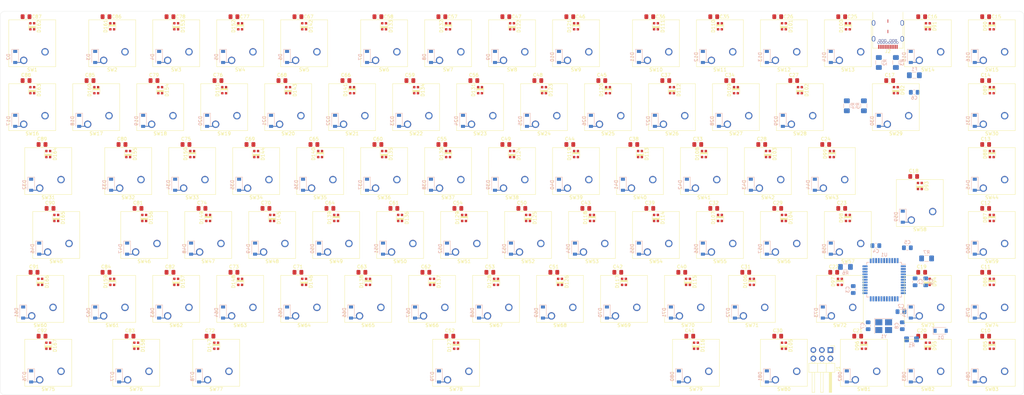
<source format=kicad_pcb>
(kicad_pcb (version 20171130) (host pcbnew 5.1.5+dfsg1-2build2)

  (general
    (thickness 1.6)
    (drawings 8)
    (tracks 166)
    (zones 0)
    (modules 354)
    (nets 216)
  )

  (page A3)
  (layers
    (0 F.Cu signal)
    (31 B.Cu signal)
    (32 B.Adhes user)
    (33 F.Adhes user)
    (34 B.Paste user)
    (35 F.Paste user)
    (36 B.SilkS user)
    (37 F.SilkS user)
    (38 B.Mask user)
    (39 F.Mask user)
    (40 Dwgs.User user)
    (41 Cmts.User user)
    (42 Eco1.User user)
    (43 Eco2.User user)
    (44 Edge.Cuts user)
    (45 Margin user)
    (46 B.CrtYd user)
    (47 F.CrtYd user)
    (48 B.Fab user)
    (49 F.Fab user)
  )

  (setup
    (last_trace_width 0.25)
    (trace_clearance 0.2)
    (zone_clearance 0.508)
    (zone_45_only no)
    (trace_min 0.2)
    (via_size 0.8)
    (via_drill 0.4)
    (via_min_size 0.6)
    (via_min_drill 0.3)
    (uvia_size 0.3)
    (uvia_drill 0.1)
    (uvias_allowed no)
    (uvia_min_size 0.2)
    (uvia_min_drill 0.1)
    (edge_width 0.05)
    (segment_width 0.2)
    (pcb_text_width 0.3)
    (pcb_text_size 1.5 1.5)
    (mod_edge_width 0.12)
    (mod_text_size 1 1)
    (mod_text_width 0.15)
    (pad_size 1.524 1.524)
    (pad_drill 0.762)
    (pad_to_mask_clearance 0.051)
    (solder_mask_min_width 0.25)
    (aux_axis_origin 0 0)
    (visible_elements FFFFF77F)
    (pcbplotparams
      (layerselection 0x010fc_ffffffff)
      (usegerberextensions false)
      (usegerberattributes false)
      (usegerberadvancedattributes false)
      (creategerberjobfile false)
      (excludeedgelayer true)
      (linewidth 0.100000)
      (plotframeref false)
      (viasonmask false)
      (mode 1)
      (useauxorigin false)
      (hpglpennumber 1)
      (hpglpenspeed 20)
      (hpglpendiameter 15.000000)
      (psnegative false)
      (psa4output false)
      (plotreference true)
      (plotvalue true)
      (plotinvisibletext false)
      (padsonsilk false)
      (subtractmaskfromsilk false)
      (outputformat 1)
      (mirror false)
      (drillshape 1)
      (scaleselection 1)
      (outputdirectory ""))
  )

  (net 0 "")
  (net 1 GND)
  (net 2 +5V)
  (net 3 "Net-(C7-Pad1)")
  (net 4 "Net-(C8-Pad2)")
  (net 5 "Net-(C9-Pad1)")
  (net 6 RST)
  (net 7 ROW0)
  (net 8 "Net-(D2-Pad2)")
  (net 9 "Net-(D3-Pad2)")
  (net 10 "Net-(D4-Pad2)")
  (net 11 "Net-(D5-Pad2)")
  (net 12 "Net-(D6-Pad2)")
  (net 13 "Net-(D7-Pad2)")
  (net 14 "Net-(D8-Pad2)")
  (net 15 "Net-(D9-Pad2)")
  (net 16 "Net-(D10-Pad2)")
  (net 17 "Net-(D11-Pad2)")
  (net 18 "Net-(D12-Pad2)")
  (net 19 "Net-(D13-Pad2)")
  (net 20 "Net-(D14-Pad2)")
  (net 21 "Net-(D15-Pad2)")
  (net 22 "Net-(D16-Pad2)")
  (net 23 ROW1)
  (net 24 "Net-(D17-Pad2)")
  (net 25 "Net-(D18-Pad2)")
  (net 26 "Net-(D19-Pad2)")
  (net 27 "Net-(D20-Pad2)")
  (net 28 "Net-(D21-Pad2)")
  (net 29 "Net-(D22-Pad2)")
  (net 30 "Net-(D23-Pad2)")
  (net 31 "Net-(D24-Pad2)")
  (net 32 "Net-(D25-Pad2)")
  (net 33 "Net-(D26-Pad2)")
  (net 34 "Net-(D27-Pad2)")
  (net 35 "Net-(D28-Pad2)")
  (net 36 "Net-(D29-Pad2)")
  (net 37 "Net-(D30-Pad2)")
  (net 38 "Net-(D31-Pad2)")
  (net 39 "Net-(D32-Pad2)")
  (net 40 ROW2)
  (net 41 "Net-(D33-Pad2)")
  (net 42 "Net-(D34-Pad2)")
  (net 43 "Net-(D35-Pad2)")
  (net 44 "Net-(D36-Pad2)")
  (net 45 "Net-(D37-Pad2)")
  (net 46 "Net-(D38-Pad2)")
  (net 47 "Net-(D39-Pad2)")
  (net 48 "Net-(D40-Pad2)")
  (net 49 "Net-(D41-Pad2)")
  (net 50 "Net-(D42-Pad2)")
  (net 51 "Net-(D43-Pad2)")
  (net 52 "Net-(D44-Pad2)")
  (net 53 "Net-(D45-Pad2)")
  (net 54 "Net-(D46-Pad2)")
  (net 55 ROW3)
  (net 56 "Net-(D47-Pad2)")
  (net 57 "Net-(D48-Pad2)")
  (net 58 "Net-(D49-Pad2)")
  (net 59 "Net-(D50-Pad2)")
  (net 60 "Net-(D51-Pad2)")
  (net 61 "Net-(D52-Pad2)")
  (net 62 "Net-(D53-Pad2)")
  (net 63 "Net-(D54-Pad2)")
  (net 64 "Net-(D55-Pad2)")
  (net 65 "Net-(D56-Pad2)")
  (net 66 "Net-(D57-Pad2)")
  (net 67 "Net-(D58-Pad2)")
  (net 68 "Net-(D59-Pad2)")
  (net 69 "Net-(D60-Pad2)")
  (net 70 ROW4)
  (net 71 "Net-(D61-Pad2)")
  (net 72 "Net-(D62-Pad2)")
  (net 73 "Net-(D63-Pad2)")
  (net 74 "Net-(D64-Pad2)")
  (net 75 "Net-(D65-Pad2)")
  (net 76 "Net-(D66-Pad2)")
  (net 77 "Net-(D67-Pad2)")
  (net 78 "Net-(D68-Pad2)")
  (net 79 "Net-(D69-Pad2)")
  (net 80 "Net-(D70-Pad2)")
  (net 81 "Net-(D71-Pad2)")
  (net 82 "Net-(D72-Pad2)")
  (net 83 "Net-(D73-Pad2)")
  (net 84 "Net-(D74-Pad2)")
  (net 85 "Net-(D75-Pad2)")
  (net 86 ROW5)
  (net 87 "Net-(D76-Pad2)")
  (net 88 "Net-(D77-Pad2)")
  (net 89 "Net-(D78-Pad2)")
  (net 90 "Net-(D79-Pad2)")
  (net 91 "Net-(D80-Pad2)")
  (net 92 "Net-(D81-Pad2)")
  (net 93 "Net-(D82-Pad2)")
  (net 94 "Net-(D83-Pad2)")
  (net 95 "Net-(D84-Pad2)")
  (net 96 "Net-(D85-Pad2)")
  (net 97 DIN)
  (net 98 "Net-(D86-Pad2)")
  (net 99 "Net-(D87-Pad2)")
  (net 100 "Net-(D88-Pad2)")
  (net 101 "Net-(D89-Pad2)")
  (net 102 "Net-(D90-Pad2)")
  (net 103 "Net-(D91-Pad2)")
  (net 104 "Net-(D92-Pad2)")
  (net 105 "Net-(D93-Pad2)")
  (net 106 "Net-(D94-Pad2)")
  (net 107 "Net-(D95-Pad2)")
  (net 108 "Net-(D96-Pad2)")
  (net 109 "Net-(D97-Pad2)")
  (net 110 "Net-(D98-Pad2)")
  (net 111 "Net-(D100-Pad4)")
  (net 112 "Net-(D100-Pad2)")
  (net 113 "Net-(D101-Pad2)")
  (net 114 "Net-(D102-Pad2)")
  (net 115 "Net-(D103-Pad2)")
  (net 116 "Net-(D104-Pad2)")
  (net 117 "Net-(D105-Pad2)")
  (net 118 "Net-(D106-Pad2)")
  (net 119 "Net-(D107-Pad2)")
  (net 120 "Net-(D108-Pad2)")
  (net 121 "Net-(D109-Pad2)")
  (net 122 "Net-(D110-Pad2)")
  (net 123 "Net-(D111-Pad2)")
  (net 124 "Net-(D112-Pad2)")
  (net 125 "Net-(D113-Pad2)")
  (net 126 "Net-(D114-Pad2)")
  (net 127 "Net-(D115-Pad2)")
  (net 128 "Net-(D116-Pad2)")
  (net 129 "Net-(D117-Pad2)")
  (net 130 "Net-(D118-Pad2)")
  (net 131 "Net-(D119-Pad2)")
  (net 132 "Net-(D120-Pad2)")
  (net 133 "Net-(D121-Pad2)")
  (net 134 "Net-(D122-Pad2)")
  (net 135 "Net-(D123-Pad2)")
  (net 136 "Net-(D124-Pad2)")
  (net 137 "Net-(D125-Pad2)")
  (net 138 "Net-(D126-Pad2)")
  (net 139 "Net-(D127-Pad2)")
  (net 140 "Net-(D128-Pad2)")
  (net 141 "Net-(D129-Pad2)")
  (net 142 "Net-(D130-Pad2)")
  (net 143 "Net-(D131-Pad2)")
  (net 144 "Net-(D132-Pad2)")
  (net 145 "Net-(D133-Pad2)")
  (net 146 "Net-(D134-Pad2)")
  (net 147 "Net-(D135-Pad2)")
  (net 148 "Net-(D136-Pad2)")
  (net 149 "Net-(D137-Pad2)")
  (net 150 "Net-(D138-Pad2)")
  (net 151 "Net-(D139-Pad2)")
  (net 152 "Net-(D140-Pad2)")
  (net 153 "Net-(D141-Pad2)")
  (net 154 "Net-(D142-Pad2)")
  (net 155 "Net-(D143-Pad2)")
  (net 156 "Net-(D144-Pad2)")
  (net 157 "Net-(D145-Pad2)")
  (net 158 "Net-(D146-Pad2)")
  (net 159 "Net-(D147-Pad2)")
  (net 160 "Net-(D148-Pad2)")
  (net 161 "Net-(D149-Pad2)")
  (net 162 "Net-(D150-Pad2)")
  (net 163 "Net-(D151-Pad2)")
  (net 164 "Net-(D152-Pad2)")
  (net 165 "Net-(D153-Pad2)")
  (net 166 "Net-(D154-Pad2)")
  (net 167 "Net-(D155-Pad2)")
  (net 168 "Net-(D156-Pad2)")
  (net 169 "Net-(D157-Pad2)")
  (net 170 "Net-(D158-Pad2)")
  (net 171 "Net-(D159-Pad2)")
  (net 172 "Net-(D160-Pad2)")
  (net 173 "Net-(D161-Pad2)")
  (net 174 "Net-(D162-Pad2)")
  (net 175 "Net-(D163-Pad2)")
  (net 176 "Net-(D164-Pad2)")
  (net 177 "Net-(D165-Pad2)")
  (net 178 "Net-(D166-Pad2)")
  (net 179 "Net-(D167-Pad2)")
  (net 180 "Net-(F1-Pad2)")
  (net 181 COL02)
  (net 182 COL00)
  (net 183 COL01)
  (net 184 "Net-(J2-PadA11)")
  (net 185 "Net-(J2-PadA10)")
  (net 186 "Net-(J2-PadA8)")
  (net 187 D-)
  (net 188 D+)
  (net 189 "Net-(J2-PadA5)")
  (net 190 "Net-(J2-PadA3)")
  (net 191 "Net-(J2-PadA2)")
  (net 192 "Net-(J2-PadB10)")
  (net 193 "Net-(J2-PadB3)")
  (net 194 "Net-(J2-PadB8)")
  (net 195 "Net-(J2-PadB5)")
  (net 196 "Net-(J2-PadB2)")
  (net 197 "Net-(J2-PadB11)")
  (net 198 "Net-(R6-Pad2)")
  (net 199 COL03)
  (net 200 COL04)
  (net 201 COL06)
  (net 202 COL07)
  (net 203 COL08)
  (net 204 COL09)
  (net 205 COL10)
  (net 206 COL11)
  (net 207 COL12)
  (net 208 COL13)
  (net 209 COL14)
  (net 210 COL15)
  (net 211 COL05)
  (net 212 "Net-(U1-Pad1)")
  (net 213 "Net-(U1-Pad8)")
  (net 214 "Net-(U1-Pad42)")
  (net 215 "Net-(R7-Pad2)")

  (net_class Default "Dies ist die voreingestellte Netzklasse."
    (clearance 0.2)
    (trace_width 0.25)
    (via_dia 0.8)
    (via_drill 0.4)
    (uvia_dia 0.3)
    (uvia_drill 0.1)
    (add_net +5V)
    (add_net COL00)
    (add_net COL01)
    (add_net COL02)
    (add_net COL03)
    (add_net COL04)
    (add_net COL05)
    (add_net COL06)
    (add_net COL07)
    (add_net COL08)
    (add_net COL09)
    (add_net COL10)
    (add_net COL11)
    (add_net COL12)
    (add_net COL13)
    (add_net COL14)
    (add_net COL15)
    (add_net D+)
    (add_net D-)
    (add_net DIN)
    (add_net GND)
    (add_net "Net-(C7-Pad1)")
    (add_net "Net-(C8-Pad2)")
    (add_net "Net-(C9-Pad1)")
    (add_net "Net-(D10-Pad2)")
    (add_net "Net-(D100-Pad2)")
    (add_net "Net-(D100-Pad4)")
    (add_net "Net-(D101-Pad2)")
    (add_net "Net-(D102-Pad2)")
    (add_net "Net-(D103-Pad2)")
    (add_net "Net-(D104-Pad2)")
    (add_net "Net-(D105-Pad2)")
    (add_net "Net-(D106-Pad2)")
    (add_net "Net-(D107-Pad2)")
    (add_net "Net-(D108-Pad2)")
    (add_net "Net-(D109-Pad2)")
    (add_net "Net-(D11-Pad2)")
    (add_net "Net-(D110-Pad2)")
    (add_net "Net-(D111-Pad2)")
    (add_net "Net-(D112-Pad2)")
    (add_net "Net-(D113-Pad2)")
    (add_net "Net-(D114-Pad2)")
    (add_net "Net-(D115-Pad2)")
    (add_net "Net-(D116-Pad2)")
    (add_net "Net-(D117-Pad2)")
    (add_net "Net-(D118-Pad2)")
    (add_net "Net-(D119-Pad2)")
    (add_net "Net-(D12-Pad2)")
    (add_net "Net-(D120-Pad2)")
    (add_net "Net-(D121-Pad2)")
    (add_net "Net-(D122-Pad2)")
    (add_net "Net-(D123-Pad2)")
    (add_net "Net-(D124-Pad2)")
    (add_net "Net-(D125-Pad2)")
    (add_net "Net-(D126-Pad2)")
    (add_net "Net-(D127-Pad2)")
    (add_net "Net-(D128-Pad2)")
    (add_net "Net-(D129-Pad2)")
    (add_net "Net-(D13-Pad2)")
    (add_net "Net-(D130-Pad2)")
    (add_net "Net-(D131-Pad2)")
    (add_net "Net-(D132-Pad2)")
    (add_net "Net-(D133-Pad2)")
    (add_net "Net-(D134-Pad2)")
    (add_net "Net-(D135-Pad2)")
    (add_net "Net-(D136-Pad2)")
    (add_net "Net-(D137-Pad2)")
    (add_net "Net-(D138-Pad2)")
    (add_net "Net-(D139-Pad2)")
    (add_net "Net-(D14-Pad2)")
    (add_net "Net-(D140-Pad2)")
    (add_net "Net-(D141-Pad2)")
    (add_net "Net-(D142-Pad2)")
    (add_net "Net-(D143-Pad2)")
    (add_net "Net-(D144-Pad2)")
    (add_net "Net-(D145-Pad2)")
    (add_net "Net-(D146-Pad2)")
    (add_net "Net-(D147-Pad2)")
    (add_net "Net-(D148-Pad2)")
    (add_net "Net-(D149-Pad2)")
    (add_net "Net-(D15-Pad2)")
    (add_net "Net-(D150-Pad2)")
    (add_net "Net-(D151-Pad2)")
    (add_net "Net-(D152-Pad2)")
    (add_net "Net-(D153-Pad2)")
    (add_net "Net-(D154-Pad2)")
    (add_net "Net-(D155-Pad2)")
    (add_net "Net-(D156-Pad2)")
    (add_net "Net-(D157-Pad2)")
    (add_net "Net-(D158-Pad2)")
    (add_net "Net-(D159-Pad2)")
    (add_net "Net-(D16-Pad2)")
    (add_net "Net-(D160-Pad2)")
    (add_net "Net-(D161-Pad2)")
    (add_net "Net-(D162-Pad2)")
    (add_net "Net-(D163-Pad2)")
    (add_net "Net-(D164-Pad2)")
    (add_net "Net-(D165-Pad2)")
    (add_net "Net-(D166-Pad2)")
    (add_net "Net-(D167-Pad2)")
    (add_net "Net-(D17-Pad2)")
    (add_net "Net-(D18-Pad2)")
    (add_net "Net-(D19-Pad2)")
    (add_net "Net-(D2-Pad2)")
    (add_net "Net-(D20-Pad2)")
    (add_net "Net-(D21-Pad2)")
    (add_net "Net-(D22-Pad2)")
    (add_net "Net-(D23-Pad2)")
    (add_net "Net-(D24-Pad2)")
    (add_net "Net-(D25-Pad2)")
    (add_net "Net-(D26-Pad2)")
    (add_net "Net-(D27-Pad2)")
    (add_net "Net-(D28-Pad2)")
    (add_net "Net-(D29-Pad2)")
    (add_net "Net-(D3-Pad2)")
    (add_net "Net-(D30-Pad2)")
    (add_net "Net-(D31-Pad2)")
    (add_net "Net-(D32-Pad2)")
    (add_net "Net-(D33-Pad2)")
    (add_net "Net-(D34-Pad2)")
    (add_net "Net-(D35-Pad2)")
    (add_net "Net-(D36-Pad2)")
    (add_net "Net-(D37-Pad2)")
    (add_net "Net-(D38-Pad2)")
    (add_net "Net-(D39-Pad2)")
    (add_net "Net-(D4-Pad2)")
    (add_net "Net-(D40-Pad2)")
    (add_net "Net-(D41-Pad2)")
    (add_net "Net-(D42-Pad2)")
    (add_net "Net-(D43-Pad2)")
    (add_net "Net-(D44-Pad2)")
    (add_net "Net-(D45-Pad2)")
    (add_net "Net-(D46-Pad2)")
    (add_net "Net-(D47-Pad2)")
    (add_net "Net-(D48-Pad2)")
    (add_net "Net-(D49-Pad2)")
    (add_net "Net-(D5-Pad2)")
    (add_net "Net-(D50-Pad2)")
    (add_net "Net-(D51-Pad2)")
    (add_net "Net-(D52-Pad2)")
    (add_net "Net-(D53-Pad2)")
    (add_net "Net-(D54-Pad2)")
    (add_net "Net-(D55-Pad2)")
    (add_net "Net-(D56-Pad2)")
    (add_net "Net-(D57-Pad2)")
    (add_net "Net-(D58-Pad2)")
    (add_net "Net-(D59-Pad2)")
    (add_net "Net-(D6-Pad2)")
    (add_net "Net-(D60-Pad2)")
    (add_net "Net-(D61-Pad2)")
    (add_net "Net-(D62-Pad2)")
    (add_net "Net-(D63-Pad2)")
    (add_net "Net-(D64-Pad2)")
    (add_net "Net-(D65-Pad2)")
    (add_net "Net-(D66-Pad2)")
    (add_net "Net-(D67-Pad2)")
    (add_net "Net-(D68-Pad2)")
    (add_net "Net-(D69-Pad2)")
    (add_net "Net-(D7-Pad2)")
    (add_net "Net-(D70-Pad2)")
    (add_net "Net-(D71-Pad2)")
    (add_net "Net-(D72-Pad2)")
    (add_net "Net-(D73-Pad2)")
    (add_net "Net-(D74-Pad2)")
    (add_net "Net-(D75-Pad2)")
    (add_net "Net-(D76-Pad2)")
    (add_net "Net-(D77-Pad2)")
    (add_net "Net-(D78-Pad2)")
    (add_net "Net-(D79-Pad2)")
    (add_net "Net-(D8-Pad2)")
    (add_net "Net-(D80-Pad2)")
    (add_net "Net-(D81-Pad2)")
    (add_net "Net-(D82-Pad2)")
    (add_net "Net-(D83-Pad2)")
    (add_net "Net-(D84-Pad2)")
    (add_net "Net-(D85-Pad2)")
    (add_net "Net-(D86-Pad2)")
    (add_net "Net-(D87-Pad2)")
    (add_net "Net-(D88-Pad2)")
    (add_net "Net-(D89-Pad2)")
    (add_net "Net-(D9-Pad2)")
    (add_net "Net-(D90-Pad2)")
    (add_net "Net-(D91-Pad2)")
    (add_net "Net-(D92-Pad2)")
    (add_net "Net-(D93-Pad2)")
    (add_net "Net-(D94-Pad2)")
    (add_net "Net-(D95-Pad2)")
    (add_net "Net-(D96-Pad2)")
    (add_net "Net-(D97-Pad2)")
    (add_net "Net-(D98-Pad2)")
    (add_net "Net-(F1-Pad2)")
    (add_net "Net-(J2-PadA10)")
    (add_net "Net-(J2-PadA11)")
    (add_net "Net-(J2-PadA2)")
    (add_net "Net-(J2-PadA3)")
    (add_net "Net-(J2-PadA5)")
    (add_net "Net-(J2-PadA8)")
    (add_net "Net-(J2-PadB10)")
    (add_net "Net-(J2-PadB11)")
    (add_net "Net-(J2-PadB2)")
    (add_net "Net-(J2-PadB3)")
    (add_net "Net-(J2-PadB5)")
    (add_net "Net-(J2-PadB8)")
    (add_net "Net-(R6-Pad2)")
    (add_net "Net-(R7-Pad2)")
    (add_net "Net-(U1-Pad1)")
    (add_net "Net-(U1-Pad42)")
    (add_net "Net-(U1-Pad8)")
    (add_net ROW0)
    (add_net ROW1)
    (add_net ROW2)
    (add_net ROW3)
    (add_net ROW4)
    (add_net ROW5)
    (add_net RST)
  )

  (module kezboard-pcb:USB_C_Receptacle_Stewart_SS-52400-003 (layer F.Cu) (tedit 5F26DA6C) (tstamp 5F15FEC3)
    (at 302.41875 38.1 180)
    (descr https://belfuse.com/resources/drawings/stewartconnector/dr-stw-ss-52400-003.pdf)
    (path /5EFFEB48)
    (fp_text reference J2 (at 0 -11.9) (layer F.SilkS)
      (effects (font (size 1 1) (thickness 0.15)))
    )
    (fp_text value USB_C_Receptacle (at 0 2.54) (layer F.Fab)
      (effects (font (size 1 1) (thickness 0.15)))
    )
    (fp_line (start -4.49 -2.55) (end -4.49 -0.21) (layer F.SilkS) (width 0.12))
    (fp_line (start 4.49 -0.21) (end 4.49 -2.55) (layer F.SilkS) (width 0.12))
    (fp_line (start 4.49 -9) (end 4.49 -11) (layer F.SilkS) (width 0.12))
    (fp_text user %R (at 0 -4.52) (layer F.Fab)
      (effects (font (size 1 1) (thickness 0.15)))
    )
    (fp_line (start -5.08 -11.43) (end 5.08 -11.43) (layer F.CrtYd) (width 0.05))
    (fp_line (start -5.08 1.27) (end 5.08 1.27) (layer F.CrtYd) (width 0.05))
    (fp_line (start -2 0) (end 2 0) (layer Dwgs.User) (width 0.1))
    (fp_line (start 4.37 0.95) (end 4.37 -10.88) (layer F.Fab) (width 0.1))
    (fp_line (start 4.37 -10.88) (end -4.37 -10.88) (layer F.Fab) (width 0.1))
    (fp_line (start -4.37 -10.88) (end -4.37 0.95) (layer F.Fab) (width 0.1))
    (fp_text user "PCB Edge" (at 0 -0.5) (layer Dwgs.User)
      (effects (font (size 0.5 0.5) (thickness 0.1)))
    )
    (fp_line (start -4.37 0.95) (end 4.37 0.95) (layer F.Fab) (width 0.1))
    (fp_line (start 5.08 1.27) (end 5.08 -11.43) (layer F.CrtYd) (width 0.05))
    (fp_line (start -5.08 -11.43) (end -5.08 1.27) (layer F.CrtYd) (width 0.05))
    (fp_line (start -3 -11) (end -4.49 -11) (layer F.SilkS) (width 0.12))
    (fp_line (start -4.49 -11) (end -4.49 -9) (layer F.SilkS) (width 0.12))
    (fp_line (start 4.49 -11) (end 3 -11) (layer F.SilkS) (width 0.12))
    (fp_line (start -4.49 -7.35) (end -4.49 -4.35) (layer F.SilkS) (width 0.12))
    (fp_line (start 4.49 -4.35) (end 4.49 -7.35) (layer F.SilkS) (width 0.12))
    (pad B11 thru_hole circle (at -2.4 -8.62 180) (size 0.65 0.65) (drill 0.4) (layers *.Cu *.Mask)
      (net 197 "Net-(J2-PadB11)"))
    (pad B2 thru_hole circle (at 2.4 -8.62 180) (size 0.65 0.65) (drill 0.4) (layers *.Cu *.Mask)
      (net 196 "Net-(J2-PadB2)"))
    (pad B12 thru_hole circle (at -2.8 -9.33 180) (size 0.65 0.65) (drill 0.4) (layers *.Cu *.Mask)
      (net 1 GND))
    (pad B5 thru_hole circle (at 0.8 -8.62 180) (size 0.65 0.65) (drill 0.4) (layers *.Cu *.Mask)
      (net 195 "Net-(J2-PadB5)"))
    (pad B8 thru_hole circle (at -0.8 -8.62 180) (size 0.65 0.65) (drill 0.4) (layers *.Cu *.Mask)
      (net 194 "Net-(J2-PadB8)"))
    (pad B3 thru_hole circle (at 1.6 -8.62 180) (size 0.65 0.65) (drill 0.4) (layers *.Cu *.Mask)
      (net 193 "Net-(J2-PadB3)"))
    (pad B10 thru_hole circle (at -1.6 -8.62 180) (size 0.65 0.65) (drill 0.4) (layers *.Cu *.Mask)
      (net 192 "Net-(J2-PadB10)"))
    (pad B1 thru_hole circle (at 2.8 -9.33 180) (size 0.65 0.65) (drill 0.4) (layers *.Cu *.Mask)
      (net 1 GND))
    (pad S1 thru_hole circle (at -2 -9.33 180) (size 0.65 0.65) (drill 0.4) (layers *.Cu *.Mask)
      (net 1 GND))
    (pad S1 thru_hole circle (at 2 -9.33 180) (size 0.65 0.65) (drill 0.4) (layers *.Cu *.Mask)
      (net 1 GND))
    (pad B9 thru_hole circle (at -1.2 -9.33 180) (size 0.65 0.65) (drill 0.4) (layers *.Cu *.Mask)
      (net 180 "Net-(F1-Pad2)"))
    (pad B4 thru_hole circle (at 1.2 -9.33 180) (size 0.65 0.65) (drill 0.4) (layers *.Cu *.Mask)
      (net 180 "Net-(F1-Pad2)"))
    (pad B7 thru_hole circle (at -0.4 -9.33 180) (size 0.65 0.65) (drill 0.4) (layers *.Cu *.Mask)
      (net 187 D-))
    (pad B6 thru_hole circle (at 0.4 -9.33 180) (size 0.65 0.65) (drill 0.4) (layers *.Cu *.Mask)
      (net 188 D+))
    (pad S1 smd rect (at 0 -6 180) (size 0.2 1) (layers F.Cu F.Paste F.Mask)
      (net 1 GND))
    (pad S1 smd rect (at 0 -2.9 180) (size 0.2 1) (layers F.Cu F.Paste F.Mask)
      (net 1 GND))
    (pad S1 thru_hole oval (at 4.27 -8.18 180) (size 1 1.6) (drill oval 0.6 1.2) (layers *.Cu *.Mask)
      (net 1 GND))
    (pad S1 thru_hole oval (at -4.27 -8.18 180) (size 1 1.6) (drill oval 0.6 1.2) (layers *.Cu *.Mask)
      (net 1 GND))
    (pad S1 thru_hole oval (at -4.27 -3.45 180) (size 1 1.6) (drill oval 0.6 1.2) (layers *.Cu *.Mask)
      (net 1 GND))
    (pad S1 thru_hole oval (at 4.27 -3.45 180) (size 1 1.6) (drill oval 0.6 1.2) (layers *.Cu *.Mask)
      (net 1 GND))
    (pad A1 smd rect (at -2.75 -10.58 180) (size 0.3 1.2) (layers F.Cu F.Paste F.Mask)
      (net 1 GND))
    (pad A2 smd rect (at -2.25 -10.58 180) (size 0.3 1.2) (layers F.Cu F.Paste F.Mask)
      (net 191 "Net-(J2-PadA2)"))
    (pad A3 smd rect (at -1.75 -10.58 180) (size 0.3 1.2) (layers F.Cu F.Paste F.Mask)
      (net 190 "Net-(J2-PadA3)"))
    (pad A4 smd rect (at -1.25 -10.58 180) (size 0.3 1.2) (layers F.Cu F.Paste F.Mask)
      (net 180 "Net-(F1-Pad2)"))
    (pad A5 smd rect (at -0.75 -10.58 180) (size 0.3 1.2) (layers F.Cu F.Paste F.Mask)
      (net 189 "Net-(J2-PadA5)"))
    (pad A6 smd rect (at -0.25 -10.58 180) (size 0.3 1.2) (layers F.Cu F.Paste F.Mask)
      (net 188 D+))
    (pad A7 smd rect (at 0.25 -10.58 180) (size 0.3 1.2) (layers F.Cu F.Paste F.Mask)
      (net 187 D-))
    (pad A8 smd rect (at 0.75 -10.58 180) (size 0.3 1.2) (layers F.Cu F.Paste F.Mask)
      (net 186 "Net-(J2-PadA8)"))
    (pad A9 smd rect (at 1.25 -10.58 180) (size 0.3 1.2) (layers F.Cu F.Paste F.Mask)
      (net 180 "Net-(F1-Pad2)"))
    (pad A10 smd rect (at 1.75 -10.58 180) (size 0.3 1.2) (layers F.Cu F.Paste F.Mask)
      (net 185 "Net-(J2-PadA10)"))
    (pad A11 smd rect (at 2.25 -10.58 180) (size 0.3 1.2) (layers F.Cu F.Paste F.Mask)
      (net 184 "Net-(J2-PadA11)"))
    (pad A12 smd rect (at 2.75 -10.58 180) (size 0.3 1.2) (layers F.Cu F.Paste F.Mask)
      (net 1 GND))
  )

  (module Resistor_SMD:R_1206_3216Metric_Pad1.42x1.75mm_HandSolder (layer B.Cu) (tedit 5B301BBD) (tstamp 5F26397F)
    (at 313.944 111.76 180)
    (descr "Resistor SMD 1206 (3216 Metric), square (rectangular) end terminal, IPC_7351 nominal with elongated pad for handsoldering. (Body size source: http://www.tortai-tech.com/upload/download/2011102023233369053.pdf), generated with kicad-footprint-generator")
    (tags "resistor handsolder")
    (path /5F259898)
    (attr smd)
    (fp_text reference R7 (at 0 1.82) (layer B.SilkS)
      (effects (font (size 1 1) (thickness 0.15)) (justify mirror))
    )
    (fp_text value 470 (at 0 -1.82) (layer B.Fab)
      (effects (font (size 1 1) (thickness 0.15)) (justify mirror))
    )
    (fp_text user %R (at 0 0) (layer B.Fab)
      (effects (font (size 0.8 0.8) (thickness 0.12)) (justify mirror))
    )
    (fp_line (start 2.45 -1.12) (end -2.45 -1.12) (layer B.CrtYd) (width 0.05))
    (fp_line (start 2.45 1.12) (end 2.45 -1.12) (layer B.CrtYd) (width 0.05))
    (fp_line (start -2.45 1.12) (end 2.45 1.12) (layer B.CrtYd) (width 0.05))
    (fp_line (start -2.45 -1.12) (end -2.45 1.12) (layer B.CrtYd) (width 0.05))
    (fp_line (start -0.602064 -0.91) (end 0.602064 -0.91) (layer B.SilkS) (width 0.12))
    (fp_line (start -0.602064 0.91) (end 0.602064 0.91) (layer B.SilkS) (width 0.12))
    (fp_line (start 1.6 -0.8) (end -1.6 -0.8) (layer B.Fab) (width 0.1))
    (fp_line (start 1.6 0.8) (end 1.6 -0.8) (layer B.Fab) (width 0.1))
    (fp_line (start -1.6 0.8) (end 1.6 0.8) (layer B.Fab) (width 0.1))
    (fp_line (start -1.6 -0.8) (end -1.6 0.8) (layer B.Fab) (width 0.1))
    (pad 2 smd roundrect (at 1.4875 0 180) (size 1.425 1.75) (layers B.Cu B.Paste B.Mask) (roundrect_rratio 0.175439)
      (net 215 "Net-(R7-Pad2)"))
    (pad 1 smd roundrect (at -1.4875 0 180) (size 1.425 1.75) (layers B.Cu B.Paste B.Mask) (roundrect_rratio 0.175439)
      (net 97 DIN))
    (model ${KISYS3DMOD}/Resistor_SMD.3dshapes/R_1206_3216Metric.wrl
      (at (xyz 0 0 0))
      (scale (xyz 1 1 1))
      (rotate (xyz 0 0 0))
    )
  )

  (module kezboard-pcb:LED_WS2812_2020 (layer F.Cu) (tedit 5F1C4B34) (tstamp 5F1B709E)
    (at 333.375 137.795 90)
    (descr https://www.peace-corp.co.jp/data/WS2812-2020_V1.0_EN.pdf)
    (path /5F949B9C/5F9E7A8D)
    (fp_text reference D85 (at 0 -2 90) (layer F.SilkS)
      (effects (font (size 1 1) (thickness 0.15)))
    )
    (fp_text value WS2812B (at 0 2 90) (layer F.Fab)
      (effects (font (size 1 1) (thickness 0.15)))
    )
    (fp_line (start -1.1 -1) (end 1.1 -1) (layer F.Fab) (width 0.1))
    (fp_line (start 1.1 -1) (end 1.1 1) (layer F.Fab) (width 0.1))
    (fp_line (start 1.1 1) (end -1.1 1) (layer F.Fab) (width 0.1))
    (fp_line (start -1.1 1) (end -1.1 -1) (layer F.Fab) (width 0.1))
    (fp_text user %R (at 0 0 90) (layer F.Fab)
      (effects (font (size 0.5 0.5) (thickness 0.1)))
    )
    (fp_line (start -1.1 -1.11) (end 1.1 -1.11) (layer F.SilkS) (width 0.12))
    (fp_line (start 1.1 1.11) (end -1.1 1.11) (layer F.SilkS) (width 0.12))
    (fp_poly (pts (xy 0.45 0.9) (xy 0.05 0.9) (xy 0.05 -0.9) (xy 0.45 -0.9)) (layer F.SilkS) (width 0.1))
    (pad 2 smd rect (at 0.9015 0.55 90) (size 0.7 0.7) (layers F.Cu F.Paste F.Mask)
      (net 96 "Net-(D85-Pad2)"))
    (pad 3 smd rect (at 0.9015 -0.55 90) (size 0.7 0.7) (layers F.Cu F.Paste F.Mask)
      (net 1 GND))
    (pad 4 smd rect (at -0.9015 -0.55 90) (size 0.7 0.7) (layers F.Cu F.Paste F.Mask)
      (net 97 DIN))
    (pad 1 smd rect (at -0.9015 0.55 90) (size 0.7 0.7) (layers F.Cu F.Paste F.Mask)
      (net 2 +5V))
  )

  (module kezboard-pcb:LED_WS2812_2020 (layer F.Cu) (tedit 5F1C4B34) (tstamp 5F15F975)
    (at 333.375 118.745 90)
    (descr https://www.peace-corp.co.jp/data/WS2812-2020_V1.0_EN.pdf)
    (path /5F949B9C/5FD3F1F5)
    (fp_text reference D86 (at 0 -2 90) (layer F.SilkS)
      (effects (font (size 1 1) (thickness 0.15)))
    )
    (fp_text value WS2812B (at 0 2 90) (layer F.Fab)
      (effects (font (size 1 1) (thickness 0.15)))
    )
    (fp_poly (pts (xy 0.45 0.9) (xy 0.05 0.9) (xy 0.05 -0.9) (xy 0.45 -0.9)) (layer F.SilkS) (width 0.1))
    (fp_line (start 1.1 1.11) (end -1.1 1.11) (layer F.SilkS) (width 0.12))
    (fp_line (start -1.1 -1.11) (end 1.1 -1.11) (layer F.SilkS) (width 0.12))
    (fp_text user %R (at 0 0 90) (layer F.Fab)
      (effects (font (size 0.5 0.5) (thickness 0.1)))
    )
    (fp_line (start -1.1 1) (end -1.1 -1) (layer F.Fab) (width 0.1))
    (fp_line (start 1.1 1) (end -1.1 1) (layer F.Fab) (width 0.1))
    (fp_line (start 1.1 -1) (end 1.1 1) (layer F.Fab) (width 0.1))
    (fp_line (start -1.1 -1) (end 1.1 -1) (layer F.Fab) (width 0.1))
    (pad 1 smd rect (at -0.9015 0.55 90) (size 0.7 0.7) (layers F.Cu F.Paste F.Mask)
      (net 2 +5V))
    (pad 4 smd rect (at -0.9015 -0.55 90) (size 0.7 0.7) (layers F.Cu F.Paste F.Mask)
      (net 96 "Net-(D85-Pad2)"))
    (pad 3 smd rect (at 0.9015 -0.55 90) (size 0.7 0.7) (layers F.Cu F.Paste F.Mask)
      (net 1 GND))
    (pad 2 smd rect (at 0.9015 0.55 90) (size 0.7 0.7) (layers F.Cu F.Paste F.Mask)
      (net 98 "Net-(D86-Pad2)"))
  )

  (module kezboard-pcb:LED_WS2812_2020 (layer F.Cu) (tedit 5F1C4B34) (tstamp 5F1B738A)
    (at 333.375 99.695 90)
    (descr https://www.peace-corp.co.jp/data/WS2812-2020_V1.0_EN.pdf)
    (path /5F949B9C/5FD40FA8)
    (fp_text reference D87 (at 0 -2 90) (layer F.SilkS)
      (effects (font (size 1 1) (thickness 0.15)))
    )
    (fp_text value WS2812B (at 0 2 90) (layer F.Fab)
      (effects (font (size 1 1) (thickness 0.15)))
    )
    (fp_poly (pts (xy 0.45 0.9) (xy 0.05 0.9) (xy 0.05 -0.9) (xy 0.45 -0.9)) (layer F.SilkS) (width 0.1))
    (fp_line (start 1.1 1.11) (end -1.1 1.11) (layer F.SilkS) (width 0.12))
    (fp_line (start -1.1 -1.11) (end 1.1 -1.11) (layer F.SilkS) (width 0.12))
    (fp_text user %R (at 0 0 90) (layer F.Fab)
      (effects (font (size 0.5 0.5) (thickness 0.1)))
    )
    (fp_line (start -1.1 1) (end -1.1 -1) (layer F.Fab) (width 0.1))
    (fp_line (start 1.1 1) (end -1.1 1) (layer F.Fab) (width 0.1))
    (fp_line (start 1.1 -1) (end 1.1 1) (layer F.Fab) (width 0.1))
    (fp_line (start -1.1 -1) (end 1.1 -1) (layer F.Fab) (width 0.1))
    (pad 1 smd rect (at -0.9015 0.55 90) (size 0.7 0.7) (layers F.Cu F.Paste F.Mask)
      (net 2 +5V))
    (pad 4 smd rect (at -0.9015 -0.55 90) (size 0.7 0.7) (layers F.Cu F.Paste F.Mask)
      (net 98 "Net-(D86-Pad2)"))
    (pad 3 smd rect (at 0.9015 -0.55 90) (size 0.7 0.7) (layers F.Cu F.Paste F.Mask)
      (net 1 GND))
    (pad 2 smd rect (at 0.9015 0.55 90) (size 0.7 0.7) (layers F.Cu F.Paste F.Mask)
      (net 99 "Net-(D87-Pad2)"))
  )

  (module kezboard-pcb:LED_WS2812_2020 (layer F.Cu) (tedit 5F1C4B34) (tstamp 5F25A25B)
    (at 333.375 80.645 90)
    (descr https://www.peace-corp.co.jp/data/WS2812-2020_V1.0_EN.pdf)
    (path /5F949B9C/5FD423CF)
    (fp_text reference D88 (at 0 -2 90) (layer F.SilkS)
      (effects (font (size 1 1) (thickness 0.15)))
    )
    (fp_text value WS2812B (at 0 2 90) (layer F.Fab)
      (effects (font (size 1 1) (thickness 0.15)))
    )
    (fp_poly (pts (xy 0.45 0.9) (xy 0.05 0.9) (xy 0.05 -0.9) (xy 0.45 -0.9)) (layer F.SilkS) (width 0.1))
    (fp_line (start 1.1 1.11) (end -1.1 1.11) (layer F.SilkS) (width 0.12))
    (fp_line (start -1.1 -1.11) (end 1.1 -1.11) (layer F.SilkS) (width 0.12))
    (fp_text user %R (at 0 0 90) (layer F.Fab)
      (effects (font (size 0.5 0.5) (thickness 0.1)))
    )
    (fp_line (start -1.1 1) (end -1.1 -1) (layer F.Fab) (width 0.1))
    (fp_line (start 1.1 1) (end -1.1 1) (layer F.Fab) (width 0.1))
    (fp_line (start 1.1 -1) (end 1.1 1) (layer F.Fab) (width 0.1))
    (fp_line (start -1.1 -1) (end 1.1 -1) (layer F.Fab) (width 0.1))
    (pad 1 smd rect (at -0.9015 0.55 90) (size 0.7 0.7) (layers F.Cu F.Paste F.Mask)
      (net 2 +5V))
    (pad 4 smd rect (at -0.9015 -0.55 90) (size 0.7 0.7) (layers F.Cu F.Paste F.Mask)
      (net 99 "Net-(D87-Pad2)"))
    (pad 3 smd rect (at 0.9015 -0.55 90) (size 0.7 0.7) (layers F.Cu F.Paste F.Mask)
      (net 1 GND))
    (pad 2 smd rect (at 0.9015 0.55 90) (size 0.7 0.7) (layers F.Cu F.Paste F.Mask)
      (net 100 "Net-(D88-Pad2)"))
  )

  (module kezboard-pcb:LED_WS2812_2020 (layer F.Cu) (tedit 5F1C4B34) (tstamp 5F15F9A2)
    (at 333.375 61.595 90)
    (descr https://www.peace-corp.co.jp/data/WS2812-2020_V1.0_EN.pdf)
    (path /5F949B9C/5FD43994)
    (fp_text reference D89 (at 0 -2 90) (layer F.SilkS)
      (effects (font (size 1 1) (thickness 0.15)))
    )
    (fp_text value WS2812B (at 0 2 90) (layer F.Fab)
      (effects (font (size 1 1) (thickness 0.15)))
    )
    (fp_line (start -1.1 -1) (end 1.1 -1) (layer F.Fab) (width 0.1))
    (fp_line (start 1.1 -1) (end 1.1 1) (layer F.Fab) (width 0.1))
    (fp_line (start 1.1 1) (end -1.1 1) (layer F.Fab) (width 0.1))
    (fp_line (start -1.1 1) (end -1.1 -1) (layer F.Fab) (width 0.1))
    (fp_text user %R (at 0 0 90) (layer F.Fab)
      (effects (font (size 0.5 0.5) (thickness 0.1)))
    )
    (fp_line (start -1.1 -1.11) (end 1.1 -1.11) (layer F.SilkS) (width 0.12))
    (fp_line (start 1.1 1.11) (end -1.1 1.11) (layer F.SilkS) (width 0.12))
    (fp_poly (pts (xy 0.45 0.9) (xy 0.05 0.9) (xy 0.05 -0.9) (xy 0.45 -0.9)) (layer F.SilkS) (width 0.1))
    (pad 2 smd rect (at 0.9015 0.55 90) (size 0.7 0.7) (layers F.Cu F.Paste F.Mask)
      (net 101 "Net-(D89-Pad2)"))
    (pad 3 smd rect (at 0.9015 -0.55 90) (size 0.7 0.7) (layers F.Cu F.Paste F.Mask)
      (net 1 GND))
    (pad 4 smd rect (at -0.9015 -0.55 90) (size 0.7 0.7) (layers F.Cu F.Paste F.Mask)
      (net 100 "Net-(D88-Pad2)"))
    (pad 1 smd rect (at -0.9015 0.55 90) (size 0.7 0.7) (layers F.Cu F.Paste F.Mask)
      (net 2 +5V))
  )

  (module kezboard-pcb:LED_WS2812_2020 (layer F.Cu) (tedit 5F1C4B34) (tstamp 5F15F9B1)
    (at 333.375 42.545 90)
    (descr https://www.peace-corp.co.jp/data/WS2812-2020_V1.0_EN.pdf)
    (path /5F949B9C/5F62CAD6)
    (fp_text reference D90 (at 0 -2 90) (layer F.SilkS)
      (effects (font (size 1 1) (thickness 0.15)))
    )
    (fp_text value WS2812B (at 0 2 90) (layer F.Fab)
      (effects (font (size 1 1) (thickness 0.15)))
    )
    (fp_poly (pts (xy 0.45 0.9) (xy 0.05 0.9) (xy 0.05 -0.9) (xy 0.45 -0.9)) (layer F.SilkS) (width 0.1))
    (fp_line (start 1.1 1.11) (end -1.1 1.11) (layer F.SilkS) (width 0.12))
    (fp_line (start -1.1 -1.11) (end 1.1 -1.11) (layer F.SilkS) (width 0.12))
    (fp_text user %R (at 0 0 90) (layer F.Fab)
      (effects (font (size 0.5 0.5) (thickness 0.1)))
    )
    (fp_line (start -1.1 1) (end -1.1 -1) (layer F.Fab) (width 0.1))
    (fp_line (start 1.1 1) (end -1.1 1) (layer F.Fab) (width 0.1))
    (fp_line (start 1.1 -1) (end 1.1 1) (layer F.Fab) (width 0.1))
    (fp_line (start -1.1 -1) (end 1.1 -1) (layer F.Fab) (width 0.1))
    (pad 1 smd rect (at -0.9015 0.55 90) (size 0.7 0.7) (layers F.Cu F.Paste F.Mask)
      (net 2 +5V))
    (pad 4 smd rect (at -0.9015 -0.55 90) (size 0.7 0.7) (layers F.Cu F.Paste F.Mask)
      (net 101 "Net-(D89-Pad2)"))
    (pad 3 smd rect (at 0.9015 -0.55 90) (size 0.7 0.7) (layers F.Cu F.Paste F.Mask)
      (net 1 GND))
    (pad 2 smd rect (at 0.9015 0.55 90) (size 0.7 0.7) (layers F.Cu F.Paste F.Mask)
      (net 102 "Net-(D90-Pad2)"))
  )

  (module kezboard-pcb:LED_WS2812_2020 (layer F.Cu) (tedit 5F1C4B34) (tstamp 5F15F9C0)
    (at 314.325 42.545 270)
    (descr https://www.peace-corp.co.jp/data/WS2812-2020_V1.0_EN.pdf)
    (path /5F949B9C/5F62CAF9)
    (fp_text reference D91 (at 0 -2 90) (layer F.SilkS)
      (effects (font (size 1 1) (thickness 0.15)))
    )
    (fp_text value WS2812B (at 0 2 90) (layer F.Fab)
      (effects (font (size 1 1) (thickness 0.15)))
    )
    (fp_line (start -1.1 -1) (end 1.1 -1) (layer F.Fab) (width 0.1))
    (fp_line (start 1.1 -1) (end 1.1 1) (layer F.Fab) (width 0.1))
    (fp_line (start 1.1 1) (end -1.1 1) (layer F.Fab) (width 0.1))
    (fp_line (start -1.1 1) (end -1.1 -1) (layer F.Fab) (width 0.1))
    (fp_text user %R (at 0 0 90) (layer F.Fab)
      (effects (font (size 0.5 0.5) (thickness 0.1)))
    )
    (fp_line (start -1.1 -1.11) (end 1.1 -1.11) (layer F.SilkS) (width 0.12))
    (fp_line (start 1.1 1.11) (end -1.1 1.11) (layer F.SilkS) (width 0.12))
    (fp_poly (pts (xy 0.45 0.9) (xy 0.05 0.9) (xy 0.05 -0.9) (xy 0.45 -0.9)) (layer F.SilkS) (width 0.1))
    (pad 2 smd rect (at 0.9015 0.55 270) (size 0.7 0.7) (layers F.Cu F.Paste F.Mask)
      (net 103 "Net-(D91-Pad2)"))
    (pad 3 smd rect (at 0.9015 -0.55 270) (size 0.7 0.7) (layers F.Cu F.Paste F.Mask)
      (net 1 GND))
    (pad 4 smd rect (at -0.9015 -0.55 270) (size 0.7 0.7) (layers F.Cu F.Paste F.Mask)
      (net 102 "Net-(D90-Pad2)"))
    (pad 1 smd rect (at -0.9015 0.55 270) (size 0.7 0.7) (layers F.Cu F.Paste F.Mask)
      (net 2 +5V))
  )

  (module kezboard-pcb:LED_WS2812_2020 (layer F.Cu) (tedit 5F1C4B34) (tstamp 5F15F9CF)
    (at 304.8 61.595 270)
    (descr https://www.peace-corp.co.jp/data/WS2812-2020_V1.0_EN.pdf)
    (path /5F949B9C/5F62CB1C)
    (fp_text reference D92 (at 0 -2 90) (layer F.SilkS)
      (effects (font (size 1 1) (thickness 0.15)))
    )
    (fp_text value WS2812B (at 0 2 90) (layer F.Fab)
      (effects (font (size 1 1) (thickness 0.15)))
    )
    (fp_poly (pts (xy 0.45 0.9) (xy 0.05 0.9) (xy 0.05 -0.9) (xy 0.45 -0.9)) (layer F.SilkS) (width 0.1))
    (fp_line (start 1.1 1.11) (end -1.1 1.11) (layer F.SilkS) (width 0.12))
    (fp_line (start -1.1 -1.11) (end 1.1 -1.11) (layer F.SilkS) (width 0.12))
    (fp_text user %R (at 0 0 90) (layer F.Fab)
      (effects (font (size 0.5 0.5) (thickness 0.1)))
    )
    (fp_line (start -1.1 1) (end -1.1 -1) (layer F.Fab) (width 0.1))
    (fp_line (start 1.1 1) (end -1.1 1) (layer F.Fab) (width 0.1))
    (fp_line (start 1.1 -1) (end 1.1 1) (layer F.Fab) (width 0.1))
    (fp_line (start -1.1 -1) (end 1.1 -1) (layer F.Fab) (width 0.1))
    (pad 1 smd rect (at -0.9015 0.55 270) (size 0.7 0.7) (layers F.Cu F.Paste F.Mask)
      (net 2 +5V))
    (pad 4 smd rect (at -0.9015 -0.55 270) (size 0.7 0.7) (layers F.Cu F.Paste F.Mask)
      (net 103 "Net-(D91-Pad2)"))
    (pad 3 smd rect (at 0.9015 -0.55 270) (size 0.7 0.7) (layers F.Cu F.Paste F.Mask)
      (net 1 GND))
    (pad 2 smd rect (at 0.9015 0.55 270) (size 0.7 0.7) (layers F.Cu F.Paste F.Mask)
      (net 104 "Net-(D92-Pad2)"))
  )

  (module kezboard-pcb:LED_WS2812_2020 (layer F.Cu) (tedit 5F1C4B34) (tstamp 5F15F9DE)
    (at 311.94375 90.17 270)
    (descr https://www.peace-corp.co.jp/data/WS2812-2020_V1.0_EN.pdf)
    (path /5F949B9C/5F62CB3F)
    (fp_text reference D93 (at 0 -2 90) (layer F.SilkS)
      (effects (font (size 1 1) (thickness 0.15)))
    )
    (fp_text value WS2812B (at 0 2 90) (layer F.Fab)
      (effects (font (size 1 1) (thickness 0.15)))
    )
    (fp_line (start -1.1 -1) (end 1.1 -1) (layer F.Fab) (width 0.1))
    (fp_line (start 1.1 -1) (end 1.1 1) (layer F.Fab) (width 0.1))
    (fp_line (start 1.1 1) (end -1.1 1) (layer F.Fab) (width 0.1))
    (fp_line (start -1.1 1) (end -1.1 -1) (layer F.Fab) (width 0.1))
    (fp_text user %R (at 0 0 90) (layer F.Fab)
      (effects (font (size 0.5 0.5) (thickness 0.1)))
    )
    (fp_line (start -1.1 -1.11) (end 1.1 -1.11) (layer F.SilkS) (width 0.12))
    (fp_line (start 1.1 1.11) (end -1.1 1.11) (layer F.SilkS) (width 0.12))
    (fp_poly (pts (xy 0.45 0.9) (xy 0.05 0.9) (xy 0.05 -0.9) (xy 0.45 -0.9)) (layer F.SilkS) (width 0.1))
    (pad 2 smd rect (at 0.9015 0.55 270) (size 0.7 0.7) (layers F.Cu F.Paste F.Mask)
      (net 105 "Net-(D93-Pad2)"))
    (pad 3 smd rect (at 0.9015 -0.55 270) (size 0.7 0.7) (layers F.Cu F.Paste F.Mask)
      (net 1 GND))
    (pad 4 smd rect (at -0.9015 -0.55 270) (size 0.7 0.7) (layers F.Cu F.Paste F.Mask)
      (net 104 "Net-(D92-Pad2)"))
    (pad 1 smd rect (at -0.9015 0.55 270) (size 0.7 0.7) (layers F.Cu F.Paste F.Mask)
      (net 2 +5V))
  )

  (module kezboard-pcb:LED_WS2812_2020 (layer F.Cu) (tedit 5F1C4B34) (tstamp 5F15F9ED)
    (at 314.325 118.745 270)
    (descr https://www.peace-corp.co.jp/data/WS2812-2020_V1.0_EN.pdf)
    (path /5F949B9C/5F62CB61)
    (fp_text reference D94 (at 0 -2 90) (layer F.SilkS)
      (effects (font (size 1 1) (thickness 0.15)))
    )
    (fp_text value WS2812B (at 0 2 90) (layer F.Fab)
      (effects (font (size 1 1) (thickness 0.15)))
    )
    (fp_poly (pts (xy 0.45 0.9) (xy 0.05 0.9) (xy 0.05 -0.9) (xy 0.45 -0.9)) (layer F.SilkS) (width 0.1))
    (fp_line (start 1.1 1.11) (end -1.1 1.11) (layer F.SilkS) (width 0.12))
    (fp_line (start -1.1 -1.11) (end 1.1 -1.11) (layer F.SilkS) (width 0.12))
    (fp_text user %R (at 0 0 90) (layer F.Fab)
      (effects (font (size 0.5 0.5) (thickness 0.1)))
    )
    (fp_line (start -1.1 1) (end -1.1 -1) (layer F.Fab) (width 0.1))
    (fp_line (start 1.1 1) (end -1.1 1) (layer F.Fab) (width 0.1))
    (fp_line (start 1.1 -1) (end 1.1 1) (layer F.Fab) (width 0.1))
    (fp_line (start -1.1 -1) (end 1.1 -1) (layer F.Fab) (width 0.1))
    (pad 1 smd rect (at -0.9015 0.55 270) (size 0.7 0.7) (layers F.Cu F.Paste F.Mask)
      (net 2 +5V))
    (pad 4 smd rect (at -0.9015 -0.55 270) (size 0.7 0.7) (layers F.Cu F.Paste F.Mask)
      (net 105 "Net-(D93-Pad2)"))
    (pad 3 smd rect (at 0.9015 -0.55 270) (size 0.7 0.7) (layers F.Cu F.Paste F.Mask)
      (net 1 GND))
    (pad 2 smd rect (at 0.9015 0.55 270) (size 0.7 0.7) (layers F.Cu F.Paste F.Mask)
      (net 106 "Net-(D94-Pad2)"))
  )

  (module kezboard-pcb:LED_WS2812_2020 (layer F.Cu) (tedit 5F1C4B34) (tstamp 5F15F9FC)
    (at 314.325 137.795 270)
    (descr https://www.peace-corp.co.jp/data/WS2812-2020_V1.0_EN.pdf)
    (path /5F949B9C/5F6A6266)
    (fp_text reference D95 (at 0 -2 90) (layer F.SilkS)
      (effects (font (size 1 1) (thickness 0.15)))
    )
    (fp_text value WS2812B (at 0 2 90) (layer F.Fab)
      (effects (font (size 1 1) (thickness 0.15)))
    )
    (fp_poly (pts (xy 0.45 0.9) (xy 0.05 0.9) (xy 0.05 -0.9) (xy 0.45 -0.9)) (layer F.SilkS) (width 0.1))
    (fp_line (start 1.1 1.11) (end -1.1 1.11) (layer F.SilkS) (width 0.12))
    (fp_line (start -1.1 -1.11) (end 1.1 -1.11) (layer F.SilkS) (width 0.12))
    (fp_text user %R (at 0 0 90) (layer F.Fab)
      (effects (font (size 0.5 0.5) (thickness 0.1)))
    )
    (fp_line (start -1.1 1) (end -1.1 -1) (layer F.Fab) (width 0.1))
    (fp_line (start 1.1 1) (end -1.1 1) (layer F.Fab) (width 0.1))
    (fp_line (start 1.1 -1) (end 1.1 1) (layer F.Fab) (width 0.1))
    (fp_line (start -1.1 -1) (end 1.1 -1) (layer F.Fab) (width 0.1))
    (pad 1 smd rect (at -0.9015 0.55 270) (size 0.7 0.7) (layers F.Cu F.Paste F.Mask)
      (net 2 +5V))
    (pad 4 smd rect (at -0.9015 -0.55 270) (size 0.7 0.7) (layers F.Cu F.Paste F.Mask)
      (net 106 "Net-(D94-Pad2)"))
    (pad 3 smd rect (at 0.9015 -0.55 270) (size 0.7 0.7) (layers F.Cu F.Paste F.Mask)
      (net 1 GND))
    (pad 2 smd rect (at 0.9015 0.55 270) (size 0.7 0.7) (layers F.Cu F.Paste F.Mask)
      (net 107 "Net-(D95-Pad2)"))
  )

  (module kezboard-pcb:LED_WS2812_2020 (layer F.Cu) (tedit 5F1C4B34) (tstamp 5F15FA0B)
    (at 295.275 137.795 90)
    (descr https://www.peace-corp.co.jp/data/WS2812-2020_V1.0_EN.pdf)
    (path /5F949B9C/5F6A6289)
    (fp_text reference D96 (at 0 -2 90) (layer F.SilkS)
      (effects (font (size 1 1) (thickness 0.15)))
    )
    (fp_text value WS2812B (at 0 2 90) (layer F.Fab)
      (effects (font (size 1 1) (thickness 0.15)))
    )
    (fp_line (start -1.1 -1) (end 1.1 -1) (layer F.Fab) (width 0.1))
    (fp_line (start 1.1 -1) (end 1.1 1) (layer F.Fab) (width 0.1))
    (fp_line (start 1.1 1) (end -1.1 1) (layer F.Fab) (width 0.1))
    (fp_line (start -1.1 1) (end -1.1 -1) (layer F.Fab) (width 0.1))
    (fp_text user %R (at 0 0 90) (layer F.Fab)
      (effects (font (size 0.5 0.5) (thickness 0.1)))
    )
    (fp_line (start -1.1 -1.11) (end 1.1 -1.11) (layer F.SilkS) (width 0.12))
    (fp_line (start 1.1 1.11) (end -1.1 1.11) (layer F.SilkS) (width 0.12))
    (fp_poly (pts (xy 0.45 0.9) (xy 0.05 0.9) (xy 0.05 -0.9) (xy 0.45 -0.9)) (layer F.SilkS) (width 0.1))
    (pad 2 smd rect (at 0.9015 0.55 90) (size 0.7 0.7) (layers F.Cu F.Paste F.Mask)
      (net 108 "Net-(D96-Pad2)"))
    (pad 3 smd rect (at 0.9015 -0.55 90) (size 0.7 0.7) (layers F.Cu F.Paste F.Mask)
      (net 1 GND))
    (pad 4 smd rect (at -0.9015 -0.55 90) (size 0.7 0.7) (layers F.Cu F.Paste F.Mask)
      (net 107 "Net-(D95-Pad2)"))
    (pad 1 smd rect (at -0.9015 0.55 90) (size 0.7 0.7) (layers F.Cu F.Paste F.Mask)
      (net 2 +5V))
  )

  (module kezboard-pcb:LED_WS2812_2020 (layer F.Cu) (tedit 5F1C4B34) (tstamp 5F15FA1A)
    (at 288.13125 118.745 90)
    (descr https://www.peace-corp.co.jp/data/WS2812-2020_V1.0_EN.pdf)
    (path /5F949B9C/5F6A62AC)
    (fp_text reference D97 (at 0 -2 90) (layer F.SilkS)
      (effects (font (size 1 1) (thickness 0.15)))
    )
    (fp_text value WS2812B (at 0 2 90) (layer F.Fab)
      (effects (font (size 1 1) (thickness 0.15)))
    )
    (fp_poly (pts (xy 0.45 0.9) (xy 0.05 0.9) (xy 0.05 -0.9) (xy 0.45 -0.9)) (layer F.SilkS) (width 0.1))
    (fp_line (start 1.1 1.11) (end -1.1 1.11) (layer F.SilkS) (width 0.12))
    (fp_line (start -1.1 -1.11) (end 1.1 -1.11) (layer F.SilkS) (width 0.12))
    (fp_text user %R (at 0 0 90) (layer F.Fab)
      (effects (font (size 0.5 0.5) (thickness 0.1)))
    )
    (fp_line (start -1.1 1) (end -1.1 -1) (layer F.Fab) (width 0.1))
    (fp_line (start 1.1 1) (end -1.1 1) (layer F.Fab) (width 0.1))
    (fp_line (start 1.1 -1) (end 1.1 1) (layer F.Fab) (width 0.1))
    (fp_line (start -1.1 -1) (end 1.1 -1) (layer F.Fab) (width 0.1))
    (pad 1 smd rect (at -0.9015 0.55 90) (size 0.7 0.7) (layers F.Cu F.Paste F.Mask)
      (net 2 +5V))
    (pad 4 smd rect (at -0.9015 -0.55 90) (size 0.7 0.7) (layers F.Cu F.Paste F.Mask)
      (net 108 "Net-(D96-Pad2)"))
    (pad 3 smd rect (at 0.9015 -0.55 90) (size 0.7 0.7) (layers F.Cu F.Paste F.Mask)
      (net 1 GND))
    (pad 2 smd rect (at 0.9015 0.55 90) (size 0.7 0.7) (layers F.Cu F.Paste F.Mask)
      (net 109 "Net-(D97-Pad2)"))
  )

  (module kezboard-pcb:LED_WS2812_2020 (layer F.Cu) (tedit 5F1C4B34) (tstamp 5F15FA29)
    (at 290.5125 99.695 90)
    (descr https://www.peace-corp.co.jp/data/WS2812-2020_V1.0_EN.pdf)
    (path /5F949B9C/5F6A62CF)
    (fp_text reference D98 (at 0 -2 90) (layer F.SilkS)
      (effects (font (size 1 1) (thickness 0.15)))
    )
    (fp_text value WS2812B (at 0 2 90) (layer F.Fab)
      (effects (font (size 1 1) (thickness 0.15)))
    )
    (fp_poly (pts (xy 0.45 0.9) (xy 0.05 0.9) (xy 0.05 -0.9) (xy 0.45 -0.9)) (layer F.SilkS) (width 0.1))
    (fp_line (start 1.1 1.11) (end -1.1 1.11) (layer F.SilkS) (width 0.12))
    (fp_line (start -1.1 -1.11) (end 1.1 -1.11) (layer F.SilkS) (width 0.12))
    (fp_text user %R (at 0 0 90) (layer F.Fab)
      (effects (font (size 0.5 0.5) (thickness 0.1)))
    )
    (fp_line (start -1.1 1) (end -1.1 -1) (layer F.Fab) (width 0.1))
    (fp_line (start 1.1 1) (end -1.1 1) (layer F.Fab) (width 0.1))
    (fp_line (start 1.1 -1) (end 1.1 1) (layer F.Fab) (width 0.1))
    (fp_line (start -1.1 -1) (end 1.1 -1) (layer F.Fab) (width 0.1))
    (pad 1 smd rect (at -0.9015 0.55 90) (size 0.7 0.7) (layers F.Cu F.Paste F.Mask)
      (net 2 +5V))
    (pad 4 smd rect (at -0.9015 -0.55 90) (size 0.7 0.7) (layers F.Cu F.Paste F.Mask)
      (net 109 "Net-(D97-Pad2)"))
    (pad 3 smd rect (at 0.9015 -0.55 90) (size 0.7 0.7) (layers F.Cu F.Paste F.Mask)
      (net 1 GND))
    (pad 2 smd rect (at 0.9015 0.55 90) (size 0.7 0.7) (layers F.Cu F.Paste F.Mask)
      (net 110 "Net-(D98-Pad2)"))
  )

  (module kezboard-pcb:LED_WS2812_2020 (layer F.Cu) (tedit 5F1C4B34) (tstamp 5F15FA38)
    (at 285.75 80.645 90)
    (descr https://www.peace-corp.co.jp/data/WS2812-2020_V1.0_EN.pdf)
    (path /5F949B9C/5F6A62F2)
    (fp_text reference D99 (at 0 -2 90) (layer F.SilkS)
      (effects (font (size 1 1) (thickness 0.15)))
    )
    (fp_text value WS2812B (at 0 2 90) (layer F.Fab)
      (effects (font (size 1 1) (thickness 0.15)))
    )
    (fp_poly (pts (xy 0.45 0.9) (xy 0.05 0.9) (xy 0.05 -0.9) (xy 0.45 -0.9)) (layer F.SilkS) (width 0.1))
    (fp_line (start 1.1 1.11) (end -1.1 1.11) (layer F.SilkS) (width 0.12))
    (fp_line (start -1.1 -1.11) (end 1.1 -1.11) (layer F.SilkS) (width 0.12))
    (fp_text user %R (at 0 0 90) (layer F.Fab)
      (effects (font (size 0.5 0.5) (thickness 0.1)))
    )
    (fp_line (start -1.1 1) (end -1.1 -1) (layer F.Fab) (width 0.1))
    (fp_line (start 1.1 1) (end -1.1 1) (layer F.Fab) (width 0.1))
    (fp_line (start 1.1 -1) (end 1.1 1) (layer F.Fab) (width 0.1))
    (fp_line (start -1.1 -1) (end 1.1 -1) (layer F.Fab) (width 0.1))
    (pad 1 smd rect (at -0.9015 0.55 90) (size 0.7 0.7) (layers F.Cu F.Paste F.Mask)
      (net 2 +5V))
    (pad 4 smd rect (at -0.9015 -0.55 90) (size 0.7 0.7) (layers F.Cu F.Paste F.Mask)
      (net 110 "Net-(D98-Pad2)"))
    (pad 3 smd rect (at 0.9015 -0.55 90) (size 0.7 0.7) (layers F.Cu F.Paste F.Mask)
      (net 1 GND))
    (pad 2 smd rect (at 0.9015 0.55 90) (size 0.7 0.7) (layers F.Cu F.Paste F.Mask)
      (net 111 "Net-(D100-Pad4)"))
  )

  (module kezboard-pcb:LED_WS2812_2020 (layer F.Cu) (tedit 5F1C4B34) (tstamp 5F15FA47)
    (at 290.5125 42.545 90)
    (descr https://www.peace-corp.co.jp/data/WS2812-2020_V1.0_EN.pdf)
    (path /5F949B9C/5F6A6315)
    (fp_text reference D100 (at 0 -2 90) (layer F.SilkS)
      (effects (font (size 1 1) (thickness 0.15)))
    )
    (fp_text value WS2812B (at 0 2 90) (layer F.Fab)
      (effects (font (size 1 1) (thickness 0.15)))
    )
    (fp_poly (pts (xy 0.45 0.9) (xy 0.05 0.9) (xy 0.05 -0.9) (xy 0.45 -0.9)) (layer F.SilkS) (width 0.1))
    (fp_line (start 1.1 1.11) (end -1.1 1.11) (layer F.SilkS) (width 0.12))
    (fp_line (start -1.1 -1.11) (end 1.1 -1.11) (layer F.SilkS) (width 0.12))
    (fp_text user %R (at 0 0 90) (layer F.Fab)
      (effects (font (size 0.5 0.5) (thickness 0.1)))
    )
    (fp_line (start -1.1 1) (end -1.1 -1) (layer F.Fab) (width 0.1))
    (fp_line (start 1.1 1) (end -1.1 1) (layer F.Fab) (width 0.1))
    (fp_line (start 1.1 -1) (end 1.1 1) (layer F.Fab) (width 0.1))
    (fp_line (start -1.1 -1) (end 1.1 -1) (layer F.Fab) (width 0.1))
    (pad 1 smd rect (at -0.9015 0.55 90) (size 0.7 0.7) (layers F.Cu F.Paste F.Mask)
      (net 2 +5V))
    (pad 4 smd rect (at -0.9015 -0.55 90) (size 0.7 0.7) (layers F.Cu F.Paste F.Mask)
      (net 111 "Net-(D100-Pad4)"))
    (pad 3 smd rect (at 0.9015 -0.55 90) (size 0.7 0.7) (layers F.Cu F.Paste F.Mask)
      (net 1 GND))
    (pad 2 smd rect (at 0.9015 0.55 90) (size 0.7 0.7) (layers F.Cu F.Paste F.Mask)
      (net 112 "Net-(D100-Pad2)"))
  )

  (module kezboard-pcb:LED_WS2812_2020 (layer F.Cu) (tedit 5F1C4B34) (tstamp 5F15FA56)
    (at 271.4625 42.545 270)
    (descr https://www.peace-corp.co.jp/data/WS2812-2020_V1.0_EN.pdf)
    (path /5F949B9C/5F6A6338)
    (fp_text reference D101 (at 0 -2 90) (layer F.SilkS)
      (effects (font (size 1 1) (thickness 0.15)))
    )
    (fp_text value WS2812B (at 0 2 90) (layer F.Fab)
      (effects (font (size 1 1) (thickness 0.15)))
    )
    (fp_poly (pts (xy 0.45 0.9) (xy 0.05 0.9) (xy 0.05 -0.9) (xy 0.45 -0.9)) (layer F.SilkS) (width 0.1))
    (fp_line (start 1.1 1.11) (end -1.1 1.11) (layer F.SilkS) (width 0.12))
    (fp_line (start -1.1 -1.11) (end 1.1 -1.11) (layer F.SilkS) (width 0.12))
    (fp_text user %R (at 0 0 90) (layer F.Fab)
      (effects (font (size 0.5 0.5) (thickness 0.1)))
    )
    (fp_line (start -1.1 1) (end -1.1 -1) (layer F.Fab) (width 0.1))
    (fp_line (start 1.1 1) (end -1.1 1) (layer F.Fab) (width 0.1))
    (fp_line (start 1.1 -1) (end 1.1 1) (layer F.Fab) (width 0.1))
    (fp_line (start -1.1 -1) (end 1.1 -1) (layer F.Fab) (width 0.1))
    (pad 1 smd rect (at -0.9015 0.55 270) (size 0.7 0.7) (layers F.Cu F.Paste F.Mask)
      (net 2 +5V))
    (pad 4 smd rect (at -0.9015 -0.55 270) (size 0.7 0.7) (layers F.Cu F.Paste F.Mask)
      (net 112 "Net-(D100-Pad2)"))
    (pad 3 smd rect (at 0.9015 -0.55 270) (size 0.7 0.7) (layers F.Cu F.Paste F.Mask)
      (net 1 GND))
    (pad 2 smd rect (at 0.9015 0.55 270) (size 0.7 0.7) (layers F.Cu F.Paste F.Mask)
      (net 113 "Net-(D101-Pad2)"))
  )

  (module kezboard-pcb:LED_WS2812_2020 (layer F.Cu) (tedit 5F1C4B34) (tstamp 5F15FA65)
    (at 276.225 61.595 270)
    (descr https://www.peace-corp.co.jp/data/WS2812-2020_V1.0_EN.pdf)
    (path /5F949B9C/5F6A635B)
    (fp_text reference D102 (at 0 -2 90) (layer F.SilkS)
      (effects (font (size 1 1) (thickness 0.15)))
    )
    (fp_text value WS2812B (at 0 2 90) (layer F.Fab)
      (effects (font (size 1 1) (thickness 0.15)))
    )
    (fp_line (start -1.1 -1) (end 1.1 -1) (layer F.Fab) (width 0.1))
    (fp_line (start 1.1 -1) (end 1.1 1) (layer F.Fab) (width 0.1))
    (fp_line (start 1.1 1) (end -1.1 1) (layer F.Fab) (width 0.1))
    (fp_line (start -1.1 1) (end -1.1 -1) (layer F.Fab) (width 0.1))
    (fp_text user %R (at 0 0 90) (layer F.Fab)
      (effects (font (size 0.5 0.5) (thickness 0.1)))
    )
    (fp_line (start -1.1 -1.11) (end 1.1 -1.11) (layer F.SilkS) (width 0.12))
    (fp_line (start 1.1 1.11) (end -1.1 1.11) (layer F.SilkS) (width 0.12))
    (fp_poly (pts (xy 0.45 0.9) (xy 0.05 0.9) (xy 0.05 -0.9) (xy 0.45 -0.9)) (layer F.SilkS) (width 0.1))
    (pad 2 smd rect (at 0.9015 0.55 270) (size 0.7 0.7) (layers F.Cu F.Paste F.Mask)
      (net 114 "Net-(D102-Pad2)"))
    (pad 3 smd rect (at 0.9015 -0.55 270) (size 0.7 0.7) (layers F.Cu F.Paste F.Mask)
      (net 1 GND))
    (pad 4 smd rect (at -0.9015 -0.55 270) (size 0.7 0.7) (layers F.Cu F.Paste F.Mask)
      (net 113 "Net-(D101-Pad2)"))
    (pad 1 smd rect (at -0.9015 0.55 270) (size 0.7 0.7) (layers F.Cu F.Paste F.Mask)
      (net 2 +5V))
  )

  (module kezboard-pcb:LED_WS2812_2020 (layer F.Cu) (tedit 5F1C4B34) (tstamp 5F15FA74)
    (at 266.7 80.645 270)
    (descr https://www.peace-corp.co.jp/data/WS2812-2020_V1.0_EN.pdf)
    (path /5F949B9C/5F6A637E)
    (fp_text reference D103 (at 0 -2 90) (layer F.SilkS)
      (effects (font (size 1 1) (thickness 0.15)))
    )
    (fp_text value WS2812B (at 0 2 90) (layer F.Fab)
      (effects (font (size 1 1) (thickness 0.15)))
    )
    (fp_poly (pts (xy 0.45 0.9) (xy 0.05 0.9) (xy 0.05 -0.9) (xy 0.45 -0.9)) (layer F.SilkS) (width 0.1))
    (fp_line (start 1.1 1.11) (end -1.1 1.11) (layer F.SilkS) (width 0.12))
    (fp_line (start -1.1 -1.11) (end 1.1 -1.11) (layer F.SilkS) (width 0.12))
    (fp_text user %R (at 0 0 90) (layer F.Fab)
      (effects (font (size 0.5 0.5) (thickness 0.1)))
    )
    (fp_line (start -1.1 1) (end -1.1 -1) (layer F.Fab) (width 0.1))
    (fp_line (start 1.1 1) (end -1.1 1) (layer F.Fab) (width 0.1))
    (fp_line (start 1.1 -1) (end 1.1 1) (layer F.Fab) (width 0.1))
    (fp_line (start -1.1 -1) (end 1.1 -1) (layer F.Fab) (width 0.1))
    (pad 1 smd rect (at -0.9015 0.55 270) (size 0.7 0.7) (layers F.Cu F.Paste F.Mask)
      (net 2 +5V))
    (pad 4 smd rect (at -0.9015 -0.55 270) (size 0.7 0.7) (layers F.Cu F.Paste F.Mask)
      (net 114 "Net-(D102-Pad2)"))
    (pad 3 smd rect (at 0.9015 -0.55 270) (size 0.7 0.7) (layers F.Cu F.Paste F.Mask)
      (net 1 GND))
    (pad 2 smd rect (at 0.9015 0.55 270) (size 0.7 0.7) (layers F.Cu F.Paste F.Mask)
      (net 115 "Net-(D103-Pad2)"))
  )

  (module kezboard-pcb:LED_WS2812_2020 (layer F.Cu) (tedit 5F1C4B34) (tstamp 5F15FA83)
    (at 271.4625 99.695 270)
    (descr https://www.peace-corp.co.jp/data/WS2812-2020_V1.0_EN.pdf)
    (path /5F949B9C/5F6A63A0)
    (fp_text reference D104 (at 0 -2 90) (layer F.SilkS)
      (effects (font (size 1 1) (thickness 0.15)))
    )
    (fp_text value WS2812B (at 0 2 90) (layer F.Fab)
      (effects (font (size 1 1) (thickness 0.15)))
    )
    (fp_poly (pts (xy 0.45 0.9) (xy 0.05 0.9) (xy 0.05 -0.9) (xy 0.45 -0.9)) (layer F.SilkS) (width 0.1))
    (fp_line (start 1.1 1.11) (end -1.1 1.11) (layer F.SilkS) (width 0.12))
    (fp_line (start -1.1 -1.11) (end 1.1 -1.11) (layer F.SilkS) (width 0.12))
    (fp_text user %R (at 0 0 90) (layer F.Fab)
      (effects (font (size 0.5 0.5) (thickness 0.1)))
    )
    (fp_line (start -1.1 1) (end -1.1 -1) (layer F.Fab) (width 0.1))
    (fp_line (start 1.1 1) (end -1.1 1) (layer F.Fab) (width 0.1))
    (fp_line (start 1.1 -1) (end 1.1 1) (layer F.Fab) (width 0.1))
    (fp_line (start -1.1 -1) (end 1.1 -1) (layer F.Fab) (width 0.1))
    (pad 1 smd rect (at -0.9015 0.55 270) (size 0.7 0.7) (layers F.Cu F.Paste F.Mask)
      (net 2 +5V))
    (pad 4 smd rect (at -0.9015 -0.55 270) (size 0.7 0.7) (layers F.Cu F.Paste F.Mask)
      (net 115 "Net-(D103-Pad2)"))
    (pad 3 smd rect (at 0.9015 -0.55 270) (size 0.7 0.7) (layers F.Cu F.Paste F.Mask)
      (net 1 GND))
    (pad 2 smd rect (at 0.9015 0.55 270) (size 0.7 0.7) (layers F.Cu F.Paste F.Mask)
      (net 116 "Net-(D104-Pad2)"))
  )

  (module kezboard-pcb:LED_WS2812_2020 (layer F.Cu) (tedit 5F1C4B34) (tstamp 5F15FA92)
    (at 271.4625 137.795 270)
    (descr https://www.peace-corp.co.jp/data/WS2812-2020_V1.0_EN.pdf)
    (path /5F949B9C/5F6DAEAD)
    (fp_text reference D105 (at 0 -2 90) (layer F.SilkS)
      (effects (font (size 1 1) (thickness 0.15)))
    )
    (fp_text value WS2812B (at 0 2 90) (layer F.Fab)
      (effects (font (size 1 1) (thickness 0.15)))
    )
    (fp_poly (pts (xy 0.45 0.9) (xy 0.05 0.9) (xy 0.05 -0.9) (xy 0.45 -0.9)) (layer F.SilkS) (width 0.1))
    (fp_line (start 1.1 1.11) (end -1.1 1.11) (layer F.SilkS) (width 0.12))
    (fp_line (start -1.1 -1.11) (end 1.1 -1.11) (layer F.SilkS) (width 0.12))
    (fp_text user %R (at 0 0 90) (layer F.Fab)
      (effects (font (size 0.5 0.5) (thickness 0.1)))
    )
    (fp_line (start -1.1 1) (end -1.1 -1) (layer F.Fab) (width 0.1))
    (fp_line (start 1.1 1) (end -1.1 1) (layer F.Fab) (width 0.1))
    (fp_line (start 1.1 -1) (end 1.1 1) (layer F.Fab) (width 0.1))
    (fp_line (start -1.1 -1) (end 1.1 -1) (layer F.Fab) (width 0.1))
    (pad 1 smd rect (at -0.9015 0.55 270) (size 0.7 0.7) (layers F.Cu F.Paste F.Mask)
      (net 2 +5V))
    (pad 4 smd rect (at -0.9015 -0.55 270) (size 0.7 0.7) (layers F.Cu F.Paste F.Mask)
      (net 116 "Net-(D104-Pad2)"))
    (pad 3 smd rect (at 0.9015 -0.55 270) (size 0.7 0.7) (layers F.Cu F.Paste F.Mask)
      (net 1 GND))
    (pad 2 smd rect (at 0.9015 0.55 270) (size 0.7 0.7) (layers F.Cu F.Paste F.Mask)
      (net 117 "Net-(D105-Pad2)"))
  )

  (module kezboard-pcb:LED_WS2812_2020 (layer F.Cu) (tedit 5F1C4B34) (tstamp 5F15FAA1)
    (at 261.9375 118.745 90)
    (descr https://www.peace-corp.co.jp/data/WS2812-2020_V1.0_EN.pdf)
    (path /5F949B9C/5F6DAED0)
    (fp_text reference D106 (at 0 -2 90) (layer F.SilkS)
      (effects (font (size 1 1) (thickness 0.15)))
    )
    (fp_text value WS2812B (at 0 2 90) (layer F.Fab)
      (effects (font (size 1 1) (thickness 0.15)))
    )
    (fp_poly (pts (xy 0.45 0.9) (xy 0.05 0.9) (xy 0.05 -0.9) (xy 0.45 -0.9)) (layer F.SilkS) (width 0.1))
    (fp_line (start 1.1 1.11) (end -1.1 1.11) (layer F.SilkS) (width 0.12))
    (fp_line (start -1.1 -1.11) (end 1.1 -1.11) (layer F.SilkS) (width 0.12))
    (fp_text user %R (at 0 0 90) (layer F.Fab)
      (effects (font (size 0.5 0.5) (thickness 0.1)))
    )
    (fp_line (start -1.1 1) (end -1.1 -1) (layer F.Fab) (width 0.1))
    (fp_line (start 1.1 1) (end -1.1 1) (layer F.Fab) (width 0.1))
    (fp_line (start 1.1 -1) (end 1.1 1) (layer F.Fab) (width 0.1))
    (fp_line (start -1.1 -1) (end 1.1 -1) (layer F.Fab) (width 0.1))
    (pad 1 smd rect (at -0.9015 0.55 90) (size 0.7 0.7) (layers F.Cu F.Paste F.Mask)
      (net 2 +5V))
    (pad 4 smd rect (at -0.9015 -0.55 90) (size 0.7 0.7) (layers F.Cu F.Paste F.Mask)
      (net 117 "Net-(D105-Pad2)"))
    (pad 3 smd rect (at 0.9015 -0.55 90) (size 0.7 0.7) (layers F.Cu F.Paste F.Mask)
      (net 1 GND))
    (pad 2 smd rect (at 0.9015 0.55 90) (size 0.7 0.7) (layers F.Cu F.Paste F.Mask)
      (net 118 "Net-(D106-Pad2)"))
  )

  (module kezboard-pcb:LED_WS2812_2020 (layer F.Cu) (tedit 5F1C4B34) (tstamp 5F15FAB0)
    (at 252.4125 99.695 90)
    (descr https://www.peace-corp.co.jp/data/WS2812-2020_V1.0_EN.pdf)
    (path /5F949B9C/5F6DAEF3)
    (fp_text reference D107 (at 0 -2 90) (layer F.SilkS)
      (effects (font (size 1 1) (thickness 0.15)))
    )
    (fp_text value WS2812B (at 0 2 90) (layer F.Fab)
      (effects (font (size 1 1) (thickness 0.15)))
    )
    (fp_poly (pts (xy 0.45 0.9) (xy 0.05 0.9) (xy 0.05 -0.9) (xy 0.45 -0.9)) (layer F.SilkS) (width 0.1))
    (fp_line (start 1.1 1.11) (end -1.1 1.11) (layer F.SilkS) (width 0.12))
    (fp_line (start -1.1 -1.11) (end 1.1 -1.11) (layer F.SilkS) (width 0.12))
    (fp_text user %R (at 0 0 90) (layer F.Fab)
      (effects (font (size 0.5 0.5) (thickness 0.1)))
    )
    (fp_line (start -1.1 1) (end -1.1 -1) (layer F.Fab) (width 0.1))
    (fp_line (start 1.1 1) (end -1.1 1) (layer F.Fab) (width 0.1))
    (fp_line (start 1.1 -1) (end 1.1 1) (layer F.Fab) (width 0.1))
    (fp_line (start -1.1 -1) (end 1.1 -1) (layer F.Fab) (width 0.1))
    (pad 1 smd rect (at -0.9015 0.55 90) (size 0.7 0.7) (layers F.Cu F.Paste F.Mask)
      (net 2 +5V))
    (pad 4 smd rect (at -0.9015 -0.55 90) (size 0.7 0.7) (layers F.Cu F.Paste F.Mask)
      (net 118 "Net-(D106-Pad2)"))
    (pad 3 smd rect (at 0.9015 -0.55 90) (size 0.7 0.7) (layers F.Cu F.Paste F.Mask)
      (net 1 GND))
    (pad 2 smd rect (at 0.9015 0.55 90) (size 0.7 0.7) (layers F.Cu F.Paste F.Mask)
      (net 119 "Net-(D107-Pad2)"))
  )

  (module kezboard-pcb:LED_WS2812_2020 (layer F.Cu) (tedit 5F1C4B34) (tstamp 5F15FABF)
    (at 247.65 80.645 90)
    (descr https://www.peace-corp.co.jp/data/WS2812-2020_V1.0_EN.pdf)
    (path /5F949B9C/5F6DAF16)
    (fp_text reference D108 (at 0 -2 90) (layer F.SilkS)
      (effects (font (size 1 1) (thickness 0.15)))
    )
    (fp_text value WS2812B (at 0 2 90) (layer F.Fab)
      (effects (font (size 1 1) (thickness 0.15)))
    )
    (fp_poly (pts (xy 0.45 0.9) (xy 0.05 0.9) (xy 0.05 -0.9) (xy 0.45 -0.9)) (layer F.SilkS) (width 0.1))
    (fp_line (start 1.1 1.11) (end -1.1 1.11) (layer F.SilkS) (width 0.12))
    (fp_line (start -1.1 -1.11) (end 1.1 -1.11) (layer F.SilkS) (width 0.12))
    (fp_text user %R (at 0 0 90) (layer F.Fab)
      (effects (font (size 0.5 0.5) (thickness 0.1)))
    )
    (fp_line (start -1.1 1) (end -1.1 -1) (layer F.Fab) (width 0.1))
    (fp_line (start 1.1 1) (end -1.1 1) (layer F.Fab) (width 0.1))
    (fp_line (start 1.1 -1) (end 1.1 1) (layer F.Fab) (width 0.1))
    (fp_line (start -1.1 -1) (end 1.1 -1) (layer F.Fab) (width 0.1))
    (pad 1 smd rect (at -0.9015 0.55 90) (size 0.7 0.7) (layers F.Cu F.Paste F.Mask)
      (net 2 +5V))
    (pad 4 smd rect (at -0.9015 -0.55 90) (size 0.7 0.7) (layers F.Cu F.Paste F.Mask)
      (net 119 "Net-(D107-Pad2)"))
    (pad 3 smd rect (at 0.9015 -0.55 90) (size 0.7 0.7) (layers F.Cu F.Paste F.Mask)
      (net 1 GND))
    (pad 2 smd rect (at 0.9015 0.55 90) (size 0.7 0.7) (layers F.Cu F.Paste F.Mask)
      (net 120 "Net-(D108-Pad2)"))
  )

  (module kezboard-pcb:LED_WS2812_2020 (layer F.Cu) (tedit 5F1C4B34) (tstamp 5F1B7DEF)
    (at 257.175 61.595 90)
    (descr https://www.peace-corp.co.jp/data/WS2812-2020_V1.0_EN.pdf)
    (path /5F949B9C/5F6DAF39)
    (fp_text reference D109 (at 0 -2 90) (layer F.SilkS)
      (effects (font (size 1 1) (thickness 0.15)))
    )
    (fp_text value WS2812B (at 0 2 90) (layer F.Fab)
      (effects (font (size 1 1) (thickness 0.15)))
    )
    (fp_poly (pts (xy 0.45 0.9) (xy 0.05 0.9) (xy 0.05 -0.9) (xy 0.45 -0.9)) (layer F.SilkS) (width 0.1))
    (fp_line (start 1.1 1.11) (end -1.1 1.11) (layer F.SilkS) (width 0.12))
    (fp_line (start -1.1 -1.11) (end 1.1 -1.11) (layer F.SilkS) (width 0.12))
    (fp_text user %R (at 0 0 90) (layer F.Fab)
      (effects (font (size 0.5 0.5) (thickness 0.1)))
    )
    (fp_line (start -1.1 1) (end -1.1 -1) (layer F.Fab) (width 0.1))
    (fp_line (start 1.1 1) (end -1.1 1) (layer F.Fab) (width 0.1))
    (fp_line (start 1.1 -1) (end 1.1 1) (layer F.Fab) (width 0.1))
    (fp_line (start -1.1 -1) (end 1.1 -1) (layer F.Fab) (width 0.1))
    (pad 1 smd rect (at -0.9015 0.55 90) (size 0.7 0.7) (layers F.Cu F.Paste F.Mask)
      (net 2 +5V))
    (pad 4 smd rect (at -0.9015 -0.55 90) (size 0.7 0.7) (layers F.Cu F.Paste F.Mask)
      (net 120 "Net-(D108-Pad2)"))
    (pad 3 smd rect (at 0.9015 -0.55 90) (size 0.7 0.7) (layers F.Cu F.Paste F.Mask)
      (net 1 GND))
    (pad 2 smd rect (at 0.9015 0.55 90) (size 0.7 0.7) (layers F.Cu F.Paste F.Mask)
      (net 121 "Net-(D109-Pad2)"))
  )

  (module kezboard-pcb:LED_WS2812_2020 (layer F.Cu) (tedit 5F1C4B34) (tstamp 5F15FADD)
    (at 252.4125 42.545 90)
    (descr https://www.peace-corp.co.jp/data/WS2812-2020_V1.0_EN.pdf)
    (path /5F949B9C/5F6DAF5C)
    (fp_text reference D110 (at 0 -2 90) (layer F.SilkS)
      (effects (font (size 1 1) (thickness 0.15)))
    )
    (fp_text value WS2812B (at 0 2 90) (layer F.Fab)
      (effects (font (size 1 1) (thickness 0.15)))
    )
    (fp_poly (pts (xy 0.45 0.9) (xy 0.05 0.9) (xy 0.05 -0.9) (xy 0.45 -0.9)) (layer F.SilkS) (width 0.1))
    (fp_line (start 1.1 1.11) (end -1.1 1.11) (layer F.SilkS) (width 0.12))
    (fp_line (start -1.1 -1.11) (end 1.1 -1.11) (layer F.SilkS) (width 0.12))
    (fp_text user %R (at 0 0 90) (layer F.Fab)
      (effects (font (size 0.5 0.5) (thickness 0.1)))
    )
    (fp_line (start -1.1 1) (end -1.1 -1) (layer F.Fab) (width 0.1))
    (fp_line (start 1.1 1) (end -1.1 1) (layer F.Fab) (width 0.1))
    (fp_line (start 1.1 -1) (end 1.1 1) (layer F.Fab) (width 0.1))
    (fp_line (start -1.1 -1) (end 1.1 -1) (layer F.Fab) (width 0.1))
    (pad 1 smd rect (at -0.9015 0.55 90) (size 0.7 0.7) (layers F.Cu F.Paste F.Mask)
      (net 2 +5V))
    (pad 4 smd rect (at -0.9015 -0.55 90) (size 0.7 0.7) (layers F.Cu F.Paste F.Mask)
      (net 121 "Net-(D109-Pad2)"))
    (pad 3 smd rect (at 0.9015 -0.55 90) (size 0.7 0.7) (layers F.Cu F.Paste F.Mask)
      (net 1 GND))
    (pad 2 smd rect (at 0.9015 0.55 90) (size 0.7 0.7) (layers F.Cu F.Paste F.Mask)
      (net 122 "Net-(D110-Pad2)"))
  )

  (module kezboard-pcb:LED_WS2812_2020 (layer F.Cu) (tedit 5F1C4B34) (tstamp 5F15FAEC)
    (at 233.3625 42.545 270)
    (descr https://www.peace-corp.co.jp/data/WS2812-2020_V1.0_EN.pdf)
    (path /5F949B9C/5F6DAF7F)
    (fp_text reference D111 (at 0 -2 90) (layer F.SilkS)
      (effects (font (size 1 1) (thickness 0.15)))
    )
    (fp_text value WS2812B (at 0 2 90) (layer F.Fab)
      (effects (font (size 1 1) (thickness 0.15)))
    )
    (fp_poly (pts (xy 0.45 0.9) (xy 0.05 0.9) (xy 0.05 -0.9) (xy 0.45 -0.9)) (layer F.SilkS) (width 0.1))
    (fp_line (start 1.1 1.11) (end -1.1 1.11) (layer F.SilkS) (width 0.12))
    (fp_line (start -1.1 -1.11) (end 1.1 -1.11) (layer F.SilkS) (width 0.12))
    (fp_text user %R (at 0 0 90) (layer F.Fab)
      (effects (font (size 0.5 0.5) (thickness 0.1)))
    )
    (fp_line (start -1.1 1) (end -1.1 -1) (layer F.Fab) (width 0.1))
    (fp_line (start 1.1 1) (end -1.1 1) (layer F.Fab) (width 0.1))
    (fp_line (start 1.1 -1) (end 1.1 1) (layer F.Fab) (width 0.1))
    (fp_line (start -1.1 -1) (end 1.1 -1) (layer F.Fab) (width 0.1))
    (pad 1 smd rect (at -0.9015 0.55 270) (size 0.7 0.7) (layers F.Cu F.Paste F.Mask)
      (net 2 +5V))
    (pad 4 smd rect (at -0.9015 -0.55 270) (size 0.7 0.7) (layers F.Cu F.Paste F.Mask)
      (net 122 "Net-(D110-Pad2)"))
    (pad 3 smd rect (at 0.9015 -0.55 270) (size 0.7 0.7) (layers F.Cu F.Paste F.Mask)
      (net 1 GND))
    (pad 2 smd rect (at 0.9015 0.55 270) (size 0.7 0.7) (layers F.Cu F.Paste F.Mask)
      (net 123 "Net-(D111-Pad2)"))
  )

  (module kezboard-pcb:LED_WS2812_2020 (layer F.Cu) (tedit 5F1C4B34) (tstamp 5F15FAFB)
    (at 238.125 61.595 270)
    (descr https://www.peace-corp.co.jp/data/WS2812-2020_V1.0_EN.pdf)
    (path /5F949B9C/5F6DAFA2)
    (fp_text reference D112 (at 0 -2 90) (layer F.SilkS)
      (effects (font (size 1 1) (thickness 0.15)))
    )
    (fp_text value WS2812B (at 0 2 90) (layer F.Fab)
      (effects (font (size 1 1) (thickness 0.15)))
    )
    (fp_poly (pts (xy 0.45 0.9) (xy 0.05 0.9) (xy 0.05 -0.9) (xy 0.45 -0.9)) (layer F.SilkS) (width 0.1))
    (fp_line (start 1.1 1.11) (end -1.1 1.11) (layer F.SilkS) (width 0.12))
    (fp_line (start -1.1 -1.11) (end 1.1 -1.11) (layer F.SilkS) (width 0.12))
    (fp_text user %R (at 0 0 90) (layer F.Fab)
      (effects (font (size 0.5 0.5) (thickness 0.1)))
    )
    (fp_line (start -1.1 1) (end -1.1 -1) (layer F.Fab) (width 0.1))
    (fp_line (start 1.1 1) (end -1.1 1) (layer F.Fab) (width 0.1))
    (fp_line (start 1.1 -1) (end 1.1 1) (layer F.Fab) (width 0.1))
    (fp_line (start -1.1 -1) (end 1.1 -1) (layer F.Fab) (width 0.1))
    (pad 1 smd rect (at -0.9015 0.55 270) (size 0.7 0.7) (layers F.Cu F.Paste F.Mask)
      (net 2 +5V))
    (pad 4 smd rect (at -0.9015 -0.55 270) (size 0.7 0.7) (layers F.Cu F.Paste F.Mask)
      (net 123 "Net-(D111-Pad2)"))
    (pad 3 smd rect (at 0.9015 -0.55 270) (size 0.7 0.7) (layers F.Cu F.Paste F.Mask)
      (net 1 GND))
    (pad 2 smd rect (at 0.9015 0.55 270) (size 0.7 0.7) (layers F.Cu F.Paste F.Mask)
      (net 124 "Net-(D112-Pad2)"))
  )

  (module kezboard-pcb:LED_WS2812_2020 (layer F.Cu) (tedit 5F1C4B34) (tstamp 5F15FB0A)
    (at 228.6 80.645 270)
    (descr https://www.peace-corp.co.jp/data/WS2812-2020_V1.0_EN.pdf)
    (path /5F949B9C/5F6DAFC5)
    (fp_text reference D113 (at 0 -2 90) (layer F.SilkS)
      (effects (font (size 1 1) (thickness 0.15)))
    )
    (fp_text value WS2812B (at 0 2 90) (layer F.Fab)
      (effects (font (size 1 1) (thickness 0.15)))
    )
    (fp_poly (pts (xy 0.45 0.9) (xy 0.05 0.9) (xy 0.05 -0.9) (xy 0.45 -0.9)) (layer F.SilkS) (width 0.1))
    (fp_line (start 1.1 1.11) (end -1.1 1.11) (layer F.SilkS) (width 0.12))
    (fp_line (start -1.1 -1.11) (end 1.1 -1.11) (layer F.SilkS) (width 0.12))
    (fp_text user %R (at 0 0 90) (layer F.Fab)
      (effects (font (size 0.5 0.5) (thickness 0.1)))
    )
    (fp_line (start -1.1 1) (end -1.1 -1) (layer F.Fab) (width 0.1))
    (fp_line (start 1.1 1) (end -1.1 1) (layer F.Fab) (width 0.1))
    (fp_line (start 1.1 -1) (end 1.1 1) (layer F.Fab) (width 0.1))
    (fp_line (start -1.1 -1) (end 1.1 -1) (layer F.Fab) (width 0.1))
    (pad 1 smd rect (at -0.9015 0.55 270) (size 0.7 0.7) (layers F.Cu F.Paste F.Mask)
      (net 2 +5V))
    (pad 4 smd rect (at -0.9015 -0.55 270) (size 0.7 0.7) (layers F.Cu F.Paste F.Mask)
      (net 124 "Net-(D112-Pad2)"))
    (pad 3 smd rect (at 0.9015 -0.55 270) (size 0.7 0.7) (layers F.Cu F.Paste F.Mask)
      (net 1 GND))
    (pad 2 smd rect (at 0.9015 0.55 270) (size 0.7 0.7) (layers F.Cu F.Paste F.Mask)
      (net 125 "Net-(D113-Pad2)"))
  )

  (module kezboard-pcb:LED_WS2812_2020 (layer F.Cu) (tedit 5F1C4B34) (tstamp 5F15FB19)
    (at 233.3625 99.695 270)
    (descr https://www.peace-corp.co.jp/data/WS2812-2020_V1.0_EN.pdf)
    (path /5F949B9C/5F6DAFE7)
    (fp_text reference D114 (at 0 -2 90) (layer F.SilkS)
      (effects (font (size 1 1) (thickness 0.15)))
    )
    (fp_text value WS2812B (at 0 2 90) (layer F.Fab)
      (effects (font (size 1 1) (thickness 0.15)))
    )
    (fp_poly (pts (xy 0.45 0.9) (xy 0.05 0.9) (xy 0.05 -0.9) (xy 0.45 -0.9)) (layer F.SilkS) (width 0.1))
    (fp_line (start 1.1 1.11) (end -1.1 1.11) (layer F.SilkS) (width 0.12))
    (fp_line (start -1.1 -1.11) (end 1.1 -1.11) (layer F.SilkS) (width 0.12))
    (fp_text user %R (at 0 0 90) (layer F.Fab)
      (effects (font (size 0.5 0.5) (thickness 0.1)))
    )
    (fp_line (start -1.1 1) (end -1.1 -1) (layer F.Fab) (width 0.1))
    (fp_line (start 1.1 1) (end -1.1 1) (layer F.Fab) (width 0.1))
    (fp_line (start 1.1 -1) (end 1.1 1) (layer F.Fab) (width 0.1))
    (fp_line (start -1.1 -1) (end 1.1 -1) (layer F.Fab) (width 0.1))
    (pad 1 smd rect (at -0.9015 0.55 270) (size 0.7 0.7) (layers F.Cu F.Paste F.Mask)
      (net 2 +5V))
    (pad 4 smd rect (at -0.9015 -0.55 270) (size 0.7 0.7) (layers F.Cu F.Paste F.Mask)
      (net 125 "Net-(D113-Pad2)"))
    (pad 3 smd rect (at 0.9015 -0.55 270) (size 0.7 0.7) (layers F.Cu F.Paste F.Mask)
      (net 1 GND))
    (pad 2 smd rect (at 0.9015 0.55 270) (size 0.7 0.7) (layers F.Cu F.Paste F.Mask)
      (net 126 "Net-(D114-Pad2)"))
  )

  (module kezboard-pcb:LED_WS2812_2020 (layer F.Cu) (tedit 5F1C4B34) (tstamp 5F15FB28)
    (at 242.8875 118.745 270)
    (descr https://www.peace-corp.co.jp/data/WS2812-2020_V1.0_EN.pdf)
    (path /5F949B9C/5F6FB8F1)
    (fp_text reference D115 (at 0 -2 90) (layer F.SilkS)
      (effects (font (size 1 1) (thickness 0.15)))
    )
    (fp_text value WS2812B (at 0 2 90) (layer F.Fab)
      (effects (font (size 1 1) (thickness 0.15)))
    )
    (fp_poly (pts (xy 0.45 0.9) (xy 0.05 0.9) (xy 0.05 -0.9) (xy 0.45 -0.9)) (layer F.SilkS) (width 0.1))
    (fp_line (start 1.1 1.11) (end -1.1 1.11) (layer F.SilkS) (width 0.12))
    (fp_line (start -1.1 -1.11) (end 1.1 -1.11) (layer F.SilkS) (width 0.12))
    (fp_text user %R (at 0 0 90) (layer F.Fab)
      (effects (font (size 0.5 0.5) (thickness 0.1)))
    )
    (fp_line (start -1.1 1) (end -1.1 -1) (layer F.Fab) (width 0.1))
    (fp_line (start 1.1 1) (end -1.1 1) (layer F.Fab) (width 0.1))
    (fp_line (start 1.1 -1) (end 1.1 1) (layer F.Fab) (width 0.1))
    (fp_line (start -1.1 -1) (end 1.1 -1) (layer F.Fab) (width 0.1))
    (pad 1 smd rect (at -0.9015 0.55 270) (size 0.7 0.7) (layers F.Cu F.Paste F.Mask)
      (net 2 +5V))
    (pad 4 smd rect (at -0.9015 -0.55 270) (size 0.7 0.7) (layers F.Cu F.Paste F.Mask)
      (net 126 "Net-(D114-Pad2)"))
    (pad 3 smd rect (at 0.9015 -0.55 270) (size 0.7 0.7) (layers F.Cu F.Paste F.Mask)
      (net 1 GND))
    (pad 2 smd rect (at 0.9015 0.55 270) (size 0.7 0.7) (layers F.Cu F.Paste F.Mask)
      (net 127 "Net-(D115-Pad2)"))
  )

  (module kezboard-pcb:LED_WS2812_2020 (layer F.Cu) (tedit 5F1C4B34) (tstamp 5F15FB37)
    (at 245.26875 137.795 270)
    (descr https://www.peace-corp.co.jp/data/WS2812-2020_V1.0_EN.pdf)
    (path /5F949B9C/5F6FB914)
    (fp_text reference D116 (at 0 -2 90) (layer F.SilkS)
      (effects (font (size 1 1) (thickness 0.15)))
    )
    (fp_text value WS2812B (at 0 2 90) (layer F.Fab)
      (effects (font (size 1 1) (thickness 0.15)))
    )
    (fp_poly (pts (xy 0.45 0.9) (xy 0.05 0.9) (xy 0.05 -0.9) (xy 0.45 -0.9)) (layer F.SilkS) (width 0.1))
    (fp_line (start 1.1 1.11) (end -1.1 1.11) (layer F.SilkS) (width 0.12))
    (fp_line (start -1.1 -1.11) (end 1.1 -1.11) (layer F.SilkS) (width 0.12))
    (fp_text user %R (at 0 0 90) (layer F.Fab)
      (effects (font (size 0.5 0.5) (thickness 0.1)))
    )
    (fp_line (start -1.1 1) (end -1.1 -1) (layer F.Fab) (width 0.1))
    (fp_line (start 1.1 1) (end -1.1 1) (layer F.Fab) (width 0.1))
    (fp_line (start 1.1 -1) (end 1.1 1) (layer F.Fab) (width 0.1))
    (fp_line (start -1.1 -1) (end 1.1 -1) (layer F.Fab) (width 0.1))
    (pad 1 smd rect (at -0.9015 0.55 270) (size 0.7 0.7) (layers F.Cu F.Paste F.Mask)
      (net 2 +5V))
    (pad 4 smd rect (at -0.9015 -0.55 270) (size 0.7 0.7) (layers F.Cu F.Paste F.Mask)
      (net 127 "Net-(D115-Pad2)"))
    (pad 3 smd rect (at 0.9015 -0.55 270) (size 0.7 0.7) (layers F.Cu F.Paste F.Mask)
      (net 1 GND))
    (pad 2 smd rect (at 0.9015 0.55 270) (size 0.7 0.7) (layers F.Cu F.Paste F.Mask)
      (net 128 "Net-(D116-Pad2)"))
  )

  (module kezboard-pcb:LED_WS2812_2020 (layer F.Cu) (tedit 5F1C4B34) (tstamp 5F15FB46)
    (at 223.8375 118.745 90)
    (descr https://www.peace-corp.co.jp/data/WS2812-2020_V1.0_EN.pdf)
    (path /5F949B9C/5F6FB937)
    (fp_text reference D117 (at 0 -2 90) (layer F.SilkS)
      (effects (font (size 1 1) (thickness 0.15)))
    )
    (fp_text value WS2812B (at 0 2 90) (layer F.Fab)
      (effects (font (size 1 1) (thickness 0.15)))
    )
    (fp_poly (pts (xy 0.45 0.9) (xy 0.05 0.9) (xy 0.05 -0.9) (xy 0.45 -0.9)) (layer F.SilkS) (width 0.1))
    (fp_line (start 1.1 1.11) (end -1.1 1.11) (layer F.SilkS) (width 0.12))
    (fp_line (start -1.1 -1.11) (end 1.1 -1.11) (layer F.SilkS) (width 0.12))
    (fp_text user %R (at 0 0 90) (layer F.Fab)
      (effects (font (size 0.5 0.5) (thickness 0.1)))
    )
    (fp_line (start -1.1 1) (end -1.1 -1) (layer F.Fab) (width 0.1))
    (fp_line (start 1.1 1) (end -1.1 1) (layer F.Fab) (width 0.1))
    (fp_line (start 1.1 -1) (end 1.1 1) (layer F.Fab) (width 0.1))
    (fp_line (start -1.1 -1) (end 1.1 -1) (layer F.Fab) (width 0.1))
    (pad 1 smd rect (at -0.9015 0.55 90) (size 0.7 0.7) (layers F.Cu F.Paste F.Mask)
      (net 2 +5V))
    (pad 4 smd rect (at -0.9015 -0.55 90) (size 0.7 0.7) (layers F.Cu F.Paste F.Mask)
      (net 128 "Net-(D116-Pad2)"))
    (pad 3 smd rect (at 0.9015 -0.55 90) (size 0.7 0.7) (layers F.Cu F.Paste F.Mask)
      (net 1 GND))
    (pad 2 smd rect (at 0.9015 0.55 90) (size 0.7 0.7) (layers F.Cu F.Paste F.Mask)
      (net 129 "Net-(D117-Pad2)"))
  )

  (module kezboard-pcb:LED_WS2812_2020 (layer F.Cu) (tedit 5F1C4B34) (tstamp 5F15FB55)
    (at 214.3125 99.695 90)
    (descr https://www.peace-corp.co.jp/data/WS2812-2020_V1.0_EN.pdf)
    (path /5F949B9C/5F6FB95A)
    (fp_text reference D118 (at 0 -2 90) (layer F.SilkS)
      (effects (font (size 1 1) (thickness 0.15)))
    )
    (fp_text value WS2812B (at 0 2 90) (layer F.Fab)
      (effects (font (size 1 1) (thickness 0.15)))
    )
    (fp_poly (pts (xy 0.45 0.9) (xy 0.05 0.9) (xy 0.05 -0.9) (xy 0.45 -0.9)) (layer F.SilkS) (width 0.1))
    (fp_line (start 1.1 1.11) (end -1.1 1.11) (layer F.SilkS) (width 0.12))
    (fp_line (start -1.1 -1.11) (end 1.1 -1.11) (layer F.SilkS) (width 0.12))
    (fp_text user %R (at 0 0 90) (layer F.Fab)
      (effects (font (size 0.5 0.5) (thickness 0.1)))
    )
    (fp_line (start -1.1 1) (end -1.1 -1) (layer F.Fab) (width 0.1))
    (fp_line (start 1.1 1) (end -1.1 1) (layer F.Fab) (width 0.1))
    (fp_line (start 1.1 -1) (end 1.1 1) (layer F.Fab) (width 0.1))
    (fp_line (start -1.1 -1) (end 1.1 -1) (layer F.Fab) (width 0.1))
    (pad 1 smd rect (at -0.9015 0.55 90) (size 0.7 0.7) (layers F.Cu F.Paste F.Mask)
      (net 2 +5V))
    (pad 4 smd rect (at -0.9015 -0.55 90) (size 0.7 0.7) (layers F.Cu F.Paste F.Mask)
      (net 129 "Net-(D117-Pad2)"))
    (pad 3 smd rect (at 0.9015 -0.55 90) (size 0.7 0.7) (layers F.Cu F.Paste F.Mask)
      (net 1 GND))
    (pad 2 smd rect (at 0.9015 0.55 90) (size 0.7 0.7) (layers F.Cu F.Paste F.Mask)
      (net 130 "Net-(D118-Pad2)"))
  )

  (module kezboard-pcb:LED_WS2812_2020 (layer F.Cu) (tedit 5F1C4B34) (tstamp 5F15FB64)
    (at 209.55 80.645 90)
    (descr https://www.peace-corp.co.jp/data/WS2812-2020_V1.0_EN.pdf)
    (path /5F949B9C/5F6FB97D)
    (fp_text reference D119 (at 0 -2 90) (layer F.SilkS)
      (effects (font (size 1 1) (thickness 0.15)))
    )
    (fp_text value WS2812B (at 0 2 90) (layer F.Fab)
      (effects (font (size 1 1) (thickness 0.15)))
    )
    (fp_poly (pts (xy 0.45 0.9) (xy 0.05 0.9) (xy 0.05 -0.9) (xy 0.45 -0.9)) (layer F.SilkS) (width 0.1))
    (fp_line (start 1.1 1.11) (end -1.1 1.11) (layer F.SilkS) (width 0.12))
    (fp_line (start -1.1 -1.11) (end 1.1 -1.11) (layer F.SilkS) (width 0.12))
    (fp_text user %R (at 0 0 90) (layer F.Fab)
      (effects (font (size 0.5 0.5) (thickness 0.1)))
    )
    (fp_line (start -1.1 1) (end -1.1 -1) (layer F.Fab) (width 0.1))
    (fp_line (start 1.1 1) (end -1.1 1) (layer F.Fab) (width 0.1))
    (fp_line (start 1.1 -1) (end 1.1 1) (layer F.Fab) (width 0.1))
    (fp_line (start -1.1 -1) (end 1.1 -1) (layer F.Fab) (width 0.1))
    (pad 1 smd rect (at -0.9015 0.55 90) (size 0.7 0.7) (layers F.Cu F.Paste F.Mask)
      (net 2 +5V))
    (pad 4 smd rect (at -0.9015 -0.55 90) (size 0.7 0.7) (layers F.Cu F.Paste F.Mask)
      (net 130 "Net-(D118-Pad2)"))
    (pad 3 smd rect (at 0.9015 -0.55 90) (size 0.7 0.7) (layers F.Cu F.Paste F.Mask)
      (net 1 GND))
    (pad 2 smd rect (at 0.9015 0.55 90) (size 0.7 0.7) (layers F.Cu F.Paste F.Mask)
      (net 131 "Net-(D119-Pad2)"))
  )

  (module kezboard-pcb:LED_WS2812_2020 (layer F.Cu) (tedit 5F1C4B34) (tstamp 5F16A15F)
    (at 219.075 61.595 90)
    (descr https://www.peace-corp.co.jp/data/WS2812-2020_V1.0_EN.pdf)
    (path /5F949B9C/5F6FB9A0)
    (fp_text reference D120 (at 0 -2 90) (layer F.SilkS)
      (effects (font (size 1 1) (thickness 0.15)))
    )
    (fp_text value WS2812B (at 0 2 90) (layer F.Fab)
      (effects (font (size 1 1) (thickness 0.15)))
    )
    (fp_poly (pts (xy 0.45 0.9) (xy 0.05 0.9) (xy 0.05 -0.9) (xy 0.45 -0.9)) (layer F.SilkS) (width 0.1))
    (fp_line (start 1.1 1.11) (end -1.1 1.11) (layer F.SilkS) (width 0.12))
    (fp_line (start -1.1 -1.11) (end 1.1 -1.11) (layer F.SilkS) (width 0.12))
    (fp_text user %R (at 0 0 90) (layer F.Fab)
      (effects (font (size 0.5 0.5) (thickness 0.1)))
    )
    (fp_line (start -1.1 1) (end -1.1 -1) (layer F.Fab) (width 0.1))
    (fp_line (start 1.1 1) (end -1.1 1) (layer F.Fab) (width 0.1))
    (fp_line (start 1.1 -1) (end 1.1 1) (layer F.Fab) (width 0.1))
    (fp_line (start -1.1 -1) (end 1.1 -1) (layer F.Fab) (width 0.1))
    (pad 1 smd rect (at -0.9015 0.55 90) (size 0.7 0.7) (layers F.Cu F.Paste F.Mask)
      (net 2 +5V))
    (pad 4 smd rect (at -0.9015 -0.55 90) (size 0.7 0.7) (layers F.Cu F.Paste F.Mask)
      (net 131 "Net-(D119-Pad2)"))
    (pad 3 smd rect (at 0.9015 -0.55 90) (size 0.7 0.7) (layers F.Cu F.Paste F.Mask)
      (net 1 GND))
    (pad 2 smd rect (at 0.9015 0.55 90) (size 0.7 0.7) (layers F.Cu F.Paste F.Mask)
      (net 132 "Net-(D120-Pad2)"))
  )

  (module kezboard-pcb:LED_WS2812_2020 (layer F.Cu) (tedit 5F1C4B34) (tstamp 5F15FB82)
    (at 209.55 42.545 90)
    (descr https://www.peace-corp.co.jp/data/WS2812-2020_V1.0_EN.pdf)
    (path /5F949B9C/5F6FB9C3)
    (fp_text reference D121 (at 0 -2 90) (layer F.SilkS)
      (effects (font (size 1 1) (thickness 0.15)))
    )
    (fp_text value WS2812B (at 0 2 90) (layer F.Fab)
      (effects (font (size 1 1) (thickness 0.15)))
    )
    (fp_poly (pts (xy 0.45 0.9) (xy 0.05 0.9) (xy 0.05 -0.9) (xy 0.45 -0.9)) (layer F.SilkS) (width 0.1))
    (fp_line (start 1.1 1.11) (end -1.1 1.11) (layer F.SilkS) (width 0.12))
    (fp_line (start -1.1 -1.11) (end 1.1 -1.11) (layer F.SilkS) (width 0.12))
    (fp_text user %R (at 0 0 90) (layer F.Fab)
      (effects (font (size 0.5 0.5) (thickness 0.1)))
    )
    (fp_line (start -1.1 1) (end -1.1 -1) (layer F.Fab) (width 0.1))
    (fp_line (start 1.1 1) (end -1.1 1) (layer F.Fab) (width 0.1))
    (fp_line (start 1.1 -1) (end 1.1 1) (layer F.Fab) (width 0.1))
    (fp_line (start -1.1 -1) (end 1.1 -1) (layer F.Fab) (width 0.1))
    (pad 1 smd rect (at -0.9015 0.55 90) (size 0.7 0.7) (layers F.Cu F.Paste F.Mask)
      (net 2 +5V))
    (pad 4 smd rect (at -0.9015 -0.55 90) (size 0.7 0.7) (layers F.Cu F.Paste F.Mask)
      (net 132 "Net-(D120-Pad2)"))
    (pad 3 smd rect (at 0.9015 -0.55 90) (size 0.7 0.7) (layers F.Cu F.Paste F.Mask)
      (net 1 GND))
    (pad 2 smd rect (at 0.9015 0.55 90) (size 0.7 0.7) (layers F.Cu F.Paste F.Mask)
      (net 133 "Net-(D121-Pad2)"))
  )

  (module kezboard-pcb:LED_WS2812_2020 (layer F.Cu) (tedit 5F1C4B34) (tstamp 5F15FB91)
    (at 190.5 42.545 270)
    (descr https://www.peace-corp.co.jp/data/WS2812-2020_V1.0_EN.pdf)
    (path /5F949B9C/5F6FB9E6)
    (fp_text reference D122 (at 0 -2 90) (layer F.SilkS)
      (effects (font (size 1 1) (thickness 0.15)))
    )
    (fp_text value WS2812B (at 0 2 90) (layer F.Fab)
      (effects (font (size 1 1) (thickness 0.15)))
    )
    (fp_poly (pts (xy 0.45 0.9) (xy 0.05 0.9) (xy 0.05 -0.9) (xy 0.45 -0.9)) (layer F.SilkS) (width 0.1))
    (fp_line (start 1.1 1.11) (end -1.1 1.11) (layer F.SilkS) (width 0.12))
    (fp_line (start -1.1 -1.11) (end 1.1 -1.11) (layer F.SilkS) (width 0.12))
    (fp_text user %R (at 0 0 90) (layer F.Fab)
      (effects (font (size 0.5 0.5) (thickness 0.1)))
    )
    (fp_line (start -1.1 1) (end -1.1 -1) (layer F.Fab) (width 0.1))
    (fp_line (start 1.1 1) (end -1.1 1) (layer F.Fab) (width 0.1))
    (fp_line (start 1.1 -1) (end 1.1 1) (layer F.Fab) (width 0.1))
    (fp_line (start -1.1 -1) (end 1.1 -1) (layer F.Fab) (width 0.1))
    (pad 1 smd rect (at -0.9015 0.55 270) (size 0.7 0.7) (layers F.Cu F.Paste F.Mask)
      (net 2 +5V))
    (pad 4 smd rect (at -0.9015 -0.55 270) (size 0.7 0.7) (layers F.Cu F.Paste F.Mask)
      (net 133 "Net-(D121-Pad2)"))
    (pad 3 smd rect (at 0.9015 -0.55 270) (size 0.7 0.7) (layers F.Cu F.Paste F.Mask)
      (net 1 GND))
    (pad 2 smd rect (at 0.9015 0.55 270) (size 0.7 0.7) (layers F.Cu F.Paste F.Mask)
      (net 134 "Net-(D122-Pad2)"))
  )

  (module kezboard-pcb:LED_WS2812_2020 (layer F.Cu) (tedit 5F1C4B34) (tstamp 5F25F9B0)
    (at 200.025 61.595 270)
    (descr https://www.peace-corp.co.jp/data/WS2812-2020_V1.0_EN.pdf)
    (path /5F949B9C/5F6FBA09)
    (fp_text reference D123 (at 0 -2 90) (layer F.SilkS)
      (effects (font (size 1 1) (thickness 0.15)))
    )
    (fp_text value WS2812B (at 0 2 90) (layer F.Fab)
      (effects (font (size 1 1) (thickness 0.15)))
    )
    (fp_line (start -1.1 -1) (end 1.1 -1) (layer F.Fab) (width 0.1))
    (fp_line (start 1.1 -1) (end 1.1 1) (layer F.Fab) (width 0.1))
    (fp_line (start 1.1 1) (end -1.1 1) (layer F.Fab) (width 0.1))
    (fp_line (start -1.1 1) (end -1.1 -1) (layer F.Fab) (width 0.1))
    (fp_text user %R (at 0 0 90) (layer F.Fab)
      (effects (font (size 0.5 0.5) (thickness 0.1)))
    )
    (fp_line (start -1.1 -1.11) (end 1.1 -1.11) (layer F.SilkS) (width 0.12))
    (fp_line (start 1.1 1.11) (end -1.1 1.11) (layer F.SilkS) (width 0.12))
    (fp_poly (pts (xy 0.45 0.9) (xy 0.05 0.9) (xy 0.05 -0.9) (xy 0.45 -0.9)) (layer F.SilkS) (width 0.1))
    (pad 2 smd rect (at 0.9015 0.55 270) (size 0.7 0.7) (layers F.Cu F.Paste F.Mask)
      (net 135 "Net-(D123-Pad2)"))
    (pad 3 smd rect (at 0.9015 -0.55 270) (size 0.7 0.7) (layers F.Cu F.Paste F.Mask)
      (net 1 GND))
    (pad 4 smd rect (at -0.9015 -0.55 270) (size 0.7 0.7) (layers F.Cu F.Paste F.Mask)
      (net 134 "Net-(D122-Pad2)"))
    (pad 1 smd rect (at -0.9015 0.55 270) (size 0.7 0.7) (layers F.Cu F.Paste F.Mask)
      (net 2 +5V))
  )

  (module kezboard-pcb:LED_WS2812_2020 (layer F.Cu) (tedit 5F1C4B34) (tstamp 5F15FBAF)
    (at 190.5 80.645 270)
    (descr https://www.peace-corp.co.jp/data/WS2812-2020_V1.0_EN.pdf)
    (path /5F949B9C/5F6FBA2B)
    (fp_text reference D124 (at 0 -2 90) (layer F.SilkS)
      (effects (font (size 1 1) (thickness 0.15)))
    )
    (fp_text value WS2812B (at 0 2 90) (layer F.Fab)
      (effects (font (size 1 1) (thickness 0.15)))
    )
    (fp_poly (pts (xy 0.45 0.9) (xy 0.05 0.9) (xy 0.05 -0.9) (xy 0.45 -0.9)) (layer F.SilkS) (width 0.1))
    (fp_line (start 1.1 1.11) (end -1.1 1.11) (layer F.SilkS) (width 0.12))
    (fp_line (start -1.1 -1.11) (end 1.1 -1.11) (layer F.SilkS) (width 0.12))
    (fp_text user %R (at 0 0 90) (layer F.Fab)
      (effects (font (size 0.5 0.5) (thickness 0.1)))
    )
    (fp_line (start -1.1 1) (end -1.1 -1) (layer F.Fab) (width 0.1))
    (fp_line (start 1.1 1) (end -1.1 1) (layer F.Fab) (width 0.1))
    (fp_line (start 1.1 -1) (end 1.1 1) (layer F.Fab) (width 0.1))
    (fp_line (start -1.1 -1) (end 1.1 -1) (layer F.Fab) (width 0.1))
    (pad 1 smd rect (at -0.9015 0.55 270) (size 0.7 0.7) (layers F.Cu F.Paste F.Mask)
      (net 2 +5V))
    (pad 4 smd rect (at -0.9015 -0.55 270) (size 0.7 0.7) (layers F.Cu F.Paste F.Mask)
      (net 135 "Net-(D123-Pad2)"))
    (pad 3 smd rect (at 0.9015 -0.55 270) (size 0.7 0.7) (layers F.Cu F.Paste F.Mask)
      (net 1 GND))
    (pad 2 smd rect (at 0.9015 0.55 270) (size 0.7 0.7) (layers F.Cu F.Paste F.Mask)
      (net 136 "Net-(D124-Pad2)"))
  )

  (module kezboard-pcb:LED_WS2812_2020 (layer F.Cu) (tedit 5F1C4B34) (tstamp 5F16A327)
    (at 195.2625 99.695 270)
    (descr https://www.peace-corp.co.jp/data/WS2812-2020_V1.0_EN.pdf)
    (path /5F949B9C/5F72C199)
    (fp_text reference D125 (at 0 -2 90) (layer F.SilkS)
      (effects (font (size 1 1) (thickness 0.15)))
    )
    (fp_text value WS2812B (at 0 2 90) (layer F.Fab)
      (effects (font (size 1 1) (thickness 0.15)))
    )
    (fp_poly (pts (xy 0.45 0.9) (xy 0.05 0.9) (xy 0.05 -0.9) (xy 0.45 -0.9)) (layer F.SilkS) (width 0.1))
    (fp_line (start 1.1 1.11) (end -1.1 1.11) (layer F.SilkS) (width 0.12))
    (fp_line (start -1.1 -1.11) (end 1.1 -1.11) (layer F.SilkS) (width 0.12))
    (fp_text user %R (at 0 0 90) (layer F.Fab)
      (effects (font (size 0.5 0.5) (thickness 0.1)))
    )
    (fp_line (start -1.1 1) (end -1.1 -1) (layer F.Fab) (width 0.1))
    (fp_line (start 1.1 1) (end -1.1 1) (layer F.Fab) (width 0.1))
    (fp_line (start 1.1 -1) (end 1.1 1) (layer F.Fab) (width 0.1))
    (fp_line (start -1.1 -1) (end 1.1 -1) (layer F.Fab) (width 0.1))
    (pad 1 smd rect (at -0.9015 0.55 270) (size 0.7 0.7) (layers F.Cu F.Paste F.Mask)
      (net 2 +5V))
    (pad 4 smd rect (at -0.9015 -0.55 270) (size 0.7 0.7) (layers F.Cu F.Paste F.Mask)
      (net 136 "Net-(D124-Pad2)"))
    (pad 3 smd rect (at 0.9015 -0.55 270) (size 0.7 0.7) (layers F.Cu F.Paste F.Mask)
      (net 1 GND))
    (pad 2 smd rect (at 0.9015 0.55 270) (size 0.7 0.7) (layers F.Cu F.Paste F.Mask)
      (net 137 "Net-(D125-Pad2)"))
  )

  (module kezboard-pcb:LED_WS2812_2020 (layer F.Cu) (tedit 5F1C4B34) (tstamp 5F15FBCD)
    (at 204.7875 118.745 270)
    (descr https://www.peace-corp.co.jp/data/WS2812-2020_V1.0_EN.pdf)
    (path /5F949B9C/5F72C1BC)
    (fp_text reference D126 (at 0 -2 90) (layer F.SilkS)
      (effects (font (size 1 1) (thickness 0.15)))
    )
    (fp_text value WS2812B (at 0 2 90) (layer F.Fab)
      (effects (font (size 1 1) (thickness 0.15)))
    )
    (fp_poly (pts (xy 0.45 0.9) (xy 0.05 0.9) (xy 0.05 -0.9) (xy 0.45 -0.9)) (layer F.SilkS) (width 0.1))
    (fp_line (start 1.1 1.11) (end -1.1 1.11) (layer F.SilkS) (width 0.12))
    (fp_line (start -1.1 -1.11) (end 1.1 -1.11) (layer F.SilkS) (width 0.12))
    (fp_text user %R (at 0 0 90) (layer F.Fab)
      (effects (font (size 0.5 0.5) (thickness 0.1)))
    )
    (fp_line (start -1.1 1) (end -1.1 -1) (layer F.Fab) (width 0.1))
    (fp_line (start 1.1 1) (end -1.1 1) (layer F.Fab) (width 0.1))
    (fp_line (start 1.1 -1) (end 1.1 1) (layer F.Fab) (width 0.1))
    (fp_line (start -1.1 -1) (end 1.1 -1) (layer F.Fab) (width 0.1))
    (pad 1 smd rect (at -0.9015 0.55 270) (size 0.7 0.7) (layers F.Cu F.Paste F.Mask)
      (net 2 +5V))
    (pad 4 smd rect (at -0.9015 -0.55 270) (size 0.7 0.7) (layers F.Cu F.Paste F.Mask)
      (net 137 "Net-(D125-Pad2)"))
    (pad 3 smd rect (at 0.9015 -0.55 270) (size 0.7 0.7) (layers F.Cu F.Paste F.Mask)
      (net 1 GND))
    (pad 2 smd rect (at 0.9015 0.55 270) (size 0.7 0.7) (layers F.Cu F.Paste F.Mask)
      (net 138 "Net-(D126-Pad2)"))
  )

  (module kezboard-pcb:LED_WS2812_2020 (layer F.Cu) (tedit 5F1C4B34) (tstamp 5F15FBDC)
    (at 173.83125 137.795 90)
    (descr https://www.peace-corp.co.jp/data/WS2812-2020_V1.0_EN.pdf)
    (path /5F949B9C/5F72C1DF)
    (fp_text reference D127 (at 0 -2 90) (layer F.SilkS)
      (effects (font (size 1 1) (thickness 0.15)))
    )
    (fp_text value WS2812B (at 0 2 90) (layer F.Fab)
      (effects (font (size 1 1) (thickness 0.15)))
    )
    (fp_poly (pts (xy 0.45 0.9) (xy 0.05 0.9) (xy 0.05 -0.9) (xy 0.45 -0.9)) (layer F.SilkS) (width 0.1))
    (fp_line (start 1.1 1.11) (end -1.1 1.11) (layer F.SilkS) (width 0.12))
    (fp_line (start -1.1 -1.11) (end 1.1 -1.11) (layer F.SilkS) (width 0.12))
    (fp_text user %R (at 0 0 90) (layer F.Fab)
      (effects (font (size 0.5 0.5) (thickness 0.1)))
    )
    (fp_line (start -1.1 1) (end -1.1 -1) (layer F.Fab) (width 0.1))
    (fp_line (start 1.1 1) (end -1.1 1) (layer F.Fab) (width 0.1))
    (fp_line (start 1.1 -1) (end 1.1 1) (layer F.Fab) (width 0.1))
    (fp_line (start -1.1 -1) (end 1.1 -1) (layer F.Fab) (width 0.1))
    (pad 1 smd rect (at -0.9015 0.55 90) (size 0.7 0.7) (layers F.Cu F.Paste F.Mask)
      (net 2 +5V))
    (pad 4 smd rect (at -0.9015 -0.55 90) (size 0.7 0.7) (layers F.Cu F.Paste F.Mask)
      (net 138 "Net-(D126-Pad2)"))
    (pad 3 smd rect (at 0.9015 -0.55 90) (size 0.7 0.7) (layers F.Cu F.Paste F.Mask)
      (net 1 GND))
    (pad 2 smd rect (at 0.9015 0.55 90) (size 0.7 0.7) (layers F.Cu F.Paste F.Mask)
      (net 139 "Net-(D127-Pad2)"))
  )

  (module kezboard-pcb:LED_WS2812_2020 (layer F.Cu) (tedit 5F1C4B34) (tstamp 5F15FBEB)
    (at 185.7375 118.745 90)
    (descr https://www.peace-corp.co.jp/data/WS2812-2020_V1.0_EN.pdf)
    (path /5F949B9C/5F72C202)
    (fp_text reference D128 (at 0 -2 90) (layer F.SilkS)
      (effects (font (size 1 1) (thickness 0.15)))
    )
    (fp_text value WS2812B (at 0 2 90) (layer F.Fab)
      (effects (font (size 1 1) (thickness 0.15)))
    )
    (fp_poly (pts (xy 0.45 0.9) (xy 0.05 0.9) (xy 0.05 -0.9) (xy 0.45 -0.9)) (layer F.SilkS) (width 0.1))
    (fp_line (start 1.1 1.11) (end -1.1 1.11) (layer F.SilkS) (width 0.12))
    (fp_line (start -1.1 -1.11) (end 1.1 -1.11) (layer F.SilkS) (width 0.12))
    (fp_text user %R (at 0 0 90) (layer F.Fab)
      (effects (font (size 0.5 0.5) (thickness 0.1)))
    )
    (fp_line (start -1.1 1) (end -1.1 -1) (layer F.Fab) (width 0.1))
    (fp_line (start 1.1 1) (end -1.1 1) (layer F.Fab) (width 0.1))
    (fp_line (start 1.1 -1) (end 1.1 1) (layer F.Fab) (width 0.1))
    (fp_line (start -1.1 -1) (end 1.1 -1) (layer F.Fab) (width 0.1))
    (pad 1 smd rect (at -0.9015 0.55 90) (size 0.7 0.7) (layers F.Cu F.Paste F.Mask)
      (net 2 +5V))
    (pad 4 smd rect (at -0.9015 -0.55 90) (size 0.7 0.7) (layers F.Cu F.Paste F.Mask)
      (net 139 "Net-(D127-Pad2)"))
    (pad 3 smd rect (at 0.9015 -0.55 90) (size 0.7 0.7) (layers F.Cu F.Paste F.Mask)
      (net 1 GND))
    (pad 2 smd rect (at 0.9015 0.55 90) (size 0.7 0.7) (layers F.Cu F.Paste F.Mask)
      (net 140 "Net-(D128-Pad2)"))
  )

  (module kezboard-pcb:LED_WS2812_2020 (layer F.Cu) (tedit 5F1C4B34) (tstamp 5F16A2A6)
    (at 176.2125 99.695 90)
    (descr https://www.peace-corp.co.jp/data/WS2812-2020_V1.0_EN.pdf)
    (path /5F949B9C/5F72C225)
    (fp_text reference D129 (at 0 -2 90) (layer F.SilkS)
      (effects (font (size 1 1) (thickness 0.15)))
    )
    (fp_text value WS2812B (at 0 2 90) (layer F.Fab)
      (effects (font (size 1 1) (thickness 0.15)))
    )
    (fp_poly (pts (xy 0.45 0.9) (xy 0.05 0.9) (xy 0.05 -0.9) (xy 0.45 -0.9)) (layer F.SilkS) (width 0.1))
    (fp_line (start 1.1 1.11) (end -1.1 1.11) (layer F.SilkS) (width 0.12))
    (fp_line (start -1.1 -1.11) (end 1.1 -1.11) (layer F.SilkS) (width 0.12))
    (fp_text user %R (at 0 0 90) (layer F.Fab)
      (effects (font (size 0.5 0.5) (thickness 0.1)))
    )
    (fp_line (start -1.1 1) (end -1.1 -1) (layer F.Fab) (width 0.1))
    (fp_line (start 1.1 1) (end -1.1 1) (layer F.Fab) (width 0.1))
    (fp_line (start 1.1 -1) (end 1.1 1) (layer F.Fab) (width 0.1))
    (fp_line (start -1.1 -1) (end 1.1 -1) (layer F.Fab) (width 0.1))
    (pad 1 smd rect (at -0.9015 0.55 90) (size 0.7 0.7) (layers F.Cu F.Paste F.Mask)
      (net 2 +5V))
    (pad 4 smd rect (at -0.9015 -0.55 90) (size 0.7 0.7) (layers F.Cu F.Paste F.Mask)
      (net 140 "Net-(D128-Pad2)"))
    (pad 3 smd rect (at 0.9015 -0.55 90) (size 0.7 0.7) (layers F.Cu F.Paste F.Mask)
      (net 1 GND))
    (pad 2 smd rect (at 0.9015 0.55 90) (size 0.7 0.7) (layers F.Cu F.Paste F.Mask)
      (net 141 "Net-(D129-Pad2)"))
  )

  (module kezboard-pcb:LED_WS2812_2020 (layer F.Cu) (tedit 5F1C4B34) (tstamp 5F15FC09)
    (at 171.45 80.645 90)
    (descr https://www.peace-corp.co.jp/data/WS2812-2020_V1.0_EN.pdf)
    (path /5F949B9C/5F72C248)
    (fp_text reference D130 (at 0 -2 90) (layer F.SilkS)
      (effects (font (size 1 1) (thickness 0.15)))
    )
    (fp_text value WS2812B (at 0 2 90) (layer F.Fab)
      (effects (font (size 1 1) (thickness 0.15)))
    )
    (fp_poly (pts (xy 0.45 0.9) (xy 0.05 0.9) (xy 0.05 -0.9) (xy 0.45 -0.9)) (layer F.SilkS) (width 0.1))
    (fp_line (start 1.1 1.11) (end -1.1 1.11) (layer F.SilkS) (width 0.12))
    (fp_line (start -1.1 -1.11) (end 1.1 -1.11) (layer F.SilkS) (width 0.12))
    (fp_text user %R (at 0 0 90) (layer F.Fab)
      (effects (font (size 0.5 0.5) (thickness 0.1)))
    )
    (fp_line (start -1.1 1) (end -1.1 -1) (layer F.Fab) (width 0.1))
    (fp_line (start 1.1 1) (end -1.1 1) (layer F.Fab) (width 0.1))
    (fp_line (start 1.1 -1) (end 1.1 1) (layer F.Fab) (width 0.1))
    (fp_line (start -1.1 -1) (end 1.1 -1) (layer F.Fab) (width 0.1))
    (pad 1 smd rect (at -0.9015 0.55 90) (size 0.7 0.7) (layers F.Cu F.Paste F.Mask)
      (net 2 +5V))
    (pad 4 smd rect (at -0.9015 -0.55 90) (size 0.7 0.7) (layers F.Cu F.Paste F.Mask)
      (net 141 "Net-(D129-Pad2)"))
    (pad 3 smd rect (at 0.9015 -0.55 90) (size 0.7 0.7) (layers F.Cu F.Paste F.Mask)
      (net 1 GND))
    (pad 2 smd rect (at 0.9015 0.55 90) (size 0.7 0.7) (layers F.Cu F.Paste F.Mask)
      (net 142 "Net-(D130-Pad2)"))
  )

  (module kezboard-pcb:LED_WS2812_2020 (layer F.Cu) (tedit 5F1C4B34) (tstamp 5F15FC18)
    (at 180.975 61.595 90)
    (descr https://www.peace-corp.co.jp/data/WS2812-2020_V1.0_EN.pdf)
    (path /5F949B9C/5F72C26B)
    (fp_text reference D131 (at 0 -2 90) (layer F.SilkS)
      (effects (font (size 1 1) (thickness 0.15)))
    )
    (fp_text value WS2812B (at 0 2 90) (layer F.Fab)
      (effects (font (size 1 1) (thickness 0.15)))
    )
    (fp_line (start -1.1 -1) (end 1.1 -1) (layer F.Fab) (width 0.1))
    (fp_line (start 1.1 -1) (end 1.1 1) (layer F.Fab) (width 0.1))
    (fp_line (start 1.1 1) (end -1.1 1) (layer F.Fab) (width 0.1))
    (fp_line (start -1.1 1) (end -1.1 -1) (layer F.Fab) (width 0.1))
    (fp_text user %R (at 0 0 90) (layer F.Fab)
      (effects (font (size 0.5 0.5) (thickness 0.1)))
    )
    (fp_line (start -1.1 -1.11) (end 1.1 -1.11) (layer F.SilkS) (width 0.12))
    (fp_line (start 1.1 1.11) (end -1.1 1.11) (layer F.SilkS) (width 0.12))
    (fp_poly (pts (xy 0.45 0.9) (xy 0.05 0.9) (xy 0.05 -0.9) (xy 0.45 -0.9)) (layer F.SilkS) (width 0.1))
    (pad 2 smd rect (at 0.9015 0.55 90) (size 0.7 0.7) (layers F.Cu F.Paste F.Mask)
      (net 143 "Net-(D131-Pad2)"))
    (pad 3 smd rect (at 0.9015 -0.55 90) (size 0.7 0.7) (layers F.Cu F.Paste F.Mask)
      (net 1 GND))
    (pad 4 smd rect (at -0.9015 -0.55 90) (size 0.7 0.7) (layers F.Cu F.Paste F.Mask)
      (net 142 "Net-(D130-Pad2)"))
    (pad 1 smd rect (at -0.9015 0.55 90) (size 0.7 0.7) (layers F.Cu F.Paste F.Mask)
      (net 2 +5V))
  )

  (module kezboard-pcb:LED_WS2812_2020 (layer F.Cu) (tedit 5F1C4B34) (tstamp 5F15FC27)
    (at 171.45 42.545 90)
    (descr https://www.peace-corp.co.jp/data/WS2812-2020_V1.0_EN.pdf)
    (path /5F949B9C/5F72C28E)
    (fp_text reference D132 (at 0 -2 90) (layer F.SilkS)
      (effects (font (size 1 1) (thickness 0.15)))
    )
    (fp_text value WS2812B (at 0 2 90) (layer F.Fab)
      (effects (font (size 1 1) (thickness 0.15)))
    )
    (fp_line (start -1.1 -1) (end 1.1 -1) (layer F.Fab) (width 0.1))
    (fp_line (start 1.1 -1) (end 1.1 1) (layer F.Fab) (width 0.1))
    (fp_line (start 1.1 1) (end -1.1 1) (layer F.Fab) (width 0.1))
    (fp_line (start -1.1 1) (end -1.1 -1) (layer F.Fab) (width 0.1))
    (fp_text user %R (at 0 0 90) (layer F.Fab)
      (effects (font (size 0.5 0.5) (thickness 0.1)))
    )
    (fp_line (start -1.1 -1.11) (end 1.1 -1.11) (layer F.SilkS) (width 0.12))
    (fp_line (start 1.1 1.11) (end -1.1 1.11) (layer F.SilkS) (width 0.12))
    (fp_poly (pts (xy 0.45 0.9) (xy 0.05 0.9) (xy 0.05 -0.9) (xy 0.45 -0.9)) (layer F.SilkS) (width 0.1))
    (pad 2 smd rect (at 0.9015 0.55 90) (size 0.7 0.7) (layers F.Cu F.Paste F.Mask)
      (net 144 "Net-(D132-Pad2)"))
    (pad 3 smd rect (at 0.9015 -0.55 90) (size 0.7 0.7) (layers F.Cu F.Paste F.Mask)
      (net 1 GND))
    (pad 4 smd rect (at -0.9015 -0.55 90) (size 0.7 0.7) (layers F.Cu F.Paste F.Mask)
      (net 143 "Net-(D131-Pad2)"))
    (pad 1 smd rect (at -0.9015 0.55 90) (size 0.7 0.7) (layers F.Cu F.Paste F.Mask)
      (net 2 +5V))
  )

  (module kezboard-pcb:LED_WS2812_2020 (layer F.Cu) (tedit 5F1C4B34) (tstamp 5F15FC36)
    (at 152.4 42.545 270)
    (descr https://www.peace-corp.co.jp/data/WS2812-2020_V1.0_EN.pdf)
    (path /5F949B9C/5F72C2B1)
    (fp_text reference D133 (at 0 -2 90) (layer F.SilkS)
      (effects (font (size 1 1) (thickness 0.15)))
    )
    (fp_text value WS2812B (at 0 2 90) (layer F.Fab)
      (effects (font (size 1 1) (thickness 0.15)))
    )
    (fp_line (start -1.1 -1) (end 1.1 -1) (layer F.Fab) (width 0.1))
    (fp_line (start 1.1 -1) (end 1.1 1) (layer F.Fab) (width 0.1))
    (fp_line (start 1.1 1) (end -1.1 1) (layer F.Fab) (width 0.1))
    (fp_line (start -1.1 1) (end -1.1 -1) (layer F.Fab) (width 0.1))
    (fp_text user %R (at 0 0 90) (layer F.Fab)
      (effects (font (size 0.5 0.5) (thickness 0.1)))
    )
    (fp_line (start -1.1 -1.11) (end 1.1 -1.11) (layer F.SilkS) (width 0.12))
    (fp_line (start 1.1 1.11) (end -1.1 1.11) (layer F.SilkS) (width 0.12))
    (fp_poly (pts (xy 0.45 0.9) (xy 0.05 0.9) (xy 0.05 -0.9) (xy 0.45 -0.9)) (layer F.SilkS) (width 0.1))
    (pad 2 smd rect (at 0.9015 0.55 270) (size 0.7 0.7) (layers F.Cu F.Paste F.Mask)
      (net 145 "Net-(D133-Pad2)"))
    (pad 3 smd rect (at 0.9015 -0.55 270) (size 0.7 0.7) (layers F.Cu F.Paste F.Mask)
      (net 1 GND))
    (pad 4 smd rect (at -0.9015 -0.55 270) (size 0.7 0.7) (layers F.Cu F.Paste F.Mask)
      (net 144 "Net-(D132-Pad2)"))
    (pad 1 smd rect (at -0.9015 0.55 270) (size 0.7 0.7) (layers F.Cu F.Paste F.Mask)
      (net 2 +5V))
  )

  (module kezboard-pcb:LED_WS2812_2020 (layer F.Cu) (tedit 5F1C4B34) (tstamp 5F15FC45)
    (at 161.925 61.595 270)
    (descr https://www.peace-corp.co.jp/data/WS2812-2020_V1.0_EN.pdf)
    (path /5F949B9C/5F72C2D3)
    (fp_text reference D134 (at 0 -2 90) (layer F.SilkS)
      (effects (font (size 1 1) (thickness 0.15)))
    )
    (fp_text value WS2812B (at 0 2 90) (layer F.Fab)
      (effects (font (size 1 1) (thickness 0.15)))
    )
    (fp_line (start -1.1 -1) (end 1.1 -1) (layer F.Fab) (width 0.1))
    (fp_line (start 1.1 -1) (end 1.1 1) (layer F.Fab) (width 0.1))
    (fp_line (start 1.1 1) (end -1.1 1) (layer F.Fab) (width 0.1))
    (fp_line (start -1.1 1) (end -1.1 -1) (layer F.Fab) (width 0.1))
    (fp_text user %R (at 0 0 90) (layer F.Fab)
      (effects (font (size 0.5 0.5) (thickness 0.1)))
    )
    (fp_line (start -1.1 -1.11) (end 1.1 -1.11) (layer F.SilkS) (width 0.12))
    (fp_line (start 1.1 1.11) (end -1.1 1.11) (layer F.SilkS) (width 0.12))
    (fp_poly (pts (xy 0.45 0.9) (xy 0.05 0.9) (xy 0.05 -0.9) (xy 0.45 -0.9)) (layer F.SilkS) (width 0.1))
    (pad 2 smd rect (at 0.9015 0.55 270) (size 0.7 0.7) (layers F.Cu F.Paste F.Mask)
      (net 146 "Net-(D134-Pad2)"))
    (pad 3 smd rect (at 0.9015 -0.55 270) (size 0.7 0.7) (layers F.Cu F.Paste F.Mask)
      (net 1 GND))
    (pad 4 smd rect (at -0.9015 -0.55 270) (size 0.7 0.7) (layers F.Cu F.Paste F.Mask)
      (net 145 "Net-(D133-Pad2)"))
    (pad 1 smd rect (at -0.9015 0.55 270) (size 0.7 0.7) (layers F.Cu F.Paste F.Mask)
      (net 2 +5V))
  )

  (module kezboard-pcb:LED_WS2812_2020 (layer F.Cu) (tedit 5F1C4B34) (tstamp 5F15FC54)
    (at 152.4 80.645 270)
    (descr https://www.peace-corp.co.jp/data/WS2812-2020_V1.0_EN.pdf)
    (path /5F949B9C/5F78DB79)
    (fp_text reference D135 (at 0 -2 90) (layer F.SilkS)
      (effects (font (size 1 1) (thickness 0.15)))
    )
    (fp_text value WS2812B (at 0 2 90) (layer F.Fab)
      (effects (font (size 1 1) (thickness 0.15)))
    )
    (fp_poly (pts (xy 0.45 0.9) (xy 0.05 0.9) (xy 0.05 -0.9) (xy 0.45 -0.9)) (layer F.SilkS) (width 0.1))
    (fp_line (start 1.1 1.11) (end -1.1 1.11) (layer F.SilkS) (width 0.12))
    (fp_line (start -1.1 -1.11) (end 1.1 -1.11) (layer F.SilkS) (width 0.12))
    (fp_text user %R (at 0 0 90) (layer F.Fab)
      (effects (font (size 0.5 0.5) (thickness 0.1)))
    )
    (fp_line (start -1.1 1) (end -1.1 -1) (layer F.Fab) (width 0.1))
    (fp_line (start 1.1 1) (end -1.1 1) (layer F.Fab) (width 0.1))
    (fp_line (start 1.1 -1) (end 1.1 1) (layer F.Fab) (width 0.1))
    (fp_line (start -1.1 -1) (end 1.1 -1) (layer F.Fab) (width 0.1))
    (pad 1 smd rect (at -0.9015 0.55 270) (size 0.7 0.7) (layers F.Cu F.Paste F.Mask)
      (net 2 +5V))
    (pad 4 smd rect (at -0.9015 -0.55 270) (size 0.7 0.7) (layers F.Cu F.Paste F.Mask)
      (net 146 "Net-(D134-Pad2)"))
    (pad 3 smd rect (at 0.9015 -0.55 270) (size 0.7 0.7) (layers F.Cu F.Paste F.Mask)
      (net 1 GND))
    (pad 2 smd rect (at 0.9015 0.55 270) (size 0.7 0.7) (layers F.Cu F.Paste F.Mask)
      (net 147 "Net-(D135-Pad2)"))
  )

  (module kezboard-pcb:LED_WS2812_2020 (layer F.Cu) (tedit 5F1C4B34) (tstamp 5F2205DF)
    (at 157.1625 99.695 270)
    (descr https://www.peace-corp.co.jp/data/WS2812-2020_V1.0_EN.pdf)
    (path /5F949B9C/5F78DB9C)
    (fp_text reference D136 (at 0 -2 90) (layer F.SilkS)
      (effects (font (size 1 1) (thickness 0.15)))
    )
    (fp_text value WS2812B (at 0 2 90) (layer F.Fab)
      (effects (font (size 1 1) (thickness 0.15)))
    )
    (fp_poly (pts (xy 0.45 0.9) (xy 0.05 0.9) (xy 0.05 -0.9) (xy 0.45 -0.9)) (layer F.SilkS) (width 0.1))
    (fp_line (start 1.1 1.11) (end -1.1 1.11) (layer F.SilkS) (width 0.12))
    (fp_line (start -1.1 -1.11) (end 1.1 -1.11) (layer F.SilkS) (width 0.12))
    (fp_text user %R (at 0 0 90) (layer F.Fab)
      (effects (font (size 0.5 0.5) (thickness 0.1)))
    )
    (fp_line (start -1.1 1) (end -1.1 -1) (layer F.Fab) (width 0.1))
    (fp_line (start 1.1 1) (end -1.1 1) (layer F.Fab) (width 0.1))
    (fp_line (start 1.1 -1) (end 1.1 1) (layer F.Fab) (width 0.1))
    (fp_line (start -1.1 -1) (end 1.1 -1) (layer F.Fab) (width 0.1))
    (pad 1 smd rect (at -0.9015 0.55 270) (size 0.7 0.7) (layers F.Cu F.Paste F.Mask)
      (net 2 +5V))
    (pad 4 smd rect (at -0.9015 -0.55 270) (size 0.7 0.7) (layers F.Cu F.Paste F.Mask)
      (net 147 "Net-(D135-Pad2)"))
    (pad 3 smd rect (at 0.9015 -0.55 270) (size 0.7 0.7) (layers F.Cu F.Paste F.Mask)
      (net 1 GND))
    (pad 2 smd rect (at 0.9015 0.55 270) (size 0.7 0.7) (layers F.Cu F.Paste F.Mask)
      (net 148 "Net-(D136-Pad2)"))
  )

  (module kezboard-pcb:LED_WS2812_2020 (layer F.Cu) (tedit 5F1C4B34) (tstamp 5F1B88AB)
    (at 166.6875 118.745 270)
    (descr https://www.peace-corp.co.jp/data/WS2812-2020_V1.0_EN.pdf)
    (path /5F949B9C/5F78DBBF)
    (fp_text reference D137 (at 0 -2 90) (layer F.SilkS)
      (effects (font (size 1 1) (thickness 0.15)))
    )
    (fp_text value WS2812B (at 0 2 90) (layer F.Fab)
      (effects (font (size 1 1) (thickness 0.15)))
    )
    (fp_line (start -1.1 -1) (end 1.1 -1) (layer F.Fab) (width 0.1))
    (fp_line (start 1.1 -1) (end 1.1 1) (layer F.Fab) (width 0.1))
    (fp_line (start 1.1 1) (end -1.1 1) (layer F.Fab) (width 0.1))
    (fp_line (start -1.1 1) (end -1.1 -1) (layer F.Fab) (width 0.1))
    (fp_text user %R (at 0 0 90) (layer F.Fab)
      (effects (font (size 0.5 0.5) (thickness 0.1)))
    )
    (fp_line (start -1.1 -1.11) (end 1.1 -1.11) (layer F.SilkS) (width 0.12))
    (fp_line (start 1.1 1.11) (end -1.1 1.11) (layer F.SilkS) (width 0.12))
    (fp_poly (pts (xy 0.45 0.9) (xy 0.05 0.9) (xy 0.05 -0.9) (xy 0.45 -0.9)) (layer F.SilkS) (width 0.1))
    (pad 2 smd rect (at 0.9015 0.55 270) (size 0.7 0.7) (layers F.Cu F.Paste F.Mask)
      (net 149 "Net-(D137-Pad2)"))
    (pad 3 smd rect (at 0.9015 -0.55 270) (size 0.7 0.7) (layers F.Cu F.Paste F.Mask)
      (net 1 GND))
    (pad 4 smd rect (at -0.9015 -0.55 270) (size 0.7 0.7) (layers F.Cu F.Paste F.Mask)
      (net 148 "Net-(D136-Pad2)"))
    (pad 1 smd rect (at -0.9015 0.55 270) (size 0.7 0.7) (layers F.Cu F.Paste F.Mask)
      (net 2 +5V))
  )

  (module kezboard-pcb:LED_WS2812_2020 (layer F.Cu) (tedit 5F1C4B34) (tstamp 5F15FC81)
    (at 147.6375 118.745 90)
    (descr https://www.peace-corp.co.jp/data/WS2812-2020_V1.0_EN.pdf)
    (path /5F949B9C/5F78DBE2)
    (fp_text reference D138 (at 0 -2 90) (layer F.SilkS)
      (effects (font (size 1 1) (thickness 0.15)))
    )
    (fp_text value WS2812B (at 0 2 90) (layer F.Fab)
      (effects (font (size 1 1) (thickness 0.15)))
    )
    (fp_poly (pts (xy 0.45 0.9) (xy 0.05 0.9) (xy 0.05 -0.9) (xy 0.45 -0.9)) (layer F.SilkS) (width 0.1))
    (fp_line (start 1.1 1.11) (end -1.1 1.11) (layer F.SilkS) (width 0.12))
    (fp_line (start -1.1 -1.11) (end 1.1 -1.11) (layer F.SilkS) (width 0.12))
    (fp_text user %R (at 0 0 90) (layer F.Fab)
      (effects (font (size 0.5 0.5) (thickness 0.1)))
    )
    (fp_line (start -1.1 1) (end -1.1 -1) (layer F.Fab) (width 0.1))
    (fp_line (start 1.1 1) (end -1.1 1) (layer F.Fab) (width 0.1))
    (fp_line (start 1.1 -1) (end 1.1 1) (layer F.Fab) (width 0.1))
    (fp_line (start -1.1 -1) (end 1.1 -1) (layer F.Fab) (width 0.1))
    (pad 1 smd rect (at -0.9015 0.55 90) (size 0.7 0.7) (layers F.Cu F.Paste F.Mask)
      (net 2 +5V))
    (pad 4 smd rect (at -0.9015 -0.55 90) (size 0.7 0.7) (layers F.Cu F.Paste F.Mask)
      (net 149 "Net-(D137-Pad2)"))
    (pad 3 smd rect (at 0.9015 -0.55 90) (size 0.7 0.7) (layers F.Cu F.Paste F.Mask)
      (net 1 GND))
    (pad 2 smd rect (at 0.9015 0.55 90) (size 0.7 0.7) (layers F.Cu F.Paste F.Mask)
      (net 150 "Net-(D138-Pad2)"))
  )

  (module kezboard-pcb:LED_WS2812_2020 (layer F.Cu) (tedit 5F1C4B34) (tstamp 5F222B37)
    (at 138.1125 99.695 90)
    (descr https://www.peace-corp.co.jp/data/WS2812-2020_V1.0_EN.pdf)
    (path /5F949B9C/5F78DC05)
    (fp_text reference D139 (at 0 -2 90) (layer F.SilkS)
      (effects (font (size 1 1) (thickness 0.15)))
    )
    (fp_text value WS2812B (at 0 2 90) (layer F.Fab)
      (effects (font (size 1 1) (thickness 0.15)))
    )
    (fp_poly (pts (xy 0.45 0.9) (xy 0.05 0.9) (xy 0.05 -0.9) (xy 0.45 -0.9)) (layer F.SilkS) (width 0.1))
    (fp_line (start 1.1 1.11) (end -1.1 1.11) (layer F.SilkS) (width 0.12))
    (fp_line (start -1.1 -1.11) (end 1.1 -1.11) (layer F.SilkS) (width 0.12))
    (fp_text user %R (at 0 0 90) (layer F.Fab)
      (effects (font (size 0.5 0.5) (thickness 0.1)))
    )
    (fp_line (start -1.1 1) (end -1.1 -1) (layer F.Fab) (width 0.1))
    (fp_line (start 1.1 1) (end -1.1 1) (layer F.Fab) (width 0.1))
    (fp_line (start 1.1 -1) (end 1.1 1) (layer F.Fab) (width 0.1))
    (fp_line (start -1.1 -1) (end 1.1 -1) (layer F.Fab) (width 0.1))
    (pad 1 smd rect (at -0.9015 0.55 90) (size 0.7 0.7) (layers F.Cu F.Paste F.Mask)
      (net 2 +5V))
    (pad 4 smd rect (at -0.9015 -0.55 90) (size 0.7 0.7) (layers F.Cu F.Paste F.Mask)
      (net 150 "Net-(D138-Pad2)"))
    (pad 3 smd rect (at 0.9015 -0.55 90) (size 0.7 0.7) (layers F.Cu F.Paste F.Mask)
      (net 1 GND))
    (pad 2 smd rect (at 0.9015 0.55 90) (size 0.7 0.7) (layers F.Cu F.Paste F.Mask)
      (net 151 "Net-(D139-Pad2)"))
  )

  (module kezboard-pcb:LED_WS2812_2020 (layer F.Cu) (tedit 5F1C4B34) (tstamp 5F15FC9F)
    (at 133.35 80.645 90)
    (descr https://www.peace-corp.co.jp/data/WS2812-2020_V1.0_EN.pdf)
    (path /5F949B9C/5F78DC28)
    (fp_text reference D140 (at 0 -2 90) (layer F.SilkS)
      (effects (font (size 1 1) (thickness 0.15)))
    )
    (fp_text value WS2812B (at 0 2 90) (layer F.Fab)
      (effects (font (size 1 1) (thickness 0.15)))
    )
    (fp_poly (pts (xy 0.45 0.9) (xy 0.05 0.9) (xy 0.05 -0.9) (xy 0.45 -0.9)) (layer F.SilkS) (width 0.1))
    (fp_line (start 1.1 1.11) (end -1.1 1.11) (layer F.SilkS) (width 0.12))
    (fp_line (start -1.1 -1.11) (end 1.1 -1.11) (layer F.SilkS) (width 0.12))
    (fp_text user %R (at 0 0 90) (layer F.Fab)
      (effects (font (size 0.5 0.5) (thickness 0.1)))
    )
    (fp_line (start -1.1 1) (end -1.1 -1) (layer F.Fab) (width 0.1))
    (fp_line (start 1.1 1) (end -1.1 1) (layer F.Fab) (width 0.1))
    (fp_line (start 1.1 -1) (end 1.1 1) (layer F.Fab) (width 0.1))
    (fp_line (start -1.1 -1) (end 1.1 -1) (layer F.Fab) (width 0.1))
    (pad 1 smd rect (at -0.9015 0.55 90) (size 0.7 0.7) (layers F.Cu F.Paste F.Mask)
      (net 2 +5V))
    (pad 4 smd rect (at -0.9015 -0.55 90) (size 0.7 0.7) (layers F.Cu F.Paste F.Mask)
      (net 151 "Net-(D139-Pad2)"))
    (pad 3 smd rect (at 0.9015 -0.55 90) (size 0.7 0.7) (layers F.Cu F.Paste F.Mask)
      (net 1 GND))
    (pad 2 smd rect (at 0.9015 0.55 90) (size 0.7 0.7) (layers F.Cu F.Paste F.Mask)
      (net 152 "Net-(D140-Pad2)"))
  )

  (module kezboard-pcb:LED_WS2812_2020 (layer F.Cu) (tedit 5F1C4B34) (tstamp 5F15FCAE)
    (at 142.875 61.595 90)
    (descr https://www.peace-corp.co.jp/data/WS2812-2020_V1.0_EN.pdf)
    (path /5F949B9C/5F78DC4B)
    (fp_text reference D141 (at 0 -2 90) (layer F.SilkS)
      (effects (font (size 1 1) (thickness 0.15)))
    )
    (fp_text value WS2812B (at 0 2 90) (layer F.Fab)
      (effects (font (size 1 1) (thickness 0.15)))
    )
    (fp_line (start -1.1 -1) (end 1.1 -1) (layer F.Fab) (width 0.1))
    (fp_line (start 1.1 -1) (end 1.1 1) (layer F.Fab) (width 0.1))
    (fp_line (start 1.1 1) (end -1.1 1) (layer F.Fab) (width 0.1))
    (fp_line (start -1.1 1) (end -1.1 -1) (layer F.Fab) (width 0.1))
    (fp_text user %R (at 0 0 90) (layer F.Fab)
      (effects (font (size 0.5 0.5) (thickness 0.1)))
    )
    (fp_line (start -1.1 -1.11) (end 1.1 -1.11) (layer F.SilkS) (width 0.12))
    (fp_line (start 1.1 1.11) (end -1.1 1.11) (layer F.SilkS) (width 0.12))
    (fp_poly (pts (xy 0.45 0.9) (xy 0.05 0.9) (xy 0.05 -0.9) (xy 0.45 -0.9)) (layer F.SilkS) (width 0.1))
    (pad 2 smd rect (at 0.9015 0.55 90) (size 0.7 0.7) (layers F.Cu F.Paste F.Mask)
      (net 153 "Net-(D141-Pad2)"))
    (pad 3 smd rect (at 0.9015 -0.55 90) (size 0.7 0.7) (layers F.Cu F.Paste F.Mask)
      (net 1 GND))
    (pad 4 smd rect (at -0.9015 -0.55 90) (size 0.7 0.7) (layers F.Cu F.Paste F.Mask)
      (net 152 "Net-(D140-Pad2)"))
    (pad 1 smd rect (at -0.9015 0.55 90) (size 0.7 0.7) (layers F.Cu F.Paste F.Mask)
      (net 2 +5V))
  )

  (module kezboard-pcb:LED_WS2812_2020 (layer F.Cu) (tedit 5F1C4B34) (tstamp 5F15FCBD)
    (at 128.5875 42.545 270)
    (descr https://www.peace-corp.co.jp/data/WS2812-2020_V1.0_EN.pdf)
    (path /5F949B9C/5F78DC6E)
    (fp_text reference D142 (at 0 -2 90) (layer F.SilkS)
      (effects (font (size 1 1) (thickness 0.15)))
    )
    (fp_text value WS2812B (at 0 2 90) (layer F.Fab)
      (effects (font (size 1 1) (thickness 0.15)))
    )
    (fp_line (start -1.1 -1) (end 1.1 -1) (layer F.Fab) (width 0.1))
    (fp_line (start 1.1 -1) (end 1.1 1) (layer F.Fab) (width 0.1))
    (fp_line (start 1.1 1) (end -1.1 1) (layer F.Fab) (width 0.1))
    (fp_line (start -1.1 1) (end -1.1 -1) (layer F.Fab) (width 0.1))
    (fp_text user %R (at 0 0 90) (layer F.Fab)
      (effects (font (size 0.5 0.5) (thickness 0.1)))
    )
    (fp_line (start -1.1 -1.11) (end 1.1 -1.11) (layer F.SilkS) (width 0.12))
    (fp_line (start 1.1 1.11) (end -1.1 1.11) (layer F.SilkS) (width 0.12))
    (fp_poly (pts (xy 0.45 0.9) (xy 0.05 0.9) (xy 0.05 -0.9) (xy 0.45 -0.9)) (layer F.SilkS) (width 0.1))
    (pad 2 smd rect (at 0.9015 0.55 270) (size 0.7 0.7) (layers F.Cu F.Paste F.Mask)
      (net 154 "Net-(D142-Pad2)"))
    (pad 3 smd rect (at 0.9015 -0.55 270) (size 0.7 0.7) (layers F.Cu F.Paste F.Mask)
      (net 1 GND))
    (pad 4 smd rect (at -0.9015 -0.55 270) (size 0.7 0.7) (layers F.Cu F.Paste F.Mask)
      (net 153 "Net-(D141-Pad2)"))
    (pad 1 smd rect (at -0.9015 0.55 270) (size 0.7 0.7) (layers F.Cu F.Paste F.Mask)
      (net 2 +5V))
  )

  (module kezboard-pcb:LED_WS2812_2020 (layer F.Cu) (tedit 5F1C4B34) (tstamp 5F15FCCC)
    (at 123.825 61.595 270)
    (descr https://www.peace-corp.co.jp/data/WS2812-2020_V1.0_EN.pdf)
    (path /5F949B9C/5F78DC91)
    (fp_text reference D143 (at 0 -2 90) (layer F.SilkS)
      (effects (font (size 1 1) (thickness 0.15)))
    )
    (fp_text value WS2812B (at 0 2 90) (layer F.Fab)
      (effects (font (size 1 1) (thickness 0.15)))
    )
    (fp_line (start -1.1 -1) (end 1.1 -1) (layer F.Fab) (width 0.1))
    (fp_line (start 1.1 -1) (end 1.1 1) (layer F.Fab) (width 0.1))
    (fp_line (start 1.1 1) (end -1.1 1) (layer F.Fab) (width 0.1))
    (fp_line (start -1.1 1) (end -1.1 -1) (layer F.Fab) (width 0.1))
    (fp_text user %R (at 0 0 90) (layer F.Fab)
      (effects (font (size 0.5 0.5) (thickness 0.1)))
    )
    (fp_line (start -1.1 -1.11) (end 1.1 -1.11) (layer F.SilkS) (width 0.12))
    (fp_line (start 1.1 1.11) (end -1.1 1.11) (layer F.SilkS) (width 0.12))
    (fp_poly (pts (xy 0.45 0.9) (xy 0.05 0.9) (xy 0.05 -0.9) (xy 0.45 -0.9)) (layer F.SilkS) (width 0.1))
    (pad 2 smd rect (at 0.9015 0.55 270) (size 0.7 0.7) (layers F.Cu F.Paste F.Mask)
      (net 155 "Net-(D143-Pad2)"))
    (pad 3 smd rect (at 0.9015 -0.55 270) (size 0.7 0.7) (layers F.Cu F.Paste F.Mask)
      (net 1 GND))
    (pad 4 smd rect (at -0.9015 -0.55 270) (size 0.7 0.7) (layers F.Cu F.Paste F.Mask)
      (net 154 "Net-(D142-Pad2)"))
    (pad 1 smd rect (at -0.9015 0.55 270) (size 0.7 0.7) (layers F.Cu F.Paste F.Mask)
      (net 2 +5V))
  )

  (module kezboard-pcb:LED_WS2812_2020 (layer F.Cu) (tedit 5F1C4B34) (tstamp 5F15FCDB)
    (at 114.3 80.645 270)
    (descr https://www.peace-corp.co.jp/data/WS2812-2020_V1.0_EN.pdf)
    (path /5F949B9C/5F78DCB3)
    (fp_text reference D144 (at 0 -2 90) (layer F.SilkS)
      (effects (font (size 1 1) (thickness 0.15)))
    )
    (fp_text value WS2812B (at 0 2 90) (layer F.Fab)
      (effects (font (size 1 1) (thickness 0.15)))
    )
    (fp_poly (pts (xy 0.45 0.9) (xy 0.05 0.9) (xy 0.05 -0.9) (xy 0.45 -0.9)) (layer F.SilkS) (width 0.1))
    (fp_line (start 1.1 1.11) (end -1.1 1.11) (layer F.SilkS) (width 0.12))
    (fp_line (start -1.1 -1.11) (end 1.1 -1.11) (layer F.SilkS) (width 0.12))
    (fp_text user %R (at 0 0 90) (layer F.Fab)
      (effects (font (size 0.5 0.5) (thickness 0.1)))
    )
    (fp_line (start -1.1 1) (end -1.1 -1) (layer F.Fab) (width 0.1))
    (fp_line (start 1.1 1) (end -1.1 1) (layer F.Fab) (width 0.1))
    (fp_line (start 1.1 -1) (end 1.1 1) (layer F.Fab) (width 0.1))
    (fp_line (start -1.1 -1) (end 1.1 -1) (layer F.Fab) (width 0.1))
    (pad 1 smd rect (at -0.9015 0.55 270) (size 0.7 0.7) (layers F.Cu F.Paste F.Mask)
      (net 2 +5V))
    (pad 4 smd rect (at -0.9015 -0.55 270) (size 0.7 0.7) (layers F.Cu F.Paste F.Mask)
      (net 155 "Net-(D143-Pad2)"))
    (pad 3 smd rect (at 0.9015 -0.55 270) (size 0.7 0.7) (layers F.Cu F.Paste F.Mask)
      (net 1 GND))
    (pad 2 smd rect (at 0.9015 0.55 270) (size 0.7 0.7) (layers F.Cu F.Paste F.Mask)
      (net 156 "Net-(D144-Pad2)"))
  )

  (module kezboard-pcb:LED_WS2812_2020 (layer F.Cu) (tedit 5F1C4B34) (tstamp 5F15FCEA)
    (at 119.0625 99.695 270)
    (descr https://www.peace-corp.co.jp/data/WS2812-2020_V1.0_EN.pdf)
    (path /5F949B9C/5F7EFBFB)
    (fp_text reference D145 (at 0 -2 90) (layer F.SilkS)
      (effects (font (size 1 1) (thickness 0.15)))
    )
    (fp_text value WS2812B (at 0 2 90) (layer F.Fab)
      (effects (font (size 1 1) (thickness 0.15)))
    )
    (fp_poly (pts (xy 0.45 0.9) (xy 0.05 0.9) (xy 0.05 -0.9) (xy 0.45 -0.9)) (layer F.SilkS) (width 0.1))
    (fp_line (start 1.1 1.11) (end -1.1 1.11) (layer F.SilkS) (width 0.12))
    (fp_line (start -1.1 -1.11) (end 1.1 -1.11) (layer F.SilkS) (width 0.12))
    (fp_text user %R (at 0 0 90) (layer F.Fab)
      (effects (font (size 0.5 0.5) (thickness 0.1)))
    )
    (fp_line (start -1.1 1) (end -1.1 -1) (layer F.Fab) (width 0.1))
    (fp_line (start 1.1 1) (end -1.1 1) (layer F.Fab) (width 0.1))
    (fp_line (start 1.1 -1) (end 1.1 1) (layer F.Fab) (width 0.1))
    (fp_line (start -1.1 -1) (end 1.1 -1) (layer F.Fab) (width 0.1))
    (pad 1 smd rect (at -0.9015 0.55 270) (size 0.7 0.7) (layers F.Cu F.Paste F.Mask)
      (net 2 +5V))
    (pad 4 smd rect (at -0.9015 -0.55 270) (size 0.7 0.7) (layers F.Cu F.Paste F.Mask)
      (net 156 "Net-(D144-Pad2)"))
    (pad 3 smd rect (at 0.9015 -0.55 270) (size 0.7 0.7) (layers F.Cu F.Paste F.Mask)
      (net 1 GND))
    (pad 2 smd rect (at 0.9015 0.55 270) (size 0.7 0.7) (layers F.Cu F.Paste F.Mask)
      (net 157 "Net-(D145-Pad2)"))
  )

  (module kezboard-pcb:LED_WS2812_2020 (layer F.Cu) (tedit 5F1C4B34) (tstamp 5F1B8BA9)
    (at 128.5875 118.745 270)
    (descr https://www.peace-corp.co.jp/data/WS2812-2020_V1.0_EN.pdf)
    (path /5F949B9C/5F7EFC1E)
    (fp_text reference D146 (at 0 -2 90) (layer F.SilkS)
      (effects (font (size 1 1) (thickness 0.15)))
    )
    (fp_text value WS2812B (at 0 2 90) (layer F.Fab)
      (effects (font (size 1 1) (thickness 0.15)))
    )
    (fp_poly (pts (xy 0.45 0.9) (xy 0.05 0.9) (xy 0.05 -0.9) (xy 0.45 -0.9)) (layer F.SilkS) (width 0.1))
    (fp_line (start 1.1 1.11) (end -1.1 1.11) (layer F.SilkS) (width 0.12))
    (fp_line (start -1.1 -1.11) (end 1.1 -1.11) (layer F.SilkS) (width 0.12))
    (fp_text user %R (at 0 0 90) (layer F.Fab)
      (effects (font (size 0.5 0.5) (thickness 0.1)))
    )
    (fp_line (start -1.1 1) (end -1.1 -1) (layer F.Fab) (width 0.1))
    (fp_line (start 1.1 1) (end -1.1 1) (layer F.Fab) (width 0.1))
    (fp_line (start 1.1 -1) (end 1.1 1) (layer F.Fab) (width 0.1))
    (fp_line (start -1.1 -1) (end 1.1 -1) (layer F.Fab) (width 0.1))
    (pad 1 smd rect (at -0.9015 0.55 270) (size 0.7 0.7) (layers F.Cu F.Paste F.Mask)
      (net 2 +5V))
    (pad 4 smd rect (at -0.9015 -0.55 270) (size 0.7 0.7) (layers F.Cu F.Paste F.Mask)
      (net 157 "Net-(D145-Pad2)"))
    (pad 3 smd rect (at 0.9015 -0.55 270) (size 0.7 0.7) (layers F.Cu F.Paste F.Mask)
      (net 1 GND))
    (pad 2 smd rect (at 0.9015 0.55 270) (size 0.7 0.7) (layers F.Cu F.Paste F.Mask)
      (net 158 "Net-(D146-Pad2)"))
  )

  (module kezboard-pcb:LED_WS2812_2020 (layer F.Cu) (tedit 5F1C4B34) (tstamp 5F15FD08)
    (at 102.39375 137.795 90)
    (descr https://www.peace-corp.co.jp/data/WS2812-2020_V1.0_EN.pdf)
    (path /5F949B9C/5F7EFC41)
    (fp_text reference D147 (at 0 -2 90) (layer F.SilkS)
      (effects (font (size 1 1) (thickness 0.15)))
    )
    (fp_text value WS2812B (at 0 2 90) (layer F.Fab)
      (effects (font (size 1 1) (thickness 0.15)))
    )
    (fp_poly (pts (xy 0.45 0.9) (xy 0.05 0.9) (xy 0.05 -0.9) (xy 0.45 -0.9)) (layer F.SilkS) (width 0.1))
    (fp_line (start 1.1 1.11) (end -1.1 1.11) (layer F.SilkS) (width 0.12))
    (fp_line (start -1.1 -1.11) (end 1.1 -1.11) (layer F.SilkS) (width 0.12))
    (fp_text user %R (at 0 0 90) (layer F.Fab)
      (effects (font (size 0.5 0.5) (thickness 0.1)))
    )
    (fp_line (start -1.1 1) (end -1.1 -1) (layer F.Fab) (width 0.1))
    (fp_line (start 1.1 1) (end -1.1 1) (layer F.Fab) (width 0.1))
    (fp_line (start 1.1 -1) (end 1.1 1) (layer F.Fab) (width 0.1))
    (fp_line (start -1.1 -1) (end 1.1 -1) (layer F.Fab) (width 0.1))
    (pad 1 smd rect (at -0.9015 0.55 90) (size 0.7 0.7) (layers F.Cu F.Paste F.Mask)
      (net 2 +5V))
    (pad 4 smd rect (at -0.9015 -0.55 90) (size 0.7 0.7) (layers F.Cu F.Paste F.Mask)
      (net 158 "Net-(D146-Pad2)"))
    (pad 3 smd rect (at 0.9015 -0.55 90) (size 0.7 0.7) (layers F.Cu F.Paste F.Mask)
      (net 1 GND))
    (pad 2 smd rect (at 0.9015 0.55 90) (size 0.7 0.7) (layers F.Cu F.Paste F.Mask)
      (net 159 "Net-(D147-Pad2)"))
  )

  (module kezboard-pcb:LED_WS2812_2020 (layer F.Cu) (tedit 5F1C4B34) (tstamp 5F15FD17)
    (at 109.5375 118.745 90)
    (descr https://www.peace-corp.co.jp/data/WS2812-2020_V1.0_EN.pdf)
    (path /5F949B9C/5F7EFC64)
    (fp_text reference D148 (at 0 -2 90) (layer F.SilkS)
      (effects (font (size 1 1) (thickness 0.15)))
    )
    (fp_text value WS2812B (at 0 2 90) (layer F.Fab)
      (effects (font (size 1 1) (thickness 0.15)))
    )
    (fp_poly (pts (xy 0.45 0.9) (xy 0.05 0.9) (xy 0.05 -0.9) (xy 0.45 -0.9)) (layer F.SilkS) (width 0.1))
    (fp_line (start 1.1 1.11) (end -1.1 1.11) (layer F.SilkS) (width 0.12))
    (fp_line (start -1.1 -1.11) (end 1.1 -1.11) (layer F.SilkS) (width 0.12))
    (fp_text user %R (at 0 0 90) (layer F.Fab)
      (effects (font (size 0.5 0.5) (thickness 0.1)))
    )
    (fp_line (start -1.1 1) (end -1.1 -1) (layer F.Fab) (width 0.1))
    (fp_line (start 1.1 1) (end -1.1 1) (layer F.Fab) (width 0.1))
    (fp_line (start 1.1 -1) (end 1.1 1) (layer F.Fab) (width 0.1))
    (fp_line (start -1.1 -1) (end 1.1 -1) (layer F.Fab) (width 0.1))
    (pad 1 smd rect (at -0.9015 0.55 90) (size 0.7 0.7) (layers F.Cu F.Paste F.Mask)
      (net 2 +5V))
    (pad 4 smd rect (at -0.9015 -0.55 90) (size 0.7 0.7) (layers F.Cu F.Paste F.Mask)
      (net 159 "Net-(D147-Pad2)"))
    (pad 3 smd rect (at 0.9015 -0.55 90) (size 0.7 0.7) (layers F.Cu F.Paste F.Mask)
      (net 1 GND))
    (pad 2 smd rect (at 0.9015 0.55 90) (size 0.7 0.7) (layers F.Cu F.Paste F.Mask)
      (net 160 "Net-(D148-Pad2)"))
  )

  (module kezboard-pcb:LED_WS2812_2020 (layer F.Cu) (tedit 5F1C4B34) (tstamp 5F15FD26)
    (at 100.0125 99.695 90)
    (descr https://www.peace-corp.co.jp/data/WS2812-2020_V1.0_EN.pdf)
    (path /5F949B9C/5F7EFC87)
    (fp_text reference D149 (at 0 -2 90) (layer F.SilkS)
      (effects (font (size 1 1) (thickness 0.15)))
    )
    (fp_text value WS2812B (at 0 2 90) (layer F.Fab)
      (effects (font (size 1 1) (thickness 0.15)))
    )
    (fp_poly (pts (xy 0.45 0.9) (xy 0.05 0.9) (xy 0.05 -0.9) (xy 0.45 -0.9)) (layer F.SilkS) (width 0.1))
    (fp_line (start 1.1 1.11) (end -1.1 1.11) (layer F.SilkS) (width 0.12))
    (fp_line (start -1.1 -1.11) (end 1.1 -1.11) (layer F.SilkS) (width 0.12))
    (fp_text user %R (at 0 0 90) (layer F.Fab)
      (effects (font (size 0.5 0.5) (thickness 0.1)))
    )
    (fp_line (start -1.1 1) (end -1.1 -1) (layer F.Fab) (width 0.1))
    (fp_line (start 1.1 1) (end -1.1 1) (layer F.Fab) (width 0.1))
    (fp_line (start 1.1 -1) (end 1.1 1) (layer F.Fab) (width 0.1))
    (fp_line (start -1.1 -1) (end 1.1 -1) (layer F.Fab) (width 0.1))
    (pad 1 smd rect (at -0.9015 0.55 90) (size 0.7 0.7) (layers F.Cu F.Paste F.Mask)
      (net 2 +5V))
    (pad 4 smd rect (at -0.9015 -0.55 90) (size 0.7 0.7) (layers F.Cu F.Paste F.Mask)
      (net 160 "Net-(D148-Pad2)"))
    (pad 3 smd rect (at 0.9015 -0.55 90) (size 0.7 0.7) (layers F.Cu F.Paste F.Mask)
      (net 1 GND))
    (pad 2 smd rect (at 0.9015 0.55 90) (size 0.7 0.7) (layers F.Cu F.Paste F.Mask)
      (net 161 "Net-(D149-Pad2)"))
  )

  (module kezboard-pcb:LED_WS2812_2020 (layer F.Cu) (tedit 5F1C4B34) (tstamp 5F15FD35)
    (at 95.25 80.645 90)
    (descr https://www.peace-corp.co.jp/data/WS2812-2020_V1.0_EN.pdf)
    (path /5F949B9C/5F7EFCAA)
    (fp_text reference D150 (at 0 -2 90) (layer F.SilkS)
      (effects (font (size 1 1) (thickness 0.15)))
    )
    (fp_text value WS2812B (at 0 2 90) (layer F.Fab)
      (effects (font (size 1 1) (thickness 0.15)))
    )
    (fp_poly (pts (xy 0.45 0.9) (xy 0.05 0.9) (xy 0.05 -0.9) (xy 0.45 -0.9)) (layer F.SilkS) (width 0.1))
    (fp_line (start 1.1 1.11) (end -1.1 1.11) (layer F.SilkS) (width 0.12))
    (fp_line (start -1.1 -1.11) (end 1.1 -1.11) (layer F.SilkS) (width 0.12))
    (fp_text user %R (at 0 0 90) (layer F.Fab)
      (effects (font (size 0.5 0.5) (thickness 0.1)))
    )
    (fp_line (start -1.1 1) (end -1.1 -1) (layer F.Fab) (width 0.1))
    (fp_line (start 1.1 1) (end -1.1 1) (layer F.Fab) (width 0.1))
    (fp_line (start 1.1 -1) (end 1.1 1) (layer F.Fab) (width 0.1))
    (fp_line (start -1.1 -1) (end 1.1 -1) (layer F.Fab) (width 0.1))
    (pad 1 smd rect (at -0.9015 0.55 90) (size 0.7 0.7) (layers F.Cu F.Paste F.Mask)
      (net 2 +5V))
    (pad 4 smd rect (at -0.9015 -0.55 90) (size 0.7 0.7) (layers F.Cu F.Paste F.Mask)
      (net 161 "Net-(D149-Pad2)"))
    (pad 3 smd rect (at 0.9015 -0.55 90) (size 0.7 0.7) (layers F.Cu F.Paste F.Mask)
      (net 1 GND))
    (pad 2 smd rect (at 0.9015 0.55 90) (size 0.7 0.7) (layers F.Cu F.Paste F.Mask)
      (net 162 "Net-(D150-Pad2)"))
  )

  (module kezboard-pcb:LED_WS2812_2020 (layer F.Cu) (tedit 5F1C4B34) (tstamp 5F15FD44)
    (at 104.775 61.595 90)
    (descr https://www.peace-corp.co.jp/data/WS2812-2020_V1.0_EN.pdf)
    (path /5F949B9C/5F7EFCCD)
    (fp_text reference D151 (at 0 -2 90) (layer F.SilkS)
      (effects (font (size 1 1) (thickness 0.15)))
    )
    (fp_text value WS2812B (at 0 2 90) (layer F.Fab)
      (effects (font (size 1 1) (thickness 0.15)))
    )
    (fp_poly (pts (xy 0.45 0.9) (xy 0.05 0.9) (xy 0.05 -0.9) (xy 0.45 -0.9)) (layer F.SilkS) (width 0.1))
    (fp_line (start 1.1 1.11) (end -1.1 1.11) (layer F.SilkS) (width 0.12))
    (fp_line (start -1.1 -1.11) (end 1.1 -1.11) (layer F.SilkS) (width 0.12))
    (fp_text user %R (at 0 0 90) (layer F.Fab)
      (effects (font (size 0.5 0.5) (thickness 0.1)))
    )
    (fp_line (start -1.1 1) (end -1.1 -1) (layer F.Fab) (width 0.1))
    (fp_line (start 1.1 1) (end -1.1 1) (layer F.Fab) (width 0.1))
    (fp_line (start 1.1 -1) (end 1.1 1) (layer F.Fab) (width 0.1))
    (fp_line (start -1.1 -1) (end 1.1 -1) (layer F.Fab) (width 0.1))
    (pad 1 smd rect (at -0.9015 0.55 90) (size 0.7 0.7) (layers F.Cu F.Paste F.Mask)
      (net 2 +5V))
    (pad 4 smd rect (at -0.9015 -0.55 90) (size 0.7 0.7) (layers F.Cu F.Paste F.Mask)
      (net 162 "Net-(D150-Pad2)"))
    (pad 3 smd rect (at 0.9015 -0.55 90) (size 0.7 0.7) (layers F.Cu F.Paste F.Mask)
      (net 1 GND))
    (pad 2 smd rect (at 0.9015 0.55 90) (size 0.7 0.7) (layers F.Cu F.Paste F.Mask)
      (net 163 "Net-(D151-Pad2)"))
  )

  (module kezboard-pcb:LED_WS2812_2020 (layer F.Cu) (tedit 5F1C4B34) (tstamp 5F16A0FB)
    (at 109.5375 42.545 90)
    (descr https://www.peace-corp.co.jp/data/WS2812-2020_V1.0_EN.pdf)
    (path /5F949B9C/5F7EFCF0)
    (fp_text reference D152 (at 0 -2 90) (layer F.SilkS)
      (effects (font (size 1 1) (thickness 0.15)))
    )
    (fp_text value WS2812B (at 0 2 90) (layer F.Fab)
      (effects (font (size 1 1) (thickness 0.15)))
    )
    (fp_poly (pts (xy 0.45 0.9) (xy 0.05 0.9) (xy 0.05 -0.9) (xy 0.45 -0.9)) (layer F.SilkS) (width 0.1))
    (fp_line (start 1.1 1.11) (end -1.1 1.11) (layer F.SilkS) (width 0.12))
    (fp_line (start -1.1 -1.11) (end 1.1 -1.11) (layer F.SilkS) (width 0.12))
    (fp_text user %R (at 0 0 90) (layer F.Fab)
      (effects (font (size 0.5 0.5) (thickness 0.1)))
    )
    (fp_line (start -1.1 1) (end -1.1 -1) (layer F.Fab) (width 0.1))
    (fp_line (start 1.1 1) (end -1.1 1) (layer F.Fab) (width 0.1))
    (fp_line (start 1.1 -1) (end 1.1 1) (layer F.Fab) (width 0.1))
    (fp_line (start -1.1 -1) (end 1.1 -1) (layer F.Fab) (width 0.1))
    (pad 1 smd rect (at -0.9015 0.55 90) (size 0.7 0.7) (layers F.Cu F.Paste F.Mask)
      (net 2 +5V))
    (pad 4 smd rect (at -0.9015 -0.55 90) (size 0.7 0.7) (layers F.Cu F.Paste F.Mask)
      (net 163 "Net-(D151-Pad2)"))
    (pad 3 smd rect (at 0.9015 -0.55 90) (size 0.7 0.7) (layers F.Cu F.Paste F.Mask)
      (net 1 GND))
    (pad 2 smd rect (at 0.9015 0.55 90) (size 0.7 0.7) (layers F.Cu F.Paste F.Mask)
      (net 164 "Net-(D152-Pad2)"))
  )

  (module kezboard-pcb:LED_WS2812_2020 (layer F.Cu) (tedit 5F1C4B34) (tstamp 5F21E4C8)
    (at 90.4875 42.545 270)
    (descr https://www.peace-corp.co.jp/data/WS2812-2020_V1.0_EN.pdf)
    (path /5F949B9C/5F7EFD13)
    (fp_text reference D153 (at 0 -2 90) (layer F.SilkS)
      (effects (font (size 1 1) (thickness 0.15)))
    )
    (fp_text value WS2812B (at 0 2 90) (layer F.Fab)
      (effects (font (size 1 1) (thickness 0.15)))
    )
    (fp_poly (pts (xy 0.45 0.9) (xy 0.05 0.9) (xy 0.05 -0.9) (xy 0.45 -0.9)) (layer F.SilkS) (width 0.1))
    (fp_line (start 1.1 1.11) (end -1.1 1.11) (layer F.SilkS) (width 0.12))
    (fp_line (start -1.1 -1.11) (end 1.1 -1.11) (layer F.SilkS) (width 0.12))
    (fp_text user %R (at 0 0 90) (layer F.Fab)
      (effects (font (size 0.5 0.5) (thickness 0.1)))
    )
    (fp_line (start -1.1 1) (end -1.1 -1) (layer F.Fab) (width 0.1))
    (fp_line (start 1.1 1) (end -1.1 1) (layer F.Fab) (width 0.1))
    (fp_line (start 1.1 -1) (end 1.1 1) (layer F.Fab) (width 0.1))
    (fp_line (start -1.1 -1) (end 1.1 -1) (layer F.Fab) (width 0.1))
    (pad 1 smd rect (at -0.9015 0.55 270) (size 0.7 0.7) (layers F.Cu F.Paste F.Mask)
      (net 2 +5V))
    (pad 4 smd rect (at -0.9015 -0.55 270) (size 0.7 0.7) (layers F.Cu F.Paste F.Mask)
      (net 164 "Net-(D152-Pad2)"))
    (pad 3 smd rect (at 0.9015 -0.55 270) (size 0.7 0.7) (layers F.Cu F.Paste F.Mask)
      (net 1 GND))
    (pad 2 smd rect (at 0.9015 0.55 270) (size 0.7 0.7) (layers F.Cu F.Paste F.Mask)
      (net 165 "Net-(D153-Pad2)"))
  )

  (module kezboard-pcb:LED_WS2812_2020 (layer F.Cu) (tedit 5F1C4B34) (tstamp 5F15FD71)
    (at 85.725 61.595 270)
    (descr https://www.peace-corp.co.jp/data/WS2812-2020_V1.0_EN.pdf)
    (path /5F949B9C/5F7EFD35)
    (fp_text reference D154 (at 0 -2 90) (layer F.SilkS)
      (effects (font (size 1 1) (thickness 0.15)))
    )
    (fp_text value WS2812B (at 0 2 90) (layer F.Fab)
      (effects (font (size 1 1) (thickness 0.15)))
    )
    (fp_poly (pts (xy 0.45 0.9) (xy 0.05 0.9) (xy 0.05 -0.9) (xy 0.45 -0.9)) (layer F.SilkS) (width 0.1))
    (fp_line (start 1.1 1.11) (end -1.1 1.11) (layer F.SilkS) (width 0.12))
    (fp_line (start -1.1 -1.11) (end 1.1 -1.11) (layer F.SilkS) (width 0.12))
    (fp_text user %R (at 0 0 90) (layer F.Fab)
      (effects (font (size 0.5 0.5) (thickness 0.1)))
    )
    (fp_line (start -1.1 1) (end -1.1 -1) (layer F.Fab) (width 0.1))
    (fp_line (start 1.1 1) (end -1.1 1) (layer F.Fab) (width 0.1))
    (fp_line (start 1.1 -1) (end 1.1 1) (layer F.Fab) (width 0.1))
    (fp_line (start -1.1 -1) (end 1.1 -1) (layer F.Fab) (width 0.1))
    (pad 1 smd rect (at -0.9015 0.55 270) (size 0.7 0.7) (layers F.Cu F.Paste F.Mask)
      (net 2 +5V))
    (pad 4 smd rect (at -0.9015 -0.55 270) (size 0.7 0.7) (layers F.Cu F.Paste F.Mask)
      (net 165 "Net-(D153-Pad2)"))
    (pad 3 smd rect (at 0.9015 -0.55 270) (size 0.7 0.7) (layers F.Cu F.Paste F.Mask)
      (net 1 GND))
    (pad 2 smd rect (at 0.9015 0.55 270) (size 0.7 0.7) (layers F.Cu F.Paste F.Mask)
      (net 166 "Net-(D154-Pad2)"))
  )

  (module kezboard-pcb:LED_WS2812_2020 (layer F.Cu) (tedit 5F1C4B34) (tstamp 5F15FD80)
    (at 76.2 80.645 270)
    (descr https://www.peace-corp.co.jp/data/WS2812-2020_V1.0_EN.pdf)
    (path /5F949B9C/5F944E5B)
    (fp_text reference D155 (at 0 -2 90) (layer F.SilkS)
      (effects (font (size 1 1) (thickness 0.15)))
    )
    (fp_text value WS2812B (at 0 2 90) (layer F.Fab)
      (effects (font (size 1 1) (thickness 0.15)))
    )
    (fp_poly (pts (xy 0.45 0.9) (xy 0.05 0.9) (xy 0.05 -0.9) (xy 0.45 -0.9)) (layer F.SilkS) (width 0.1))
    (fp_line (start 1.1 1.11) (end -1.1 1.11) (layer F.SilkS) (width 0.12))
    (fp_line (start -1.1 -1.11) (end 1.1 -1.11) (layer F.SilkS) (width 0.12))
    (fp_text user %R (at 0 0 90) (layer F.Fab)
      (effects (font (size 0.5 0.5) (thickness 0.1)))
    )
    (fp_line (start -1.1 1) (end -1.1 -1) (layer F.Fab) (width 0.1))
    (fp_line (start 1.1 1) (end -1.1 1) (layer F.Fab) (width 0.1))
    (fp_line (start 1.1 -1) (end 1.1 1) (layer F.Fab) (width 0.1))
    (fp_line (start -1.1 -1) (end 1.1 -1) (layer F.Fab) (width 0.1))
    (pad 1 smd rect (at -0.9015 0.55 270) (size 0.7 0.7) (layers F.Cu F.Paste F.Mask)
      (net 2 +5V))
    (pad 4 smd rect (at -0.9015 -0.55 270) (size 0.7 0.7) (layers F.Cu F.Paste F.Mask)
      (net 166 "Net-(D154-Pad2)"))
    (pad 3 smd rect (at 0.9015 -0.55 270) (size 0.7 0.7) (layers F.Cu F.Paste F.Mask)
      (net 1 GND))
    (pad 2 smd rect (at 0.9015 0.55 270) (size 0.7 0.7) (layers F.Cu F.Paste F.Mask)
      (net 167 "Net-(D155-Pad2)"))
  )

  (module kezboard-pcb:LED_WS2812_2020 (layer F.Cu) (tedit 5F1C4B34) (tstamp 5F15FD8F)
    (at 80.9625 99.695 270)
    (descr https://www.peace-corp.co.jp/data/WS2812-2020_V1.0_EN.pdf)
    (path /5F949B9C/5F944E7E)
    (fp_text reference D156 (at 0 -2 90) (layer F.SilkS)
      (effects (font (size 1 1) (thickness 0.15)))
    )
    (fp_text value WS2812B (at 0 2 90) (layer F.Fab)
      (effects (font (size 1 1) (thickness 0.15)))
    )
    (fp_poly (pts (xy 0.45 0.9) (xy 0.05 0.9) (xy 0.05 -0.9) (xy 0.45 -0.9)) (layer F.SilkS) (width 0.1))
    (fp_line (start 1.1 1.11) (end -1.1 1.11) (layer F.SilkS) (width 0.12))
    (fp_line (start -1.1 -1.11) (end 1.1 -1.11) (layer F.SilkS) (width 0.12))
    (fp_text user %R (at 0 0 90) (layer F.Fab)
      (effects (font (size 0.5 0.5) (thickness 0.1)))
    )
    (fp_line (start -1.1 1) (end -1.1 -1) (layer F.Fab) (width 0.1))
    (fp_line (start 1.1 1) (end -1.1 1) (layer F.Fab) (width 0.1))
    (fp_line (start 1.1 -1) (end 1.1 1) (layer F.Fab) (width 0.1))
    (fp_line (start -1.1 -1) (end 1.1 -1) (layer F.Fab) (width 0.1))
    (pad 1 smd rect (at -0.9015 0.55 270) (size 0.7 0.7) (layers F.Cu F.Paste F.Mask)
      (net 2 +5V))
    (pad 4 smd rect (at -0.9015 -0.55 270) (size 0.7 0.7) (layers F.Cu F.Paste F.Mask)
      (net 167 "Net-(D155-Pad2)"))
    (pad 3 smd rect (at 0.9015 -0.55 270) (size 0.7 0.7) (layers F.Cu F.Paste F.Mask)
      (net 1 GND))
    (pad 2 smd rect (at 0.9015 0.55 270) (size 0.7 0.7) (layers F.Cu F.Paste F.Mask)
      (net 168 "Net-(D156-Pad2)"))
  )

  (module kezboard-pcb:LED_WS2812_2020 (layer F.Cu) (tedit 5F1C4B34) (tstamp 5F15FD9E)
    (at 90.4875 118.745 270)
    (descr https://www.peace-corp.co.jp/data/WS2812-2020_V1.0_EN.pdf)
    (path /5F949B9C/5F944EA1)
    (fp_text reference D157 (at 0 -2 90) (layer F.SilkS)
      (effects (font (size 1 1) (thickness 0.15)))
    )
    (fp_text value WS2812B (at 0 2 90) (layer F.Fab)
      (effects (font (size 1 1) (thickness 0.15)))
    )
    (fp_poly (pts (xy 0.45 0.9) (xy 0.05 0.9) (xy 0.05 -0.9) (xy 0.45 -0.9)) (layer F.SilkS) (width 0.1))
    (fp_line (start 1.1 1.11) (end -1.1 1.11) (layer F.SilkS) (width 0.12))
    (fp_line (start -1.1 -1.11) (end 1.1 -1.11) (layer F.SilkS) (width 0.12))
    (fp_text user %R (at 0 0 90) (layer F.Fab)
      (effects (font (size 0.5 0.5) (thickness 0.1)))
    )
    (fp_line (start -1.1 1) (end -1.1 -1) (layer F.Fab) (width 0.1))
    (fp_line (start 1.1 1) (end -1.1 1) (layer F.Fab) (width 0.1))
    (fp_line (start 1.1 -1) (end 1.1 1) (layer F.Fab) (width 0.1))
    (fp_line (start -1.1 -1) (end 1.1 -1) (layer F.Fab) (width 0.1))
    (pad 1 smd rect (at -0.9015 0.55 270) (size 0.7 0.7) (layers F.Cu F.Paste F.Mask)
      (net 2 +5V))
    (pad 4 smd rect (at -0.9015 -0.55 270) (size 0.7 0.7) (layers F.Cu F.Paste F.Mask)
      (net 168 "Net-(D156-Pad2)"))
    (pad 3 smd rect (at 0.9015 -0.55 270) (size 0.7 0.7) (layers F.Cu F.Paste F.Mask)
      (net 1 GND))
    (pad 2 smd rect (at 0.9015 0.55 270) (size 0.7 0.7) (layers F.Cu F.Paste F.Mask)
      (net 169 "Net-(D157-Pad2)"))
  )

  (module kezboard-pcb:LED_WS2812_2020 (layer F.Cu) (tedit 5F1C4B34) (tstamp 5F15FDAD)
    (at 78.58125 137.795 270)
    (descr https://www.peace-corp.co.jp/data/WS2812-2020_V1.0_EN.pdf)
    (path /5F949B9C/5F944EC4)
    (fp_text reference D158 (at 0 -2 90) (layer F.SilkS)
      (effects (font (size 1 1) (thickness 0.15)))
    )
    (fp_text value WS2812B (at 0 2 90) (layer F.Fab)
      (effects (font (size 1 1) (thickness 0.15)))
    )
    (fp_poly (pts (xy 0.45 0.9) (xy 0.05 0.9) (xy 0.05 -0.9) (xy 0.45 -0.9)) (layer F.SilkS) (width 0.1))
    (fp_line (start 1.1 1.11) (end -1.1 1.11) (layer F.SilkS) (width 0.12))
    (fp_line (start -1.1 -1.11) (end 1.1 -1.11) (layer F.SilkS) (width 0.12))
    (fp_text user %R (at 0 0 90) (layer F.Fab)
      (effects (font (size 0.5 0.5) (thickness 0.1)))
    )
    (fp_line (start -1.1 1) (end -1.1 -1) (layer F.Fab) (width 0.1))
    (fp_line (start 1.1 1) (end -1.1 1) (layer F.Fab) (width 0.1))
    (fp_line (start 1.1 -1) (end 1.1 1) (layer F.Fab) (width 0.1))
    (fp_line (start -1.1 -1) (end 1.1 -1) (layer F.Fab) (width 0.1))
    (pad 1 smd rect (at -0.9015 0.55 270) (size 0.7 0.7) (layers F.Cu F.Paste F.Mask)
      (net 2 +5V))
    (pad 4 smd rect (at -0.9015 -0.55 270) (size 0.7 0.7) (layers F.Cu F.Paste F.Mask)
      (net 169 "Net-(D157-Pad2)"))
    (pad 3 smd rect (at 0.9015 -0.55 270) (size 0.7 0.7) (layers F.Cu F.Paste F.Mask)
      (net 1 GND))
    (pad 2 smd rect (at 0.9015 0.55 270) (size 0.7 0.7) (layers F.Cu F.Paste F.Mask)
      (net 170 "Net-(D158-Pad2)"))
  )

  (module kezboard-pcb:LED_WS2812_2020 (layer F.Cu) (tedit 5F1C4B34) (tstamp 5F15FDBC)
    (at 71.4375 118.745 90)
    (descr https://www.peace-corp.co.jp/data/WS2812-2020_V1.0_EN.pdf)
    (path /5F949B9C/5F944EE7)
    (fp_text reference D159 (at 0 -2 90) (layer F.SilkS)
      (effects (font (size 1 1) (thickness 0.15)))
    )
    (fp_text value WS2812B (at 0 2 90) (layer F.Fab)
      (effects (font (size 1 1) (thickness 0.15)))
    )
    (fp_poly (pts (xy 0.45 0.9) (xy 0.05 0.9) (xy 0.05 -0.9) (xy 0.45 -0.9)) (layer F.SilkS) (width 0.1))
    (fp_line (start 1.1 1.11) (end -1.1 1.11) (layer F.SilkS) (width 0.12))
    (fp_line (start -1.1 -1.11) (end 1.1 -1.11) (layer F.SilkS) (width 0.12))
    (fp_text user %R (at 0 0 90) (layer F.Fab)
      (effects (font (size 0.5 0.5) (thickness 0.1)))
    )
    (fp_line (start -1.1 1) (end -1.1 -1) (layer F.Fab) (width 0.1))
    (fp_line (start 1.1 1) (end -1.1 1) (layer F.Fab) (width 0.1))
    (fp_line (start 1.1 -1) (end 1.1 1) (layer F.Fab) (width 0.1))
    (fp_line (start -1.1 -1) (end 1.1 -1) (layer F.Fab) (width 0.1))
    (pad 1 smd rect (at -0.9015 0.55 90) (size 0.7 0.7) (layers F.Cu F.Paste F.Mask)
      (net 2 +5V))
    (pad 4 smd rect (at -0.9015 -0.55 90) (size 0.7 0.7) (layers F.Cu F.Paste F.Mask)
      (net 170 "Net-(D158-Pad2)"))
    (pad 3 smd rect (at 0.9015 -0.55 90) (size 0.7 0.7) (layers F.Cu F.Paste F.Mask)
      (net 1 GND))
    (pad 2 smd rect (at 0.9015 0.55 90) (size 0.7 0.7) (layers F.Cu F.Paste F.Mask)
      (net 171 "Net-(D159-Pad2)"))
  )

  (module kezboard-pcb:LED_WS2812_2020 (layer F.Cu) (tedit 5F1C4B34) (tstamp 5F15FDCB)
    (at 66.675 61.595 90)
    (descr https://www.peace-corp.co.jp/data/WS2812-2020_V1.0_EN.pdf)
    (path /5F949B9C/5F944F0A)
    (fp_text reference D160 (at 0 -2 90) (layer F.SilkS)
      (effects (font (size 1 1) (thickness 0.15)))
    )
    (fp_text value WS2812B (at 0 2 90) (layer F.Fab)
      (effects (font (size 1 1) (thickness 0.15)))
    )
    (fp_poly (pts (xy 0.45 0.9) (xy 0.05 0.9) (xy 0.05 -0.9) (xy 0.45 -0.9)) (layer F.SilkS) (width 0.1))
    (fp_line (start 1.1 1.11) (end -1.1 1.11) (layer F.SilkS) (width 0.12))
    (fp_line (start -1.1 -1.11) (end 1.1 -1.11) (layer F.SilkS) (width 0.12))
    (fp_text user %R (at 0 0 90) (layer F.Fab)
      (effects (font (size 0.5 0.5) (thickness 0.1)))
    )
    (fp_line (start -1.1 1) (end -1.1 -1) (layer F.Fab) (width 0.1))
    (fp_line (start 1.1 1) (end -1.1 1) (layer F.Fab) (width 0.1))
    (fp_line (start 1.1 -1) (end 1.1 1) (layer F.Fab) (width 0.1))
    (fp_line (start -1.1 -1) (end 1.1 -1) (layer F.Fab) (width 0.1))
    (pad 1 smd rect (at -0.9015 0.55 90) (size 0.7 0.7) (layers F.Cu F.Paste F.Mask)
      (net 2 +5V))
    (pad 4 smd rect (at -0.9015 -0.55 90) (size 0.7 0.7) (layers F.Cu F.Paste F.Mask)
      (net 171 "Net-(D159-Pad2)"))
    (pad 3 smd rect (at 0.9015 -0.55 90) (size 0.7 0.7) (layers F.Cu F.Paste F.Mask)
      (net 1 GND))
    (pad 2 smd rect (at 0.9015 0.55 90) (size 0.7 0.7) (layers F.Cu F.Paste F.Mask)
      (net 172 "Net-(D160-Pad2)"))
  )

  (module kezboard-pcb:LED_WS2812_2020 (layer F.Cu) (tedit 5F1C4B34) (tstamp 5F15FDDA)
    (at 71.4375 42.545 90)
    (descr https://www.peace-corp.co.jp/data/WS2812-2020_V1.0_EN.pdf)
    (path /5F949B9C/5F944F2D)
    (fp_text reference D161 (at 0 -2 90) (layer F.SilkS)
      (effects (font (size 1 1) (thickness 0.15)))
    )
    (fp_text value WS2812B (at 0 2 90) (layer F.Fab)
      (effects (font (size 1 1) (thickness 0.15)))
    )
    (fp_line (start -1.1 -1) (end 1.1 -1) (layer F.Fab) (width 0.1))
    (fp_line (start 1.1 -1) (end 1.1 1) (layer F.Fab) (width 0.1))
    (fp_line (start 1.1 1) (end -1.1 1) (layer F.Fab) (width 0.1))
    (fp_line (start -1.1 1) (end -1.1 -1) (layer F.Fab) (width 0.1))
    (fp_text user %R (at 0 0 90) (layer F.Fab)
      (effects (font (size 0.5 0.5) (thickness 0.1)))
    )
    (fp_line (start -1.1 -1.11) (end 1.1 -1.11) (layer F.SilkS) (width 0.12))
    (fp_line (start 1.1 1.11) (end -1.1 1.11) (layer F.SilkS) (width 0.12))
    (fp_poly (pts (xy 0.45 0.9) (xy 0.05 0.9) (xy 0.05 -0.9) (xy 0.45 -0.9)) (layer F.SilkS) (width 0.1))
    (pad 2 smd rect (at 0.9015 0.55 90) (size 0.7 0.7) (layers F.Cu F.Paste F.Mask)
      (net 173 "Net-(D161-Pad2)"))
    (pad 3 smd rect (at 0.9015 -0.55 90) (size 0.7 0.7) (layers F.Cu F.Paste F.Mask)
      (net 1 GND))
    (pad 4 smd rect (at -0.9015 -0.55 90) (size 0.7 0.7) (layers F.Cu F.Paste F.Mask)
      (net 172 "Net-(D160-Pad2)"))
    (pad 1 smd rect (at -0.9015 0.55 90) (size 0.7 0.7) (layers F.Cu F.Paste F.Mask)
      (net 2 +5V))
  )

  (module kezboard-pcb:LED_WS2812_2020 (layer F.Cu) (tedit 5F1C4B34) (tstamp 5F15FDE9)
    (at 47.625 42.545 270)
    (descr https://www.peace-corp.co.jp/data/WS2812-2020_V1.0_EN.pdf)
    (path /5F949B9C/5FB73182)
    (fp_text reference D162 (at 0 -2 90) (layer F.SilkS)
      (effects (font (size 1 1) (thickness 0.15)))
    )
    (fp_text value WS2812B (at 0 2 90) (layer F.Fab)
      (effects (font (size 1 1) (thickness 0.15)))
    )
    (fp_line (start -1.1 -1) (end 1.1 -1) (layer F.Fab) (width 0.1))
    (fp_line (start 1.1 -1) (end 1.1 1) (layer F.Fab) (width 0.1))
    (fp_line (start 1.1 1) (end -1.1 1) (layer F.Fab) (width 0.1))
    (fp_line (start -1.1 1) (end -1.1 -1) (layer F.Fab) (width 0.1))
    (fp_text user %R (at 0 0 90) (layer F.Fab)
      (effects (font (size 0.5 0.5) (thickness 0.1)))
    )
    (fp_line (start -1.1 -1.11) (end 1.1 -1.11) (layer F.SilkS) (width 0.12))
    (fp_line (start 1.1 1.11) (end -1.1 1.11) (layer F.SilkS) (width 0.12))
    (fp_poly (pts (xy 0.45 0.9) (xy 0.05 0.9) (xy 0.05 -0.9) (xy 0.45 -0.9)) (layer F.SilkS) (width 0.1))
    (pad 2 smd rect (at 0.9015 0.55 270) (size 0.7 0.7) (layers F.Cu F.Paste F.Mask)
      (net 174 "Net-(D162-Pad2)"))
    (pad 3 smd rect (at 0.9015 -0.55 270) (size 0.7 0.7) (layers F.Cu F.Paste F.Mask)
      (net 1 GND))
    (pad 4 smd rect (at -0.9015 -0.55 270) (size 0.7 0.7) (layers F.Cu F.Paste F.Mask)
      (net 173 "Net-(D161-Pad2)"))
    (pad 1 smd rect (at -0.9015 0.55 270) (size 0.7 0.7) (layers F.Cu F.Paste F.Mask)
      (net 2 +5V))
  )

  (module kezboard-pcb:LED_WS2812_2020 (layer F.Cu) (tedit 5F1C4B34) (tstamp 5F15FDF8)
    (at 47.625 61.595 270)
    (descr https://www.peace-corp.co.jp/data/WS2812-2020_V1.0_EN.pdf)
    (path /5F949B9C/5FB731A5)
    (fp_text reference D163 (at 0 -2 90) (layer F.SilkS)
      (effects (font (size 1 1) (thickness 0.15)))
    )
    (fp_text value WS2812B (at 0 2 90) (layer F.Fab)
      (effects (font (size 1 1) (thickness 0.15)))
    )
    (fp_line (start -1.1 -1) (end 1.1 -1) (layer F.Fab) (width 0.1))
    (fp_line (start 1.1 -1) (end 1.1 1) (layer F.Fab) (width 0.1))
    (fp_line (start 1.1 1) (end -1.1 1) (layer F.Fab) (width 0.1))
    (fp_line (start -1.1 1) (end -1.1 -1) (layer F.Fab) (width 0.1))
    (fp_text user %R (at 0 0 90) (layer F.Fab)
      (effects (font (size 0.5 0.5) (thickness 0.1)))
    )
    (fp_line (start -1.1 -1.11) (end 1.1 -1.11) (layer F.SilkS) (width 0.12))
    (fp_line (start 1.1 1.11) (end -1.1 1.11) (layer F.SilkS) (width 0.12))
    (fp_poly (pts (xy 0.45 0.9) (xy 0.05 0.9) (xy 0.05 -0.9) (xy 0.45 -0.9)) (layer F.SilkS) (width 0.1))
    (pad 2 smd rect (at 0.9015 0.55 270) (size 0.7 0.7) (layers F.Cu F.Paste F.Mask)
      (net 175 "Net-(D163-Pad2)"))
    (pad 3 smd rect (at 0.9015 -0.55 270) (size 0.7 0.7) (layers F.Cu F.Paste F.Mask)
      (net 1 GND))
    (pad 4 smd rect (at -0.9015 -0.55 270) (size 0.7 0.7) (layers F.Cu F.Paste F.Mask)
      (net 174 "Net-(D162-Pad2)"))
    (pad 1 smd rect (at -0.9015 0.55 270) (size 0.7 0.7) (layers F.Cu F.Paste F.Mask)
      (net 2 +5V))
  )

  (module kezboard-pcb:LED_WS2812_2020 (layer F.Cu) (tedit 5F1C4B34) (tstamp 5F15FE07)
    (at 52.3875 80.645 270)
    (descr https://www.peace-corp.co.jp/data/WS2812-2020_V1.0_EN.pdf)
    (path /5F949B9C/5FB731C8)
    (fp_text reference D164 (at 0 -2 90) (layer F.SilkS)
      (effects (font (size 1 1) (thickness 0.15)))
    )
    (fp_text value WS2812B (at 0 2 90) (layer F.Fab)
      (effects (font (size 1 1) (thickness 0.15)))
    )
    (fp_poly (pts (xy 0.45 0.9) (xy 0.05 0.9) (xy 0.05 -0.9) (xy 0.45 -0.9)) (layer F.SilkS) (width 0.1))
    (fp_line (start 1.1 1.11) (end -1.1 1.11) (layer F.SilkS) (width 0.12))
    (fp_line (start -1.1 -1.11) (end 1.1 -1.11) (layer F.SilkS) (width 0.12))
    (fp_text user %R (at 0 0 90) (layer F.Fab)
      (effects (font (size 0.5 0.5) (thickness 0.1)))
    )
    (fp_line (start -1.1 1) (end -1.1 -1) (layer F.Fab) (width 0.1))
    (fp_line (start 1.1 1) (end -1.1 1) (layer F.Fab) (width 0.1))
    (fp_line (start 1.1 -1) (end 1.1 1) (layer F.Fab) (width 0.1))
    (fp_line (start -1.1 -1) (end 1.1 -1) (layer F.Fab) (width 0.1))
    (pad 1 smd rect (at -0.9015 0.55 270) (size 0.7 0.7) (layers F.Cu F.Paste F.Mask)
      (net 2 +5V))
    (pad 4 smd rect (at -0.9015 -0.55 270) (size 0.7 0.7) (layers F.Cu F.Paste F.Mask)
      (net 175 "Net-(D163-Pad2)"))
    (pad 3 smd rect (at 0.9015 -0.55 270) (size 0.7 0.7) (layers F.Cu F.Paste F.Mask)
      (net 1 GND))
    (pad 2 smd rect (at 0.9015 0.55 270) (size 0.7 0.7) (layers F.Cu F.Paste F.Mask)
      (net 176 "Net-(D164-Pad2)"))
  )

  (module kezboard-pcb:LED_WS2812_2020 (layer F.Cu) (tedit 5F1C4B34) (tstamp 5F15FE16)
    (at 54.76875 99.695 270)
    (descr https://www.peace-corp.co.jp/data/WS2812-2020_V1.0_EN.pdf)
    (path /5F949B9C/5FB731EB)
    (fp_text reference D165 (at 0 -2 90) (layer F.SilkS)
      (effects (font (size 1 1) (thickness 0.15)))
    )
    (fp_text value WS2812B (at 0 2 90) (layer F.Fab)
      (effects (font (size 1 1) (thickness 0.15)))
    )
    (fp_poly (pts (xy 0.45 0.9) (xy 0.05 0.9) (xy 0.05 -0.9) (xy 0.45 -0.9)) (layer F.SilkS) (width 0.1))
    (fp_line (start 1.1 1.11) (end -1.1 1.11) (layer F.SilkS) (width 0.12))
    (fp_line (start -1.1 -1.11) (end 1.1 -1.11) (layer F.SilkS) (width 0.12))
    (fp_text user %R (at 0 0 90) (layer F.Fab)
      (effects (font (size 0.5 0.5) (thickness 0.1)))
    )
    (fp_line (start -1.1 1) (end -1.1 -1) (layer F.Fab) (width 0.1))
    (fp_line (start 1.1 1) (end -1.1 1) (layer F.Fab) (width 0.1))
    (fp_line (start 1.1 -1) (end 1.1 1) (layer F.Fab) (width 0.1))
    (fp_line (start -1.1 -1) (end 1.1 -1) (layer F.Fab) (width 0.1))
    (pad 1 smd rect (at -0.9015 0.55 270) (size 0.7 0.7) (layers F.Cu F.Paste F.Mask)
      (net 2 +5V))
    (pad 4 smd rect (at -0.9015 -0.55 270) (size 0.7 0.7) (layers F.Cu F.Paste F.Mask)
      (net 176 "Net-(D164-Pad2)"))
    (pad 3 smd rect (at 0.9015 -0.55 270) (size 0.7 0.7) (layers F.Cu F.Paste F.Mask)
      (net 1 GND))
    (pad 2 smd rect (at 0.9015 0.55 270) (size 0.7 0.7) (layers F.Cu F.Paste F.Mask)
      (net 177 "Net-(D165-Pad2)"))
  )

  (module kezboard-pcb:LED_WS2812_2020 (layer F.Cu) (tedit 5F1C4B34) (tstamp 5F15FE25)
    (at 50.00625 118.745 270)
    (descr https://www.peace-corp.co.jp/data/WS2812-2020_V1.0_EN.pdf)
    (path /5F949B9C/5FB7320E)
    (fp_text reference D166 (at 0 -2 90) (layer F.SilkS)
      (effects (font (size 1 1) (thickness 0.15)))
    )
    (fp_text value WS2812B (at 0 2 90) (layer F.Fab)
      (effects (font (size 1 1) (thickness 0.15)))
    )
    (fp_poly (pts (xy 0.45 0.9) (xy 0.05 0.9) (xy 0.05 -0.9) (xy 0.45 -0.9)) (layer F.SilkS) (width 0.1))
    (fp_line (start 1.1 1.11) (end -1.1 1.11) (layer F.SilkS) (width 0.12))
    (fp_line (start -1.1 -1.11) (end 1.1 -1.11) (layer F.SilkS) (width 0.12))
    (fp_text user %R (at 0 0 90) (layer F.Fab)
      (effects (font (size 0.5 0.5) (thickness 0.1)))
    )
    (fp_line (start -1.1 1) (end -1.1 -1) (layer F.Fab) (width 0.1))
    (fp_line (start 1.1 1) (end -1.1 1) (layer F.Fab) (width 0.1))
    (fp_line (start 1.1 -1) (end 1.1 1) (layer F.Fab) (width 0.1))
    (fp_line (start -1.1 -1) (end 1.1 -1) (layer F.Fab) (width 0.1))
    (pad 1 smd rect (at -0.9015 0.55 270) (size 0.7 0.7) (layers F.Cu F.Paste F.Mask)
      (net 2 +5V))
    (pad 4 smd rect (at -0.9015 -0.55 270) (size 0.7 0.7) (layers F.Cu F.Paste F.Mask)
      (net 177 "Net-(D165-Pad2)"))
    (pad 3 smd rect (at 0.9015 -0.55 270) (size 0.7 0.7) (layers F.Cu F.Paste F.Mask)
      (net 1 GND))
    (pad 2 smd rect (at 0.9015 0.55 270) (size 0.7 0.7) (layers F.Cu F.Paste F.Mask)
      (net 178 "Net-(D166-Pad2)"))
  )

  (module kezboard-pcb:LED_WS2812_2020 (layer F.Cu) (tedit 5F1C4B34) (tstamp 5F15FE34)
    (at 52.3875 137.795 270)
    (descr https://www.peace-corp.co.jp/data/WS2812-2020_V1.0_EN.pdf)
    (path /5F949B9C/5FB73231)
    (fp_text reference D167 (at 0 -2 90) (layer F.SilkS)
      (effects (font (size 1 1) (thickness 0.15)))
    )
    (fp_text value WS2812B (at 0 2 90) (layer F.Fab)
      (effects (font (size 1 1) (thickness 0.15)))
    )
    (fp_line (start -1.1 -1) (end 1.1 -1) (layer F.Fab) (width 0.1))
    (fp_line (start 1.1 -1) (end 1.1 1) (layer F.Fab) (width 0.1))
    (fp_line (start 1.1 1) (end -1.1 1) (layer F.Fab) (width 0.1))
    (fp_line (start -1.1 1) (end -1.1 -1) (layer F.Fab) (width 0.1))
    (fp_text user %R (at 0 0 90) (layer F.Fab)
      (effects (font (size 0.5 0.5) (thickness 0.1)))
    )
    (fp_line (start -1.1 -1.11) (end 1.1 -1.11) (layer F.SilkS) (width 0.12))
    (fp_line (start 1.1 1.11) (end -1.1 1.11) (layer F.SilkS) (width 0.12))
    (fp_poly (pts (xy 0.45 0.9) (xy 0.05 0.9) (xy 0.05 -0.9) (xy 0.45 -0.9)) (layer F.SilkS) (width 0.1))
    (pad 2 smd rect (at 0.9015 0.55 270) (size 0.7 0.7) (layers F.Cu F.Paste F.Mask)
      (net 179 "Net-(D167-Pad2)"))
    (pad 3 smd rect (at 0.9015 -0.55 270) (size 0.7 0.7) (layers F.Cu F.Paste F.Mask)
      (net 1 GND))
    (pad 4 smd rect (at -0.9015 -0.55 270) (size 0.7 0.7) (layers F.Cu F.Paste F.Mask)
      (net 178 "Net-(D166-Pad2)"))
    (pad 1 smd rect (at -0.9015 0.55 270) (size 0.7 0.7) (layers F.Cu F.Paste F.Mask)
      (net 2 +5V))
  )

  (module Capacitor_SMD:C_0805_2012Metric_Pad1.15x1.40mm_HandSolder (layer B.Cu) (tedit 5B36C52B) (tstamp 5F1B5C2D)
    (at 310.515 118.745 90)
    (descr "Capacitor SMD 0805 (2012 Metric), square (rectangular) end terminal, IPC_7351 nominal with elongated pad for handsoldering. (Body size source: https://docs.google.com/spreadsheets/d/1BsfQQcO9C6DZCsRaXUlFlo91Tg2WpOkGARC1WS5S8t0/edit?usp=sharing), generated with kicad-footprint-generator")
    (tags "capacitor handsolder")
    (path /5F92990D)
    (attr smd)
    (fp_text reference C1 (at 0 1.65 90) (layer B.SilkS)
      (effects (font (size 1 1) (thickness 0.15)) (justify mirror))
    )
    (fp_text value 0.1uF (at 0 -1.65 90) (layer B.Fab)
      (effects (font (size 1 1) (thickness 0.15)) (justify mirror))
    )
    (fp_text user %R (at 0 0 90) (layer B.Fab)
      (effects (font (size 0.5 0.5) (thickness 0.08)) (justify mirror))
    )
    (fp_line (start 1.85 -0.95) (end -1.85 -0.95) (layer B.CrtYd) (width 0.05))
    (fp_line (start 1.85 0.95) (end 1.85 -0.95) (layer B.CrtYd) (width 0.05))
    (fp_line (start -1.85 0.95) (end 1.85 0.95) (layer B.CrtYd) (width 0.05))
    (fp_line (start -1.85 -0.95) (end -1.85 0.95) (layer B.CrtYd) (width 0.05))
    (fp_line (start -0.261252 -0.71) (end 0.261252 -0.71) (layer B.SilkS) (width 0.12))
    (fp_line (start -0.261252 0.71) (end 0.261252 0.71) (layer B.SilkS) (width 0.12))
    (fp_line (start 1 -0.6) (end -1 -0.6) (layer B.Fab) (width 0.1))
    (fp_line (start 1 0.6) (end 1 -0.6) (layer B.Fab) (width 0.1))
    (fp_line (start -1 0.6) (end 1 0.6) (layer B.Fab) (width 0.1))
    (fp_line (start -1 -0.6) (end -1 0.6) (layer B.Fab) (width 0.1))
    (pad 2 smd roundrect (at 1.025 0 90) (size 1.15 1.4) (layers B.Cu B.Paste B.Mask) (roundrect_rratio 0.217391)
      (net 1 GND))
    (pad 1 smd roundrect (at -1.025 0 90) (size 1.15 1.4) (layers B.Cu B.Paste B.Mask) (roundrect_rratio 0.217391)
      (net 2 +5V))
    (model ${KISYS3DMOD}/Capacitor_SMD.3dshapes/C_0805_2012Metric.wrl
      (at (xyz 0 0 0))
      (scale (xyz 1 1 1))
      (rotate (xyz 0 0 0))
    )
  )

  (module Capacitor_SMD:C_0805_2012Metric_Pad1.15x1.40mm_HandSolder (layer B.Cu) (tedit 5B36C52B) (tstamp 5F15EB29)
    (at 306.315 127.635 180)
    (descr "Capacitor SMD 0805 (2012 Metric), square (rectangular) end terminal, IPC_7351 nominal with elongated pad for handsoldering. (Body size source: https://docs.google.com/spreadsheets/d/1BsfQQcO9C6DZCsRaXUlFlo91Tg2WpOkGARC1WS5S8t0/edit?usp=sharing), generated with kicad-footprint-generator")
    (tags "capacitor handsolder")
    (path /5EFFF252)
    (attr smd)
    (fp_text reference C2 (at 0 1.65) (layer B.SilkS)
      (effects (font (size 1 1) (thickness 0.15)) (justify mirror))
    )
    (fp_text value 0.1uF (at 0 -1.65) (layer B.Fab)
      (effects (font (size 1 1) (thickness 0.15)) (justify mirror))
    )
    (fp_text user %R (at 0 0) (layer B.Fab)
      (effects (font (size 0.5 0.5) (thickness 0.08)) (justify mirror))
    )
    (fp_line (start 1.85 -0.95) (end -1.85 -0.95) (layer B.CrtYd) (width 0.05))
    (fp_line (start 1.85 0.95) (end 1.85 -0.95) (layer B.CrtYd) (width 0.05))
    (fp_line (start -1.85 0.95) (end 1.85 0.95) (layer B.CrtYd) (width 0.05))
    (fp_line (start -1.85 -0.95) (end -1.85 0.95) (layer B.CrtYd) (width 0.05))
    (fp_line (start -0.261252 -0.71) (end 0.261252 -0.71) (layer B.SilkS) (width 0.12))
    (fp_line (start -0.261252 0.71) (end 0.261252 0.71) (layer B.SilkS) (width 0.12))
    (fp_line (start 1 -0.6) (end -1 -0.6) (layer B.Fab) (width 0.1))
    (fp_line (start 1 0.6) (end 1 -0.6) (layer B.Fab) (width 0.1))
    (fp_line (start -1 0.6) (end 1 0.6) (layer B.Fab) (width 0.1))
    (fp_line (start -1 -0.6) (end -1 0.6) (layer B.Fab) (width 0.1))
    (pad 2 smd roundrect (at 1.025 0 180) (size 1.15 1.4) (layers B.Cu B.Paste B.Mask) (roundrect_rratio 0.217391)
      (net 1 GND))
    (pad 1 smd roundrect (at -1.025 0 180) (size 1.15 1.4) (layers B.Cu B.Paste B.Mask) (roundrect_rratio 0.217391)
      (net 2 +5V))
    (model ${KISYS3DMOD}/Capacitor_SMD.3dshapes/C_0805_2012Metric.wrl
      (at (xyz 0 0 0))
      (scale (xyz 1 1 1))
      (rotate (xyz 0 0 0))
    )
  )

  (module Capacitor_SMD:C_0805_2012Metric_Pad1.15x1.40mm_HandSolder (layer B.Cu) (tedit 5B36C52B) (tstamp 5F15EB3A)
    (at 292.1 121.04 270)
    (descr "Capacitor SMD 0805 (2012 Metric), square (rectangular) end terminal, IPC_7351 nominal with elongated pad for handsoldering. (Body size source: https://docs.google.com/spreadsheets/d/1BsfQQcO9C6DZCsRaXUlFlo91Tg2WpOkGARC1WS5S8t0/edit?usp=sharing), generated with kicad-footprint-generator")
    (tags "capacitor handsolder")
    (path /5F00AFA0)
    (attr smd)
    (fp_text reference C3 (at 0 1.65 90) (layer B.SilkS)
      (effects (font (size 1 1) (thickness 0.15)) (justify mirror))
    )
    (fp_text value 0.1uF (at 0 -1.65 90) (layer B.Fab)
      (effects (font (size 1 1) (thickness 0.15)) (justify mirror))
    )
    (fp_text user %R (at 0 0 90) (layer B.Fab)
      (effects (font (size 0.5 0.5) (thickness 0.08)) (justify mirror))
    )
    (fp_line (start 1.85 -0.95) (end -1.85 -0.95) (layer B.CrtYd) (width 0.05))
    (fp_line (start 1.85 0.95) (end 1.85 -0.95) (layer B.CrtYd) (width 0.05))
    (fp_line (start -1.85 0.95) (end 1.85 0.95) (layer B.CrtYd) (width 0.05))
    (fp_line (start -1.85 -0.95) (end -1.85 0.95) (layer B.CrtYd) (width 0.05))
    (fp_line (start -0.261252 -0.71) (end 0.261252 -0.71) (layer B.SilkS) (width 0.12))
    (fp_line (start -0.261252 0.71) (end 0.261252 0.71) (layer B.SilkS) (width 0.12))
    (fp_line (start 1 -0.6) (end -1 -0.6) (layer B.Fab) (width 0.1))
    (fp_line (start 1 0.6) (end 1 -0.6) (layer B.Fab) (width 0.1))
    (fp_line (start -1 0.6) (end 1 0.6) (layer B.Fab) (width 0.1))
    (fp_line (start -1 -0.6) (end -1 0.6) (layer B.Fab) (width 0.1))
    (pad 2 smd roundrect (at 1.025 0 270) (size 1.15 1.4) (layers B.Cu B.Paste B.Mask) (roundrect_rratio 0.217391)
      (net 1 GND))
    (pad 1 smd roundrect (at -1.025 0 270) (size 1.15 1.4) (layers B.Cu B.Paste B.Mask) (roundrect_rratio 0.217391)
      (net 2 +5V))
    (model ${KISYS3DMOD}/Capacitor_SMD.3dshapes/C_0805_2012Metric.wrl
      (at (xyz 0 0 0))
      (scale (xyz 1 1 1))
      (rotate (xyz 0 0 0))
    )
  )

  (module Capacitor_SMD:C_0805_2012Metric_Pad1.15x1.40mm_HandSolder (layer B.Cu) (tedit 5B36C52B) (tstamp 5F15EB4B)
    (at 298.84 107.95)
    (descr "Capacitor SMD 0805 (2012 Metric), square (rectangular) end terminal, IPC_7351 nominal with elongated pad for handsoldering. (Body size source: https://docs.google.com/spreadsheets/d/1BsfQQcO9C6DZCsRaXUlFlo91Tg2WpOkGARC1WS5S8t0/edit?usp=sharing), generated with kicad-footprint-generator")
    (tags "capacitor handsolder")
    (path /5F00B4C3)
    (attr smd)
    (fp_text reference C4 (at 0 1.65) (layer B.SilkS)
      (effects (font (size 1 1) (thickness 0.15)) (justify mirror))
    )
    (fp_text value 0.1uF (at 0 -1.65) (layer B.Fab)
      (effects (font (size 1 1) (thickness 0.15)) (justify mirror))
    )
    (fp_line (start -1 -0.6) (end -1 0.6) (layer B.Fab) (width 0.1))
    (fp_line (start -1 0.6) (end 1 0.6) (layer B.Fab) (width 0.1))
    (fp_line (start 1 0.6) (end 1 -0.6) (layer B.Fab) (width 0.1))
    (fp_line (start 1 -0.6) (end -1 -0.6) (layer B.Fab) (width 0.1))
    (fp_line (start -0.261252 0.71) (end 0.261252 0.71) (layer B.SilkS) (width 0.12))
    (fp_line (start -0.261252 -0.71) (end 0.261252 -0.71) (layer B.SilkS) (width 0.12))
    (fp_line (start -1.85 -0.95) (end -1.85 0.95) (layer B.CrtYd) (width 0.05))
    (fp_line (start -1.85 0.95) (end 1.85 0.95) (layer B.CrtYd) (width 0.05))
    (fp_line (start 1.85 0.95) (end 1.85 -0.95) (layer B.CrtYd) (width 0.05))
    (fp_line (start 1.85 -0.95) (end -1.85 -0.95) (layer B.CrtYd) (width 0.05))
    (fp_text user %R (at 0 0) (layer B.Fab)
      (effects (font (size 0.5 0.5) (thickness 0.08)) (justify mirror))
    )
    (pad 1 smd roundrect (at -1.025 0) (size 1.15 1.4) (layers B.Cu B.Paste B.Mask) (roundrect_rratio 0.217391)
      (net 2 +5V))
    (pad 2 smd roundrect (at 1.025 0) (size 1.15 1.4) (layers B.Cu B.Paste B.Mask) (roundrect_rratio 0.217391)
      (net 1 GND))
    (model ${KISYS3DMOD}/Capacitor_SMD.3dshapes/C_0805_2012Metric.wrl
      (at (xyz 0 0 0))
      (scale (xyz 1 1 1))
      (rotate (xyz 0 0 0))
    )
  )

  (module Capacitor_SMD:C_0805_2012Metric_Pad1.15x1.40mm_HandSolder (layer B.Cu) (tedit 5B36C52B) (tstamp 5F15EB5C)
    (at 308.22 108.585 180)
    (descr "Capacitor SMD 0805 (2012 Metric), square (rectangular) end terminal, IPC_7351 nominal with elongated pad for handsoldering. (Body size source: https://docs.google.com/spreadsheets/d/1BsfQQcO9C6DZCsRaXUlFlo91Tg2WpOkGARC1WS5S8t0/edit?usp=sharing), generated with kicad-footprint-generator")
    (tags "capacitor handsolder")
    (path /5F92A552)
    (attr smd)
    (fp_text reference C5 (at 0 1.65) (layer B.SilkS)
      (effects (font (size 1 1) (thickness 0.15)) (justify mirror))
    )
    (fp_text value 0.1uF (at 0 -1.65) (layer B.Fab)
      (effects (font (size 1 1) (thickness 0.15)) (justify mirror))
    )
    (fp_text user %R (at 0 0) (layer B.Fab)
      (effects (font (size 0.5 0.5) (thickness 0.08)) (justify mirror))
    )
    (fp_line (start 1.85 -0.95) (end -1.85 -0.95) (layer B.CrtYd) (width 0.05))
    (fp_line (start 1.85 0.95) (end 1.85 -0.95) (layer B.CrtYd) (width 0.05))
    (fp_line (start -1.85 0.95) (end 1.85 0.95) (layer B.CrtYd) (width 0.05))
    (fp_line (start -1.85 -0.95) (end -1.85 0.95) (layer B.CrtYd) (width 0.05))
    (fp_line (start -0.261252 -0.71) (end 0.261252 -0.71) (layer B.SilkS) (width 0.12))
    (fp_line (start -0.261252 0.71) (end 0.261252 0.71) (layer B.SilkS) (width 0.12))
    (fp_line (start 1 -0.6) (end -1 -0.6) (layer B.Fab) (width 0.1))
    (fp_line (start 1 0.6) (end 1 -0.6) (layer B.Fab) (width 0.1))
    (fp_line (start -1 0.6) (end 1 0.6) (layer B.Fab) (width 0.1))
    (fp_line (start -1 -0.6) (end -1 0.6) (layer B.Fab) (width 0.1))
    (pad 2 smd roundrect (at 1.025 0 180) (size 1.15 1.4) (layers B.Cu B.Paste B.Mask) (roundrect_rratio 0.217391)
      (net 1 GND))
    (pad 1 smd roundrect (at -1.025 0 180) (size 1.15 1.4) (layers B.Cu B.Paste B.Mask) (roundrect_rratio 0.217391)
      (net 2 +5V))
    (model ${KISYS3DMOD}/Capacitor_SMD.3dshapes/C_0805_2012Metric.wrl
      (at (xyz 0 0 0))
      (scale (xyz 1 1 1))
      (rotate (xyz 0 0 0))
    )
  )

  (module Capacitor_SMD:C_0805_2012Metric_Pad1.15x1.40mm_HandSolder (layer B.Cu) (tedit 5B36C52B) (tstamp 5F15EB6D)
    (at 310.27 62.23)
    (descr "Capacitor SMD 0805 (2012 Metric), square (rectangular) end terminal, IPC_7351 nominal with elongated pad for handsoldering. (Body size source: https://docs.google.com/spreadsheets/d/1BsfQQcO9C6DZCsRaXUlFlo91Tg2WpOkGARC1WS5S8t0/edit?usp=sharing), generated with kicad-footprint-generator")
    (tags "capacitor handsolder")
    (path /5F007EF5)
    (attr smd)
    (fp_text reference C6 (at 0 1.65) (layer B.SilkS)
      (effects (font (size 1 1) (thickness 0.15)) (justify mirror))
    )
    (fp_text value 10uF (at 0 -1.65) (layer B.Fab)
      (effects (font (size 1 1) (thickness 0.15)) (justify mirror))
    )
    (fp_line (start -1 -0.6) (end -1 0.6) (layer B.Fab) (width 0.1))
    (fp_line (start -1 0.6) (end 1 0.6) (layer B.Fab) (width 0.1))
    (fp_line (start 1 0.6) (end 1 -0.6) (layer B.Fab) (width 0.1))
    (fp_line (start 1 -0.6) (end -1 -0.6) (layer B.Fab) (width 0.1))
    (fp_line (start -0.261252 0.71) (end 0.261252 0.71) (layer B.SilkS) (width 0.12))
    (fp_line (start -0.261252 -0.71) (end 0.261252 -0.71) (layer B.SilkS) (width 0.12))
    (fp_line (start -1.85 -0.95) (end -1.85 0.95) (layer B.CrtYd) (width 0.05))
    (fp_line (start -1.85 0.95) (end 1.85 0.95) (layer B.CrtYd) (width 0.05))
    (fp_line (start 1.85 0.95) (end 1.85 -0.95) (layer B.CrtYd) (width 0.05))
    (fp_line (start 1.85 -0.95) (end -1.85 -0.95) (layer B.CrtYd) (width 0.05))
    (fp_text user %R (at 0 0) (layer B.Fab)
      (effects (font (size 0.5 0.5) (thickness 0.08)) (justify mirror))
    )
    (pad 1 smd roundrect (at -1.025 0) (size 1.15 1.4) (layers B.Cu B.Paste B.Mask) (roundrect_rratio 0.217391)
      (net 2 +5V))
    (pad 2 smd roundrect (at 1.025 0) (size 1.15 1.4) (layers B.Cu B.Paste B.Mask) (roundrect_rratio 0.217391)
      (net 1 GND))
    (model ${KISYS3DMOD}/Capacitor_SMD.3dshapes/C_0805_2012Metric.wrl
      (at (xyz 0 0 0))
      (scale (xyz 1 1 1))
      (rotate (xyz 0 0 0))
    )
  )

  (module Capacitor_SMD:C_0805_2012Metric_Pad1.15x1.40mm_HandSolder (layer B.Cu) (tedit 5B36C52B) (tstamp 5F15EB7E)
    (at 296.545 131.835 270)
    (descr "Capacitor SMD 0805 (2012 Metric), square (rectangular) end terminal, IPC_7351 nominal with elongated pad for handsoldering. (Body size source: https://docs.google.com/spreadsheets/d/1BsfQQcO9C6DZCsRaXUlFlo91Tg2WpOkGARC1WS5S8t0/edit?usp=sharing), generated with kicad-footprint-generator")
    (tags "capacitor handsolder")
    (path /5F0786B1)
    (attr smd)
    (fp_text reference C7 (at 0 1.65 90) (layer B.SilkS)
      (effects (font (size 1 1) (thickness 0.15)) (justify mirror))
    )
    (fp_text value 22pF (at 0 -1.65 90) (layer B.Fab)
      (effects (font (size 1 1) (thickness 0.15)) (justify mirror))
    )
    (fp_text user %R (at 0 0 90) (layer B.Fab)
      (effects (font (size 0.5 0.5) (thickness 0.08)) (justify mirror))
    )
    (fp_line (start 1.85 -0.95) (end -1.85 -0.95) (layer B.CrtYd) (width 0.05))
    (fp_line (start 1.85 0.95) (end 1.85 -0.95) (layer B.CrtYd) (width 0.05))
    (fp_line (start -1.85 0.95) (end 1.85 0.95) (layer B.CrtYd) (width 0.05))
    (fp_line (start -1.85 -0.95) (end -1.85 0.95) (layer B.CrtYd) (width 0.05))
    (fp_line (start -0.261252 -0.71) (end 0.261252 -0.71) (layer B.SilkS) (width 0.12))
    (fp_line (start -0.261252 0.71) (end 0.261252 0.71) (layer B.SilkS) (width 0.12))
    (fp_line (start 1 -0.6) (end -1 -0.6) (layer B.Fab) (width 0.1))
    (fp_line (start 1 0.6) (end 1 -0.6) (layer B.Fab) (width 0.1))
    (fp_line (start -1 0.6) (end 1 0.6) (layer B.Fab) (width 0.1))
    (fp_line (start -1 -0.6) (end -1 0.6) (layer B.Fab) (width 0.1))
    (pad 2 smd roundrect (at 1.025 0 270) (size 1.15 1.4) (layers B.Cu B.Paste B.Mask) (roundrect_rratio 0.217391)
      (net 1 GND))
    (pad 1 smd roundrect (at -1.025 0 270) (size 1.15 1.4) (layers B.Cu B.Paste B.Mask) (roundrect_rratio 0.217391)
      (net 3 "Net-(C7-Pad1)"))
    (model ${KISYS3DMOD}/Capacitor_SMD.3dshapes/C_0805_2012Metric.wrl
      (at (xyz 0 0 0))
      (scale (xyz 1 1 1))
      (rotate (xyz 0 0 0))
    )
  )

  (module Capacitor_SMD:C_0805_2012Metric_Pad1.15x1.40mm_HandSolder (layer B.Cu) (tedit 5B36C52B) (tstamp 5F15EB8F)
    (at 306.705 131.835 270)
    (descr "Capacitor SMD 0805 (2012 Metric), square (rectangular) end terminal, IPC_7351 nominal with elongated pad for handsoldering. (Body size source: https://docs.google.com/spreadsheets/d/1BsfQQcO9C6DZCsRaXUlFlo91Tg2WpOkGARC1WS5S8t0/edit?usp=sharing), generated with kicad-footprint-generator")
    (tags "capacitor handsolder")
    (path /5F0BA64F)
    (attr smd)
    (fp_text reference C8 (at 0 1.65 90) (layer B.SilkS)
      (effects (font (size 1 1) (thickness 0.15)) (justify mirror))
    )
    (fp_text value 22pF (at 0 -1.65 90) (layer B.Fab)
      (effects (font (size 1 1) (thickness 0.15)) (justify mirror))
    )
    (fp_text user %R (at 0 0 90) (layer B.Fab)
      (effects (font (size 0.5 0.5) (thickness 0.08)) (justify mirror))
    )
    (fp_line (start 1.85 -0.95) (end -1.85 -0.95) (layer B.CrtYd) (width 0.05))
    (fp_line (start 1.85 0.95) (end 1.85 -0.95) (layer B.CrtYd) (width 0.05))
    (fp_line (start -1.85 0.95) (end 1.85 0.95) (layer B.CrtYd) (width 0.05))
    (fp_line (start -1.85 -0.95) (end -1.85 0.95) (layer B.CrtYd) (width 0.05))
    (fp_line (start -0.261252 -0.71) (end 0.261252 -0.71) (layer B.SilkS) (width 0.12))
    (fp_line (start -0.261252 0.71) (end 0.261252 0.71) (layer B.SilkS) (width 0.12))
    (fp_line (start 1 -0.6) (end -1 -0.6) (layer B.Fab) (width 0.1))
    (fp_line (start 1 0.6) (end 1 -0.6) (layer B.Fab) (width 0.1))
    (fp_line (start -1 0.6) (end 1 0.6) (layer B.Fab) (width 0.1))
    (fp_line (start -1 -0.6) (end -1 0.6) (layer B.Fab) (width 0.1))
    (pad 2 smd roundrect (at 1.025 0 270) (size 1.15 1.4) (layers B.Cu B.Paste B.Mask) (roundrect_rratio 0.217391)
      (net 4 "Net-(C8-Pad2)"))
    (pad 1 smd roundrect (at -1.025 0 270) (size 1.15 1.4) (layers B.Cu B.Paste B.Mask) (roundrect_rratio 0.217391)
      (net 1 GND))
    (model ${KISYS3DMOD}/Capacitor_SMD.3dshapes/C_0805_2012Metric.wrl
      (at (xyz 0 0 0))
      (scale (xyz 1 1 1))
      (rotate (xyz 0 0 0))
    )
  )

  (module Capacitor_SMD:C_0805_2012Metric_Pad1.15x1.40mm_HandSolder (layer B.Cu) (tedit 5B36C52B) (tstamp 5F15EBA0)
    (at 313.69 118.745 90)
    (descr "Capacitor SMD 0805 (2012 Metric), square (rectangular) end terminal, IPC_7351 nominal with elongated pad for handsoldering. (Body size source: https://docs.google.com/spreadsheets/d/1BsfQQcO9C6DZCsRaXUlFlo91Tg2WpOkGARC1WS5S8t0/edit?usp=sharing), generated with kicad-footprint-generator")
    (tags "capacitor handsolder")
    (path /5F049C39)
    (attr smd)
    (fp_text reference C9 (at 0 1.65 90) (layer B.SilkS)
      (effects (font (size 1 1) (thickness 0.15)) (justify mirror))
    )
    (fp_text value 1uF (at 0 -1.65 90) (layer B.Fab)
      (effects (font (size 1 1) (thickness 0.15)) (justify mirror))
    )
    (fp_line (start -1 -0.6) (end -1 0.6) (layer B.Fab) (width 0.1))
    (fp_line (start -1 0.6) (end 1 0.6) (layer B.Fab) (width 0.1))
    (fp_line (start 1 0.6) (end 1 -0.6) (layer B.Fab) (width 0.1))
    (fp_line (start 1 -0.6) (end -1 -0.6) (layer B.Fab) (width 0.1))
    (fp_line (start -0.261252 0.71) (end 0.261252 0.71) (layer B.SilkS) (width 0.12))
    (fp_line (start -0.261252 -0.71) (end 0.261252 -0.71) (layer B.SilkS) (width 0.12))
    (fp_line (start -1.85 -0.95) (end -1.85 0.95) (layer B.CrtYd) (width 0.05))
    (fp_line (start -1.85 0.95) (end 1.85 0.95) (layer B.CrtYd) (width 0.05))
    (fp_line (start 1.85 0.95) (end 1.85 -0.95) (layer B.CrtYd) (width 0.05))
    (fp_line (start 1.85 -0.95) (end -1.85 -0.95) (layer B.CrtYd) (width 0.05))
    (fp_text user %R (at 0 0 90) (layer B.Fab)
      (effects (font (size 0.5 0.5) (thickness 0.08)) (justify mirror))
    )
    (pad 1 smd roundrect (at -1.025 0 90) (size 1.15 1.4) (layers B.Cu B.Paste B.Mask) (roundrect_rratio 0.217391)
      (net 5 "Net-(C9-Pad1)"))
    (pad 2 smd roundrect (at 1.025 0 90) (size 1.15 1.4) (layers B.Cu B.Paste B.Mask) (roundrect_rratio 0.217391)
      (net 1 GND))
    (model ${KISYS3DMOD}/Capacitor_SMD.3dshapes/C_0805_2012Metric.wrl
      (at (xyz 0 0 0))
      (scale (xyz 1 1 1))
      (rotate (xyz 0 0 0))
    )
  )

  (module Capacitor_SMD:C_0805_2012Metric_Pad1.15x1.40mm_HandSolder (layer F.Cu) (tedit 5B36C52B) (tstamp 5F1B9D6B)
    (at 331.5335 134.9375)
    (descr "Capacitor SMD 0805 (2012 Metric), square (rectangular) end terminal, IPC_7351 nominal with elongated pad for handsoldering. (Body size source: https://docs.google.com/spreadsheets/d/1BsfQQcO9C6DZCsRaXUlFlo91Tg2WpOkGARC1WS5S8t0/edit?usp=sharing), generated with kicad-footprint-generator")
    (tags "capacitor handsolder")
    (path /5F949B9C/5FD1B778)
    (attr smd)
    (fp_text reference C10 (at 0 -1.65) (layer F.SilkS)
      (effects (font (size 1 1) (thickness 0.15)))
    )
    (fp_text value 0.1uF (at 0 1.65) (layer F.Fab)
      (effects (font (size 1 1) (thickness 0.15)))
    )
    (fp_text user %R (at 0 0) (layer F.Fab)
      (effects (font (size 0.5 0.5) (thickness 0.08)))
    )
    (fp_line (start 1.85 0.95) (end -1.85 0.95) (layer F.CrtYd) (width 0.05))
    (fp_line (start 1.85 -0.95) (end 1.85 0.95) (layer F.CrtYd) (width 0.05))
    (fp_line (start -1.85 -0.95) (end 1.85 -0.95) (layer F.CrtYd) (width 0.05))
    (fp_line (start -1.85 0.95) (end -1.85 -0.95) (layer F.CrtYd) (width 0.05))
    (fp_line (start -0.261252 0.71) (end 0.261252 0.71) (layer F.SilkS) (width 0.12))
    (fp_line (start -0.261252 -0.71) (end 0.261252 -0.71) (layer F.SilkS) (width 0.12))
    (fp_line (start 1 0.6) (end -1 0.6) (layer F.Fab) (width 0.1))
    (fp_line (start 1 -0.6) (end 1 0.6) (layer F.Fab) (width 0.1))
    (fp_line (start -1 -0.6) (end 1 -0.6) (layer F.Fab) (width 0.1))
    (fp_line (start -1 0.6) (end -1 -0.6) (layer F.Fab) (width 0.1))
    (pad 2 smd roundrect (at 1.025 0) (size 1.15 1.4) (layers F.Cu F.Paste F.Mask) (roundrect_rratio 0.217391)
      (net 1 GND))
    (pad 1 smd roundrect (at -1.025 0) (size 1.15 1.4) (layers F.Cu F.Paste F.Mask) (roundrect_rratio 0.217391)
      (net 2 +5V))
    (model ${KISYS3DMOD}/Capacitor_SMD.3dshapes/C_0805_2012Metric.wrl
      (at (xyz 0 0 0))
      (scale (xyz 1 1 1))
      (rotate (xyz 0 0 0))
    )
  )

  (module Capacitor_SMD:C_0805_2012Metric_Pad1.15x1.40mm_HandSolder (layer F.Cu) (tedit 5B36C52B) (tstamp 5F1BA8CE)
    (at 331.5335 115.8875)
    (descr "Capacitor SMD 0805 (2012 Metric), square (rectangular) end terminal, IPC_7351 nominal with elongated pad for handsoldering. (Body size source: https://docs.google.com/spreadsheets/d/1BsfQQcO9C6DZCsRaXUlFlo91Tg2WpOkGARC1WS5S8t0/edit?usp=sharing), generated with kicad-footprint-generator")
    (tags "capacitor handsolder")
    (path /5F949B9C/5FD3F1FB)
    (attr smd)
    (fp_text reference C11 (at 0 -1.65) (layer F.SilkS)
      (effects (font (size 1 1) (thickness 0.15)))
    )
    (fp_text value 0.1uF (at 0 1.65) (layer F.Fab)
      (effects (font (size 1 1) (thickness 0.15)))
    )
    (fp_line (start -1 0.6) (end -1 -0.6) (layer F.Fab) (width 0.1))
    (fp_line (start -1 -0.6) (end 1 -0.6) (layer F.Fab) (width 0.1))
    (fp_line (start 1 -0.6) (end 1 0.6) (layer F.Fab) (width 0.1))
    (fp_line (start 1 0.6) (end -1 0.6) (layer F.Fab) (width 0.1))
    (fp_line (start -0.261252 -0.71) (end 0.261252 -0.71) (layer F.SilkS) (width 0.12))
    (fp_line (start -0.261252 0.71) (end 0.261252 0.71) (layer F.SilkS) (width 0.12))
    (fp_line (start -1.85 0.95) (end -1.85 -0.95) (layer F.CrtYd) (width 0.05))
    (fp_line (start -1.85 -0.95) (end 1.85 -0.95) (layer F.CrtYd) (width 0.05))
    (fp_line (start 1.85 -0.95) (end 1.85 0.95) (layer F.CrtYd) (width 0.05))
    (fp_line (start 1.85 0.95) (end -1.85 0.95) (layer F.CrtYd) (width 0.05))
    (fp_text user %R (at 0 0) (layer F.Fab)
      (effects (font (size 0.5 0.5) (thickness 0.08)))
    )
    (pad 1 smd roundrect (at -1.025 0) (size 1.15 1.4) (layers F.Cu F.Paste F.Mask) (roundrect_rratio 0.217391)
      (net 2 +5V))
    (pad 2 smd roundrect (at 1.025 0) (size 1.15 1.4) (layers F.Cu F.Paste F.Mask) (roundrect_rratio 0.217391)
      (net 1 GND))
    (model ${KISYS3DMOD}/Capacitor_SMD.3dshapes/C_0805_2012Metric.wrl
      (at (xyz 0 0 0))
      (scale (xyz 1 1 1))
      (rotate (xyz 0 0 0))
    )
  )

  (module Capacitor_SMD:C_0805_2012Metric_Pad1.15x1.40mm_HandSolder (layer F.Cu) (tedit 5B36C52B) (tstamp 5F1BAA56)
    (at 331.5335 96.8375)
    (descr "Capacitor SMD 0805 (2012 Metric), square (rectangular) end terminal, IPC_7351 nominal with elongated pad for handsoldering. (Body size source: https://docs.google.com/spreadsheets/d/1BsfQQcO9C6DZCsRaXUlFlo91Tg2WpOkGARC1WS5S8t0/edit?usp=sharing), generated with kicad-footprint-generator")
    (tags "capacitor handsolder")
    (path /5F949B9C/5FD40FAE)
    (attr smd)
    (fp_text reference C12 (at 0 -1.65 180) (layer F.SilkS)
      (effects (font (size 1 1) (thickness 0.15)))
    )
    (fp_text value 0.1uF (at 0 1.65 180) (layer F.Fab)
      (effects (font (size 1 1) (thickness 0.15)))
    )
    (fp_text user %R (at 0 0 180) (layer F.Fab)
      (effects (font (size 0.5 0.5) (thickness 0.08)))
    )
    (fp_line (start 1.85 0.95) (end -1.85 0.95) (layer F.CrtYd) (width 0.05))
    (fp_line (start 1.85 -0.95) (end 1.85 0.95) (layer F.CrtYd) (width 0.05))
    (fp_line (start -1.85 -0.95) (end 1.85 -0.95) (layer F.CrtYd) (width 0.05))
    (fp_line (start -1.85 0.95) (end -1.85 -0.95) (layer F.CrtYd) (width 0.05))
    (fp_line (start -0.261252 0.71) (end 0.261252 0.71) (layer F.SilkS) (width 0.12))
    (fp_line (start -0.261252 -0.71) (end 0.261252 -0.71) (layer F.SilkS) (width 0.12))
    (fp_line (start 1 0.6) (end -1 0.6) (layer F.Fab) (width 0.1))
    (fp_line (start 1 -0.6) (end 1 0.6) (layer F.Fab) (width 0.1))
    (fp_line (start -1 -0.6) (end 1 -0.6) (layer F.Fab) (width 0.1))
    (fp_line (start -1 0.6) (end -1 -0.6) (layer F.Fab) (width 0.1))
    (pad 2 smd roundrect (at 1.025 0) (size 1.15 1.4) (layers F.Cu F.Paste F.Mask) (roundrect_rratio 0.217391)
      (net 1 GND))
    (pad 1 smd roundrect (at -1.025 0) (size 1.15 1.4) (layers F.Cu F.Paste F.Mask) (roundrect_rratio 0.217391)
      (net 2 +5V))
    (model ${KISYS3DMOD}/Capacitor_SMD.3dshapes/C_0805_2012Metric.wrl
      (at (xyz 0 0 0))
      (scale (xyz 1 1 1))
      (rotate (xyz 0 0 0))
    )
  )

  (module Capacitor_SMD:C_0805_2012Metric_Pad1.15x1.40mm_HandSolder (layer F.Cu) (tedit 5B36C52B) (tstamp 5F1B9EC0)
    (at 331.5335 77.7875)
    (descr "Capacitor SMD 0805 (2012 Metric), square (rectangular) end terminal, IPC_7351 nominal with elongated pad for handsoldering. (Body size source: https://docs.google.com/spreadsheets/d/1BsfQQcO9C6DZCsRaXUlFlo91Tg2WpOkGARC1WS5S8t0/edit?usp=sharing), generated with kicad-footprint-generator")
    (tags "capacitor handsolder")
    (path /5F949B9C/5FD423D5)
    (attr smd)
    (fp_text reference C13 (at 0 -1.65) (layer F.SilkS)
      (effects (font (size 1 1) (thickness 0.15)))
    )
    (fp_text value 0.1uF (at 0 1.65) (layer F.Fab)
      (effects (font (size 1 1) (thickness 0.15)))
    )
    (fp_line (start -1 0.6) (end -1 -0.6) (layer F.Fab) (width 0.1))
    (fp_line (start -1 -0.6) (end 1 -0.6) (layer F.Fab) (width 0.1))
    (fp_line (start 1 -0.6) (end 1 0.6) (layer F.Fab) (width 0.1))
    (fp_line (start 1 0.6) (end -1 0.6) (layer F.Fab) (width 0.1))
    (fp_line (start -0.261252 -0.71) (end 0.261252 -0.71) (layer F.SilkS) (width 0.12))
    (fp_line (start -0.261252 0.71) (end 0.261252 0.71) (layer F.SilkS) (width 0.12))
    (fp_line (start -1.85 0.95) (end -1.85 -0.95) (layer F.CrtYd) (width 0.05))
    (fp_line (start -1.85 -0.95) (end 1.85 -0.95) (layer F.CrtYd) (width 0.05))
    (fp_line (start 1.85 -0.95) (end 1.85 0.95) (layer F.CrtYd) (width 0.05))
    (fp_line (start 1.85 0.95) (end -1.85 0.95) (layer F.CrtYd) (width 0.05))
    (fp_text user %R (at 0 0) (layer F.Fab)
      (effects (font (size 0.5 0.5) (thickness 0.08)))
    )
    (pad 1 smd roundrect (at -1.025 0) (size 1.15 1.4) (layers F.Cu F.Paste F.Mask) (roundrect_rratio 0.217391)
      (net 2 +5V))
    (pad 2 smd roundrect (at 1.025 0) (size 1.15 1.4) (layers F.Cu F.Paste F.Mask) (roundrect_rratio 0.217391)
      (net 1 GND))
    (model ${KISYS3DMOD}/Capacitor_SMD.3dshapes/C_0805_2012Metric.wrl
      (at (xyz 0 0 0))
      (scale (xyz 1 1 1))
      (rotate (xyz 0 0 0))
    )
  )

  (module Capacitor_SMD:C_0805_2012Metric_Pad1.15x1.40mm_HandSolder (layer F.Cu) (tedit 5B36C52B) (tstamp 5F15EBF5)
    (at 331.5335 58.7375)
    (descr "Capacitor SMD 0805 (2012 Metric), square (rectangular) end terminal, IPC_7351 nominal with elongated pad for handsoldering. (Body size source: https://docs.google.com/spreadsheets/d/1BsfQQcO9C6DZCsRaXUlFlo91Tg2WpOkGARC1WS5S8t0/edit?usp=sharing), generated with kicad-footprint-generator")
    (tags "capacitor handsolder")
    (path /5F949B9C/5FD4399A)
    (attr smd)
    (fp_text reference C14 (at 0 -1.65) (layer F.SilkS)
      (effects (font (size 1 1) (thickness 0.15)))
    )
    (fp_text value 0.1uF (at 0 1.65) (layer F.Fab)
      (effects (font (size 1 1) (thickness 0.15)))
    )
    (fp_line (start -1 0.6) (end -1 -0.6) (layer F.Fab) (width 0.1))
    (fp_line (start -1 -0.6) (end 1 -0.6) (layer F.Fab) (width 0.1))
    (fp_line (start 1 -0.6) (end 1 0.6) (layer F.Fab) (width 0.1))
    (fp_line (start 1 0.6) (end -1 0.6) (layer F.Fab) (width 0.1))
    (fp_line (start -0.261252 -0.71) (end 0.261252 -0.71) (layer F.SilkS) (width 0.12))
    (fp_line (start -0.261252 0.71) (end 0.261252 0.71) (layer F.SilkS) (width 0.12))
    (fp_line (start -1.85 0.95) (end -1.85 -0.95) (layer F.CrtYd) (width 0.05))
    (fp_line (start -1.85 -0.95) (end 1.85 -0.95) (layer F.CrtYd) (width 0.05))
    (fp_line (start 1.85 -0.95) (end 1.85 0.95) (layer F.CrtYd) (width 0.05))
    (fp_line (start 1.85 0.95) (end -1.85 0.95) (layer F.CrtYd) (width 0.05))
    (fp_text user %R (at 0 0) (layer F.Fab)
      (effects (font (size 0.5 0.5) (thickness 0.08)))
    )
    (pad 1 smd roundrect (at -1.025 0) (size 1.15 1.4) (layers F.Cu F.Paste F.Mask) (roundrect_rratio 0.217391)
      (net 2 +5V))
    (pad 2 smd roundrect (at 1.025 0) (size 1.15 1.4) (layers F.Cu F.Paste F.Mask) (roundrect_rratio 0.217391)
      (net 1 GND))
    (model ${KISYS3DMOD}/Capacitor_SMD.3dshapes/C_0805_2012Metric.wrl
      (at (xyz 0 0 0))
      (scale (xyz 1 1 1))
      (rotate (xyz 0 0 0))
    )
  )

  (module Capacitor_SMD:C_0805_2012Metric_Pad1.15x1.40mm_HandSolder (layer F.Cu) (tedit 5B36C52B) (tstamp 5F25AB9E)
    (at 331.5335 39.6875)
    (descr "Capacitor SMD 0805 (2012 Metric), square (rectangular) end terminal, IPC_7351 nominal with elongated pad for handsoldering. (Body size source: https://docs.google.com/spreadsheets/d/1BsfQQcO9C6DZCsRaXUlFlo91Tg2WpOkGARC1WS5S8t0/edit?usp=sharing), generated with kicad-footprint-generator")
    (tags "capacitor handsolder")
    (path /5F949B9C/5F62CADC)
    (attr smd)
    (fp_text reference C15 (at 3.175 0) (layer F.SilkS)
      (effects (font (size 1 1) (thickness 0.15)))
    )
    (fp_text value 0.1uF (at 0 1.65) (layer F.Fab)
      (effects (font (size 1 1) (thickness 0.15)))
    )
    (fp_text user %R (at 0 0) (layer F.Fab)
      (effects (font (size 0.5 0.5) (thickness 0.08)))
    )
    (fp_line (start 1.85 0.95) (end -1.85 0.95) (layer F.CrtYd) (width 0.05))
    (fp_line (start 1.85 -0.95) (end 1.85 0.95) (layer F.CrtYd) (width 0.05))
    (fp_line (start -1.85 -0.95) (end 1.85 -0.95) (layer F.CrtYd) (width 0.05))
    (fp_line (start -1.85 0.95) (end -1.85 -0.95) (layer F.CrtYd) (width 0.05))
    (fp_line (start -0.261252 0.71) (end 0.261252 0.71) (layer F.SilkS) (width 0.12))
    (fp_line (start -0.261252 -0.71) (end 0.261252 -0.71) (layer F.SilkS) (width 0.12))
    (fp_line (start 1 0.6) (end -1 0.6) (layer F.Fab) (width 0.1))
    (fp_line (start 1 -0.6) (end 1 0.6) (layer F.Fab) (width 0.1))
    (fp_line (start -1 -0.6) (end 1 -0.6) (layer F.Fab) (width 0.1))
    (fp_line (start -1 0.6) (end -1 -0.6) (layer F.Fab) (width 0.1))
    (pad 2 smd roundrect (at 1.025 0) (size 1.15 1.4) (layers F.Cu F.Paste F.Mask) (roundrect_rratio 0.217391)
      (net 1 GND))
    (pad 1 smd roundrect (at -1.025 0) (size 1.15 1.4) (layers F.Cu F.Paste F.Mask) (roundrect_rratio 0.217391)
      (net 2 +5V))
    (model ${KISYS3DMOD}/Capacitor_SMD.3dshapes/C_0805_2012Metric.wrl
      (at (xyz 0 0 0))
      (scale (xyz 1 1 1))
      (rotate (xyz 0 0 0))
    )
  )

  (module Capacitor_SMD:C_0805_2012Metric_Pad1.15x1.40mm_HandSolder (layer F.Cu) (tedit 5B36C52B) (tstamp 5F15EC17)
    (at 312.4835 39.6875 180)
    (descr "Capacitor SMD 0805 (2012 Metric), square (rectangular) end terminal, IPC_7351 nominal with elongated pad for handsoldering. (Body size source: https://docs.google.com/spreadsheets/d/1BsfQQcO9C6DZCsRaXUlFlo91Tg2WpOkGARC1WS5S8t0/edit?usp=sharing), generated with kicad-footprint-generator")
    (tags "capacitor handsolder")
    (path /5F949B9C/5F62CAFF)
    (attr smd)
    (fp_text reference C16 (at -3.175 0) (layer F.SilkS)
      (effects (font (size 1 1) (thickness 0.15)))
    )
    (fp_text value 0.1uF (at 0 1.65) (layer F.Fab)
      (effects (font (size 1 1) (thickness 0.15)))
    )
    (fp_text user %R (at 0 0) (layer F.Fab)
      (effects (font (size 0.5 0.5) (thickness 0.08)))
    )
    (fp_line (start 1.85 0.95) (end -1.85 0.95) (layer F.CrtYd) (width 0.05))
    (fp_line (start 1.85 -0.95) (end 1.85 0.95) (layer F.CrtYd) (width 0.05))
    (fp_line (start -1.85 -0.95) (end 1.85 -0.95) (layer F.CrtYd) (width 0.05))
    (fp_line (start -1.85 0.95) (end -1.85 -0.95) (layer F.CrtYd) (width 0.05))
    (fp_line (start -0.261252 0.71) (end 0.261252 0.71) (layer F.SilkS) (width 0.12))
    (fp_line (start -0.261252 -0.71) (end 0.261252 -0.71) (layer F.SilkS) (width 0.12))
    (fp_line (start 1 0.6) (end -1 0.6) (layer F.Fab) (width 0.1))
    (fp_line (start 1 -0.6) (end 1 0.6) (layer F.Fab) (width 0.1))
    (fp_line (start -1 -0.6) (end 1 -0.6) (layer F.Fab) (width 0.1))
    (fp_line (start -1 0.6) (end -1 -0.6) (layer F.Fab) (width 0.1))
    (pad 2 smd roundrect (at 1.025 0 180) (size 1.15 1.4) (layers F.Cu F.Paste F.Mask) (roundrect_rratio 0.217391)
      (net 1 GND))
    (pad 1 smd roundrect (at -1.025 0 180) (size 1.15 1.4) (layers F.Cu F.Paste F.Mask) (roundrect_rratio 0.217391)
      (net 2 +5V))
    (model ${KISYS3DMOD}/Capacitor_SMD.3dshapes/C_0805_2012Metric.wrl
      (at (xyz 0 0 0))
      (scale (xyz 1 1 1))
      (rotate (xyz 0 0 0))
    )
  )

  (module Capacitor_SMD:C_0805_2012Metric_Pad1.15x1.40mm_HandSolder (layer F.Cu) (tedit 5B36C52B) (tstamp 5F15EC28)
    (at 302.9585 58.7375 180)
    (descr "Capacitor SMD 0805 (2012 Metric), square (rectangular) end terminal, IPC_7351 nominal with elongated pad for handsoldering. (Body size source: https://docs.google.com/spreadsheets/d/1BsfQQcO9C6DZCsRaXUlFlo91Tg2WpOkGARC1WS5S8t0/edit?usp=sharing), generated with kicad-footprint-generator")
    (tags "capacitor handsolder")
    (path /5F949B9C/5F62CB22)
    (attr smd)
    (fp_text reference C17 (at 0 1.65) (layer F.SilkS)
      (effects (font (size 1 1) (thickness 0.15)))
    )
    (fp_text value 0.1uF (at 0 1.65) (layer F.Fab)
      (effects (font (size 1 1) (thickness 0.15)))
    )
    (fp_text user %R (at 0 0) (layer F.Fab)
      (effects (font (size 0.5 0.5) (thickness 0.08)))
    )
    (fp_line (start 1.85 0.95) (end -1.85 0.95) (layer F.CrtYd) (width 0.05))
    (fp_line (start 1.85 -0.95) (end 1.85 0.95) (layer F.CrtYd) (width 0.05))
    (fp_line (start -1.85 -0.95) (end 1.85 -0.95) (layer F.CrtYd) (width 0.05))
    (fp_line (start -1.85 0.95) (end -1.85 -0.95) (layer F.CrtYd) (width 0.05))
    (fp_line (start -0.261252 0.71) (end 0.261252 0.71) (layer F.SilkS) (width 0.12))
    (fp_line (start -0.261252 -0.71) (end 0.261252 -0.71) (layer F.SilkS) (width 0.12))
    (fp_line (start 1 0.6) (end -1 0.6) (layer F.Fab) (width 0.1))
    (fp_line (start 1 -0.6) (end 1 0.6) (layer F.Fab) (width 0.1))
    (fp_line (start -1 -0.6) (end 1 -0.6) (layer F.Fab) (width 0.1))
    (fp_line (start -1 0.6) (end -1 -0.6) (layer F.Fab) (width 0.1))
    (pad 2 smd roundrect (at 1.025 0 180) (size 1.15 1.4) (layers F.Cu F.Paste F.Mask) (roundrect_rratio 0.217391)
      (net 1 GND))
    (pad 1 smd roundrect (at -1.025 0 180) (size 1.15 1.4) (layers F.Cu F.Paste F.Mask) (roundrect_rratio 0.217391)
      (net 2 +5V))
    (model ${KISYS3DMOD}/Capacitor_SMD.3dshapes/C_0805_2012Metric.wrl
      (at (xyz 0 0 0))
      (scale (xyz 1 1 1))
      (rotate (xyz 0 0 0))
    )
  )

  (module Capacitor_SMD:C_0805_2012Metric_Pad1.15x1.40mm_HandSolder (layer F.Cu) (tedit 5B36C52B) (tstamp 5F15EC39)
    (at 310.10225 87.3125 180)
    (descr "Capacitor SMD 0805 (2012 Metric), square (rectangular) end terminal, IPC_7351 nominal with elongated pad for handsoldering. (Body size source: https://docs.google.com/spreadsheets/d/1BsfQQcO9C6DZCsRaXUlFlo91Tg2WpOkGARC1WS5S8t0/edit?usp=sharing), generated with kicad-footprint-generator")
    (tags "capacitor handsolder")
    (path /5F949B9C/5F62CB45)
    (attr smd)
    (fp_text reference C18 (at 0 1.65) (layer F.SilkS)
      (effects (font (size 1 1) (thickness 0.15)))
    )
    (fp_text value 0.1uF (at 0 1.65) (layer F.Fab)
      (effects (font (size 1 1) (thickness 0.15)))
    )
    (fp_text user %R (at 0 0) (layer F.Fab)
      (effects (font (size 0.5 0.5) (thickness 0.08)))
    )
    (fp_line (start 1.85 0.95) (end -1.85 0.95) (layer F.CrtYd) (width 0.05))
    (fp_line (start 1.85 -0.95) (end 1.85 0.95) (layer F.CrtYd) (width 0.05))
    (fp_line (start -1.85 -0.95) (end 1.85 -0.95) (layer F.CrtYd) (width 0.05))
    (fp_line (start -1.85 0.95) (end -1.85 -0.95) (layer F.CrtYd) (width 0.05))
    (fp_line (start -0.261252 0.71) (end 0.261252 0.71) (layer F.SilkS) (width 0.12))
    (fp_line (start -0.261252 -0.71) (end 0.261252 -0.71) (layer F.SilkS) (width 0.12))
    (fp_line (start 1 0.6) (end -1 0.6) (layer F.Fab) (width 0.1))
    (fp_line (start 1 -0.6) (end 1 0.6) (layer F.Fab) (width 0.1))
    (fp_line (start -1 -0.6) (end 1 -0.6) (layer F.Fab) (width 0.1))
    (fp_line (start -1 0.6) (end -1 -0.6) (layer F.Fab) (width 0.1))
    (pad 2 smd roundrect (at 1.025 0 180) (size 1.15 1.4) (layers F.Cu F.Paste F.Mask) (roundrect_rratio 0.217391)
      (net 1 GND))
    (pad 1 smd roundrect (at -1.025 0 180) (size 1.15 1.4) (layers F.Cu F.Paste F.Mask) (roundrect_rratio 0.217391)
      (net 2 +5V))
    (model ${KISYS3DMOD}/Capacitor_SMD.3dshapes/C_0805_2012Metric.wrl
      (at (xyz 0 0 0))
      (scale (xyz 1 1 1))
      (rotate (xyz 0 0 0))
    )
  )

  (module Capacitor_SMD:C_0805_2012Metric_Pad1.15x1.40mm_HandSolder (layer F.Cu) (tedit 5B36C52B) (tstamp 5F1BA127)
    (at 312.4835 115.8875 180)
    (descr "Capacitor SMD 0805 (2012 Metric), square (rectangular) end terminal, IPC_7351 nominal with elongated pad for handsoldering. (Body size source: https://docs.google.com/spreadsheets/d/1BsfQQcO9C6DZCsRaXUlFlo91Tg2WpOkGARC1WS5S8t0/edit?usp=sharing), generated with kicad-footprint-generator")
    (tags "capacitor handsolder")
    (path /5F949B9C/5F62CB67)
    (attr smd)
    (fp_text reference C19 (at 0 1.65) (layer F.SilkS)
      (effects (font (size 1 1) (thickness 0.15)))
    )
    (fp_text value 0.1uF (at 0 1.65) (layer F.Fab)
      (effects (font (size 1 1) (thickness 0.15)))
    )
    (fp_text user %R (at 0 0) (layer F.Fab)
      (effects (font (size 0.5 0.5) (thickness 0.08)))
    )
    (fp_line (start 1.85 0.95) (end -1.85 0.95) (layer F.CrtYd) (width 0.05))
    (fp_line (start 1.85 -0.95) (end 1.85 0.95) (layer F.CrtYd) (width 0.05))
    (fp_line (start -1.85 -0.95) (end 1.85 -0.95) (layer F.CrtYd) (width 0.05))
    (fp_line (start -1.85 0.95) (end -1.85 -0.95) (layer F.CrtYd) (width 0.05))
    (fp_line (start -0.261252 0.71) (end 0.261252 0.71) (layer F.SilkS) (width 0.12))
    (fp_line (start -0.261252 -0.71) (end 0.261252 -0.71) (layer F.SilkS) (width 0.12))
    (fp_line (start 1 0.6) (end -1 0.6) (layer F.Fab) (width 0.1))
    (fp_line (start 1 -0.6) (end 1 0.6) (layer F.Fab) (width 0.1))
    (fp_line (start -1 -0.6) (end 1 -0.6) (layer F.Fab) (width 0.1))
    (fp_line (start -1 0.6) (end -1 -0.6) (layer F.Fab) (width 0.1))
    (pad 2 smd roundrect (at 1.025 0 180) (size 1.15 1.4) (layers F.Cu F.Paste F.Mask) (roundrect_rratio 0.217391)
      (net 1 GND))
    (pad 1 smd roundrect (at -1.025 0 180) (size 1.15 1.4) (layers F.Cu F.Paste F.Mask) (roundrect_rratio 0.217391)
      (net 2 +5V))
    (model ${KISYS3DMOD}/Capacitor_SMD.3dshapes/C_0805_2012Metric.wrl
      (at (xyz 0 0 0))
      (scale (xyz 1 1 1))
      (rotate (xyz 0 0 0))
    )
  )

  (module Capacitor_SMD:C_0805_2012Metric_Pad1.15x1.40mm_HandSolder (layer F.Cu) (tedit 5B36C52B) (tstamp 5F15EC5B)
    (at 312.4835 134.9375 180)
    (descr "Capacitor SMD 0805 (2012 Metric), square (rectangular) end terminal, IPC_7351 nominal with elongated pad for handsoldering. (Body size source: https://docs.google.com/spreadsheets/d/1BsfQQcO9C6DZCsRaXUlFlo91Tg2WpOkGARC1WS5S8t0/edit?usp=sharing), generated with kicad-footprint-generator")
    (tags "capacitor handsolder")
    (path /5F949B9C/5F6A626C)
    (attr smd)
    (fp_text reference C20 (at 0 1.65) (layer F.SilkS)
      (effects (font (size 1 1) (thickness 0.15)))
    )
    (fp_text value 0.1uF (at 0 1.65) (layer F.Fab)
      (effects (font (size 1 1) (thickness 0.15)))
    )
    (fp_text user %R (at 0 0) (layer F.Fab)
      (effects (font (size 0.5 0.5) (thickness 0.08)))
    )
    (fp_line (start 1.85 0.95) (end -1.85 0.95) (layer F.CrtYd) (width 0.05))
    (fp_line (start 1.85 -0.95) (end 1.85 0.95) (layer F.CrtYd) (width 0.05))
    (fp_line (start -1.85 -0.95) (end 1.85 -0.95) (layer F.CrtYd) (width 0.05))
    (fp_line (start -1.85 0.95) (end -1.85 -0.95) (layer F.CrtYd) (width 0.05))
    (fp_line (start -0.261252 0.71) (end 0.261252 0.71) (layer F.SilkS) (width 0.12))
    (fp_line (start -0.261252 -0.71) (end 0.261252 -0.71) (layer F.SilkS) (width 0.12))
    (fp_line (start 1 0.6) (end -1 0.6) (layer F.Fab) (width 0.1))
    (fp_line (start 1 -0.6) (end 1 0.6) (layer F.Fab) (width 0.1))
    (fp_line (start -1 -0.6) (end 1 -0.6) (layer F.Fab) (width 0.1))
    (fp_line (start -1 0.6) (end -1 -0.6) (layer F.Fab) (width 0.1))
    (pad 2 smd roundrect (at 1.025 0 180) (size 1.15 1.4) (layers F.Cu F.Paste F.Mask) (roundrect_rratio 0.217391)
      (net 1 GND))
    (pad 1 smd roundrect (at -1.025 0 180) (size 1.15 1.4) (layers F.Cu F.Paste F.Mask) (roundrect_rratio 0.217391)
      (net 2 +5V))
    (model ${KISYS3DMOD}/Capacitor_SMD.3dshapes/C_0805_2012Metric.wrl
      (at (xyz 0 0 0))
      (scale (xyz 1 1 1))
      (rotate (xyz 0 0 0))
    )
  )

  (module Capacitor_SMD:C_0805_2012Metric_Pad1.15x1.40mm_HandSolder (layer F.Cu) (tedit 5B36C52B) (tstamp 5F15EC6C)
    (at 293.4335 134.9375)
    (descr "Capacitor SMD 0805 (2012 Metric), square (rectangular) end terminal, IPC_7351 nominal with elongated pad for handsoldering. (Body size source: https://docs.google.com/spreadsheets/d/1BsfQQcO9C6DZCsRaXUlFlo91Tg2WpOkGARC1WS5S8t0/edit?usp=sharing), generated with kicad-footprint-generator")
    (tags "capacitor handsolder")
    (path /5F949B9C/5F6A628F)
    (attr smd)
    (fp_text reference C21 (at 0 -1.65) (layer F.SilkS)
      (effects (font (size 1 1) (thickness 0.15)))
    )
    (fp_text value 0.1uF (at 0 1.65) (layer F.Fab)
      (effects (font (size 1 1) (thickness 0.15)))
    )
    (fp_line (start -1 0.6) (end -1 -0.6) (layer F.Fab) (width 0.1))
    (fp_line (start -1 -0.6) (end 1 -0.6) (layer F.Fab) (width 0.1))
    (fp_line (start 1 -0.6) (end 1 0.6) (layer F.Fab) (width 0.1))
    (fp_line (start 1 0.6) (end -1 0.6) (layer F.Fab) (width 0.1))
    (fp_line (start -0.261252 -0.71) (end 0.261252 -0.71) (layer F.SilkS) (width 0.12))
    (fp_line (start -0.261252 0.71) (end 0.261252 0.71) (layer F.SilkS) (width 0.12))
    (fp_line (start -1.85 0.95) (end -1.85 -0.95) (layer F.CrtYd) (width 0.05))
    (fp_line (start -1.85 -0.95) (end 1.85 -0.95) (layer F.CrtYd) (width 0.05))
    (fp_line (start 1.85 -0.95) (end 1.85 0.95) (layer F.CrtYd) (width 0.05))
    (fp_line (start 1.85 0.95) (end -1.85 0.95) (layer F.CrtYd) (width 0.05))
    (fp_text user %R (at 0 0) (layer F.Fab)
      (effects (font (size 0.5 0.5) (thickness 0.08)))
    )
    (pad 1 smd roundrect (at -1.025 0) (size 1.15 1.4) (layers F.Cu F.Paste F.Mask) (roundrect_rratio 0.217391)
      (net 2 +5V))
    (pad 2 smd roundrect (at 1.025 0) (size 1.15 1.4) (layers F.Cu F.Paste F.Mask) (roundrect_rratio 0.217391)
      (net 1 GND))
    (model ${KISYS3DMOD}/Capacitor_SMD.3dshapes/C_0805_2012Metric.wrl
      (at (xyz 0 0 0))
      (scale (xyz 1 1 1))
      (rotate (xyz 0 0 0))
    )
  )

  (module Capacitor_SMD:C_0805_2012Metric_Pad1.15x1.40mm_HandSolder (layer F.Cu) (tedit 5B36C52B) (tstamp 5F1BB040)
    (at 286.28975 115.8875)
    (descr "Capacitor SMD 0805 (2012 Metric), square (rectangular) end terminal, IPC_7351 nominal with elongated pad for handsoldering. (Body size source: https://docs.google.com/spreadsheets/d/1BsfQQcO9C6DZCsRaXUlFlo91Tg2WpOkGARC1WS5S8t0/edit?usp=sharing), generated with kicad-footprint-generator")
    (tags "capacitor handsolder")
    (path /5F949B9C/5F6A62B2)
    (attr smd)
    (fp_text reference C22 (at 0 -1.65) (layer F.SilkS)
      (effects (font (size 1 1) (thickness 0.15)))
    )
    (fp_text value 0.1uF (at 0 1.65) (layer F.Fab)
      (effects (font (size 1 1) (thickness 0.15)))
    )
    (fp_line (start -1 0.6) (end -1 -0.6) (layer F.Fab) (width 0.1))
    (fp_line (start -1 -0.6) (end 1 -0.6) (layer F.Fab) (width 0.1))
    (fp_line (start 1 -0.6) (end 1 0.6) (layer F.Fab) (width 0.1))
    (fp_line (start 1 0.6) (end -1 0.6) (layer F.Fab) (width 0.1))
    (fp_line (start -0.261252 -0.71) (end 0.261252 -0.71) (layer F.SilkS) (width 0.12))
    (fp_line (start -0.261252 0.71) (end 0.261252 0.71) (layer F.SilkS) (width 0.12))
    (fp_line (start -1.85 0.95) (end -1.85 -0.95) (layer F.CrtYd) (width 0.05))
    (fp_line (start -1.85 -0.95) (end 1.85 -0.95) (layer F.CrtYd) (width 0.05))
    (fp_line (start 1.85 -0.95) (end 1.85 0.95) (layer F.CrtYd) (width 0.05))
    (fp_line (start 1.85 0.95) (end -1.85 0.95) (layer F.CrtYd) (width 0.05))
    (fp_text user %R (at 0 0) (layer F.Fab)
      (effects (font (size 0.5 0.5) (thickness 0.08)))
    )
    (pad 1 smd roundrect (at -1.025 0) (size 1.15 1.4) (layers F.Cu F.Paste F.Mask) (roundrect_rratio 0.217391)
      (net 2 +5V))
    (pad 2 smd roundrect (at 1.025 0) (size 1.15 1.4) (layers F.Cu F.Paste F.Mask) (roundrect_rratio 0.217391)
      (net 1 GND))
    (model ${KISYS3DMOD}/Capacitor_SMD.3dshapes/C_0805_2012Metric.wrl
      (at (xyz 0 0 0))
      (scale (xyz 1 1 1))
      (rotate (xyz 0 0 0))
    )
  )

  (module Capacitor_SMD:C_0805_2012Metric_Pad1.15x1.40mm_HandSolder (layer F.Cu) (tedit 5B36C52B) (tstamp 5F1BB13E)
    (at 288.671 96.8375)
    (descr "Capacitor SMD 0805 (2012 Metric), square (rectangular) end terminal, IPC_7351 nominal with elongated pad for handsoldering. (Body size source: https://docs.google.com/spreadsheets/d/1BsfQQcO9C6DZCsRaXUlFlo91Tg2WpOkGARC1WS5S8t0/edit?usp=sharing), generated with kicad-footprint-generator")
    (tags "capacitor handsolder")
    (path /5F949B9C/5F6A62D5)
    (attr smd)
    (fp_text reference C23 (at 0 -1.65) (layer F.SilkS)
      (effects (font (size 1 1) (thickness 0.15)))
    )
    (fp_text value 0.1uF (at 0 1.65) (layer F.Fab)
      (effects (font (size 1 1) (thickness 0.15)))
    )
    (fp_text user %R (at 0 0) (layer F.Fab)
      (effects (font (size 0.5 0.5) (thickness 0.08)))
    )
    (fp_line (start 1.85 0.95) (end -1.85 0.95) (layer F.CrtYd) (width 0.05))
    (fp_line (start 1.85 -0.95) (end 1.85 0.95) (layer F.CrtYd) (width 0.05))
    (fp_line (start -1.85 -0.95) (end 1.85 -0.95) (layer F.CrtYd) (width 0.05))
    (fp_line (start -1.85 0.95) (end -1.85 -0.95) (layer F.CrtYd) (width 0.05))
    (fp_line (start -0.261252 0.71) (end 0.261252 0.71) (layer F.SilkS) (width 0.12))
    (fp_line (start -0.261252 -0.71) (end 0.261252 -0.71) (layer F.SilkS) (width 0.12))
    (fp_line (start 1 0.6) (end -1 0.6) (layer F.Fab) (width 0.1))
    (fp_line (start 1 -0.6) (end 1 0.6) (layer F.Fab) (width 0.1))
    (fp_line (start -1 -0.6) (end 1 -0.6) (layer F.Fab) (width 0.1))
    (fp_line (start -1 0.6) (end -1 -0.6) (layer F.Fab) (width 0.1))
    (pad 2 smd roundrect (at 1.025 0) (size 1.15 1.4) (layers F.Cu F.Paste F.Mask) (roundrect_rratio 0.217391)
      (net 1 GND))
    (pad 1 smd roundrect (at -1.025 0) (size 1.15 1.4) (layers F.Cu F.Paste F.Mask) (roundrect_rratio 0.217391)
      (net 2 +5V))
    (model ${KISYS3DMOD}/Capacitor_SMD.3dshapes/C_0805_2012Metric.wrl
      (at (xyz 0 0 0))
      (scale (xyz 1 1 1))
      (rotate (xyz 0 0 0))
    )
  )

  (module Capacitor_SMD:C_0805_2012Metric_Pad1.15x1.40mm_HandSolder (layer F.Cu) (tedit 5B36C52B) (tstamp 5F15EC9F)
    (at 283.9085 77.7875)
    (descr "Capacitor SMD 0805 (2012 Metric), square (rectangular) end terminal, IPC_7351 nominal with elongated pad for handsoldering. (Body size source: https://docs.google.com/spreadsheets/d/1BsfQQcO9C6DZCsRaXUlFlo91Tg2WpOkGARC1WS5S8t0/edit?usp=sharing), generated with kicad-footprint-generator")
    (tags "capacitor handsolder")
    (path /5F949B9C/5F6A62F8)
    (attr smd)
    (fp_text reference C24 (at 0 -1.65 180) (layer F.SilkS)
      (effects (font (size 1 1) (thickness 0.15)))
    )
    (fp_text value 0.1uF (at 0 1.65 180) (layer F.Fab)
      (effects (font (size 1 1) (thickness 0.15)))
    )
    (fp_line (start -1 0.6) (end -1 -0.6) (layer F.Fab) (width 0.1))
    (fp_line (start -1 -0.6) (end 1 -0.6) (layer F.Fab) (width 0.1))
    (fp_line (start 1 -0.6) (end 1 0.6) (layer F.Fab) (width 0.1))
    (fp_line (start 1 0.6) (end -1 0.6) (layer F.Fab) (width 0.1))
    (fp_line (start -0.261252 -0.71) (end 0.261252 -0.71) (layer F.SilkS) (width 0.12))
    (fp_line (start -0.261252 0.71) (end 0.261252 0.71) (layer F.SilkS) (width 0.12))
    (fp_line (start -1.85 0.95) (end -1.85 -0.95) (layer F.CrtYd) (width 0.05))
    (fp_line (start -1.85 -0.95) (end 1.85 -0.95) (layer F.CrtYd) (width 0.05))
    (fp_line (start 1.85 -0.95) (end 1.85 0.95) (layer F.CrtYd) (width 0.05))
    (fp_line (start 1.85 0.95) (end -1.85 0.95) (layer F.CrtYd) (width 0.05))
    (fp_text user %R (at 0 0 180) (layer F.Fab)
      (effects (font (size 0.5 0.5) (thickness 0.08)))
    )
    (pad 1 smd roundrect (at -1.025 0) (size 1.15 1.4) (layers F.Cu F.Paste F.Mask) (roundrect_rratio 0.217391)
      (net 2 +5V))
    (pad 2 smd roundrect (at 1.025 0) (size 1.15 1.4) (layers F.Cu F.Paste F.Mask) (roundrect_rratio 0.217391)
      (net 1 GND))
    (model ${KISYS3DMOD}/Capacitor_SMD.3dshapes/C_0805_2012Metric.wrl
      (at (xyz 0 0 0))
      (scale (xyz 1 1 1))
      (rotate (xyz 0 0 0))
    )
  )

  (module Capacitor_SMD:C_0805_2012Metric_Pad1.15x1.40mm_HandSolder (layer F.Cu) (tedit 5B36C52B) (tstamp 5F220F43)
    (at 288.671 39.6875)
    (descr "Capacitor SMD 0805 (2012 Metric), square (rectangular) end terminal, IPC_7351 nominal with elongated pad for handsoldering. (Body size source: https://docs.google.com/spreadsheets/d/1BsfQQcO9C6DZCsRaXUlFlo91Tg2WpOkGARC1WS5S8t0/edit?usp=sharing), generated with kicad-footprint-generator")
    (tags "capacitor handsolder")
    (path /5F949B9C/5F6A631B)
    (attr smd)
    (fp_text reference C25 (at 3.175 0) (layer F.SilkS)
      (effects (font (size 1 1) (thickness 0.15)))
    )
    (fp_text value 0.1uF (at 0 1.65) (layer F.Fab)
      (effects (font (size 1 1) (thickness 0.15)))
    )
    (fp_text user %R (at 0 0) (layer F.Fab)
      (effects (font (size 0.5 0.5) (thickness 0.08)))
    )
    (fp_line (start 1.85 0.95) (end -1.85 0.95) (layer F.CrtYd) (width 0.05))
    (fp_line (start 1.85 -0.95) (end 1.85 0.95) (layer F.CrtYd) (width 0.05))
    (fp_line (start -1.85 -0.95) (end 1.85 -0.95) (layer F.CrtYd) (width 0.05))
    (fp_line 
... [597024 chars truncated]
</source>
